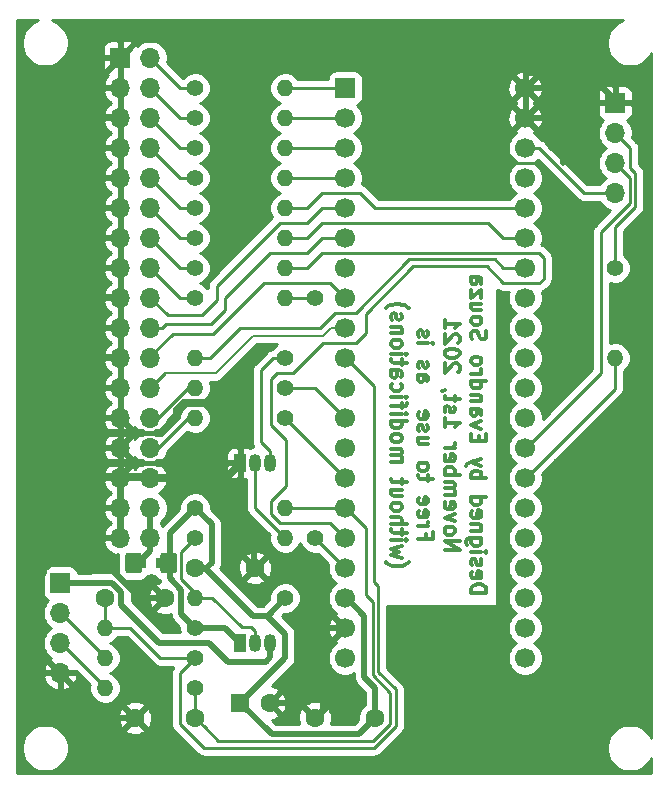
<source format=gbr>
%TF.GenerationSoftware,KiCad,Pcbnew,(5.1.6)-1*%
%TF.CreationDate,2021-11-05T07:23:51-03:00*%
%TF.ProjectId,PS2-MSX-F1,5053322d-4d53-4582-9d46-312e6b696361,rev?*%
%TF.SameCoordinates,Original*%
%TF.FileFunction,Copper,L2,Bot*%
%TF.FilePolarity,Positive*%
%FSLAX46Y46*%
G04 Gerber Fmt 4.6, Leading zero omitted, Abs format (unit mm)*
G04 Created by KiCad (PCBNEW (5.1.6)-1) date 2021-11-05 07:23:51*
%MOMM*%
%LPD*%
G01*
G04 APERTURE LIST*
%TA.AperFunction,NonConductor*%
%ADD10C,0.300000*%
%TD*%
%TA.AperFunction,ComponentPad*%
%ADD11C,1.600000*%
%TD*%
%TA.AperFunction,ComponentPad*%
%ADD12R,1.600000X1.600000*%
%TD*%
%TA.AperFunction,SMDPad,CuDef*%
%ADD13R,0.450000X0.950000*%
%TD*%
%TA.AperFunction,ComponentPad*%
%ADD14O,1.400000X1.400000*%
%TD*%
%TA.AperFunction,ComponentPad*%
%ADD15C,1.400000*%
%TD*%
%TA.AperFunction,ComponentPad*%
%ADD16O,1.700000X1.700000*%
%TD*%
%TA.AperFunction,ComponentPad*%
%ADD17R,1.700000X1.700000*%
%TD*%
%TA.AperFunction,ComponentPad*%
%ADD18C,1.700000*%
%TD*%
%TA.AperFunction,ComponentPad*%
%ADD19R,1.050000X1.500000*%
%TD*%
%TA.AperFunction,ComponentPad*%
%ADD20O,1.050000X1.500000*%
%TD*%
%TA.AperFunction,Conductor*%
%ADD21C,0.500000*%
%TD*%
%TA.AperFunction,Conductor*%
%ADD22C,0.400000*%
%TD*%
%TA.AperFunction,Conductor*%
%ADD23C,0.250000*%
%TD*%
%TA.AperFunction,Conductor*%
%ADD24C,0.700000*%
%TD*%
%TA.AperFunction,Conductor*%
%ADD25C,0.200000*%
%TD*%
%TA.AperFunction,Conductor*%
%ADD26C,0.254000*%
%TD*%
G04 APERTURE END LIST*
D10*
X163068524Y-121501768D02*
X164368524Y-121501768D01*
X164368524Y-121192244D01*
X164306620Y-121006530D01*
X164182810Y-120882720D01*
X164059000Y-120820816D01*
X163811381Y-120758911D01*
X163625667Y-120758911D01*
X163378048Y-120820816D01*
X163254239Y-120882720D01*
X163130429Y-121006530D01*
X163068524Y-121192244D01*
X163068524Y-121501768D01*
X163130429Y-119706530D02*
X163068524Y-119830340D01*
X163068524Y-120077959D01*
X163130429Y-120201768D01*
X163254239Y-120263673D01*
X163749477Y-120263673D01*
X163873286Y-120201768D01*
X163935191Y-120077959D01*
X163935191Y-119830340D01*
X163873286Y-119706530D01*
X163749477Y-119644625D01*
X163625667Y-119644625D01*
X163501858Y-120263673D01*
X163130429Y-119149387D02*
X163068524Y-119025578D01*
X163068524Y-118777959D01*
X163130429Y-118654149D01*
X163254239Y-118592244D01*
X163316143Y-118592244D01*
X163439953Y-118654149D01*
X163501858Y-118777959D01*
X163501858Y-118963673D01*
X163563762Y-119087482D01*
X163687572Y-119149387D01*
X163749477Y-119149387D01*
X163873286Y-119087482D01*
X163935191Y-118963673D01*
X163935191Y-118777959D01*
X163873286Y-118654149D01*
X163068524Y-118035101D02*
X163935191Y-118035101D01*
X164368524Y-118035101D02*
X164306620Y-118097006D01*
X164244715Y-118035101D01*
X164306620Y-117973197D01*
X164368524Y-118035101D01*
X164244715Y-118035101D01*
X163935191Y-116858911D02*
X162882810Y-116858911D01*
X162759000Y-116920816D01*
X162697096Y-116982720D01*
X162635191Y-117106530D01*
X162635191Y-117292244D01*
X162697096Y-117416054D01*
X163130429Y-116858911D02*
X163068524Y-116982720D01*
X163068524Y-117230340D01*
X163130429Y-117354149D01*
X163192334Y-117416054D01*
X163316143Y-117477959D01*
X163687572Y-117477959D01*
X163811381Y-117416054D01*
X163873286Y-117354149D01*
X163935191Y-117230340D01*
X163935191Y-116982720D01*
X163873286Y-116858911D01*
X163935191Y-116239863D02*
X163068524Y-116239863D01*
X163811381Y-116239863D02*
X163873286Y-116177959D01*
X163935191Y-116054149D01*
X163935191Y-115868435D01*
X163873286Y-115744625D01*
X163749477Y-115682720D01*
X163068524Y-115682720D01*
X163130429Y-114568435D02*
X163068524Y-114692244D01*
X163068524Y-114939863D01*
X163130429Y-115063673D01*
X163254239Y-115125578D01*
X163749477Y-115125578D01*
X163873286Y-115063673D01*
X163935191Y-114939863D01*
X163935191Y-114692244D01*
X163873286Y-114568435D01*
X163749477Y-114506530D01*
X163625667Y-114506530D01*
X163501858Y-115125578D01*
X163068524Y-113392244D02*
X164368524Y-113392244D01*
X163130429Y-113392244D02*
X163068524Y-113516054D01*
X163068524Y-113763673D01*
X163130429Y-113887482D01*
X163192334Y-113949387D01*
X163316143Y-114011292D01*
X163687572Y-114011292D01*
X163811381Y-113949387D01*
X163873286Y-113887482D01*
X163935191Y-113763673D01*
X163935191Y-113516054D01*
X163873286Y-113392244D01*
X163068524Y-111782720D02*
X164368524Y-111782720D01*
X163873286Y-111782720D02*
X163935191Y-111658911D01*
X163935191Y-111411292D01*
X163873286Y-111287482D01*
X163811381Y-111225578D01*
X163687572Y-111163673D01*
X163316143Y-111163673D01*
X163192334Y-111225578D01*
X163130429Y-111287482D01*
X163068524Y-111411292D01*
X163068524Y-111658911D01*
X163130429Y-111782720D01*
X163935191Y-110730340D02*
X163068524Y-110420816D01*
X163935191Y-110111292D02*
X163068524Y-110420816D01*
X162759000Y-110544625D01*
X162697096Y-110606530D01*
X162635191Y-110730340D01*
X163749477Y-108625578D02*
X163749477Y-108192244D01*
X163068524Y-108006530D02*
X163068524Y-108625578D01*
X164368524Y-108625578D01*
X164368524Y-108006530D01*
X163935191Y-107573197D02*
X163068524Y-107263673D01*
X163935191Y-106954149D01*
X163068524Y-105901768D02*
X163749477Y-105901768D01*
X163873286Y-105963673D01*
X163935191Y-106087482D01*
X163935191Y-106335101D01*
X163873286Y-106458911D01*
X163130429Y-105901768D02*
X163068524Y-106025578D01*
X163068524Y-106335101D01*
X163130429Y-106458911D01*
X163254239Y-106520816D01*
X163378048Y-106520816D01*
X163501858Y-106458911D01*
X163563762Y-106335101D01*
X163563762Y-106025578D01*
X163625667Y-105901768D01*
X163935191Y-105282720D02*
X163068524Y-105282720D01*
X163811381Y-105282720D02*
X163873286Y-105220816D01*
X163935191Y-105097006D01*
X163935191Y-104911292D01*
X163873286Y-104787482D01*
X163749477Y-104725578D01*
X163068524Y-104725578D01*
X163068524Y-103549387D02*
X164368524Y-103549387D01*
X163130429Y-103549387D02*
X163068524Y-103673197D01*
X163068524Y-103920816D01*
X163130429Y-104044625D01*
X163192334Y-104106530D01*
X163316143Y-104168435D01*
X163687572Y-104168435D01*
X163811381Y-104106530D01*
X163873286Y-104044625D01*
X163935191Y-103920816D01*
X163935191Y-103673197D01*
X163873286Y-103549387D01*
X163068524Y-102930340D02*
X163935191Y-102930340D01*
X163687572Y-102930340D02*
X163811381Y-102868435D01*
X163873286Y-102806530D01*
X163935191Y-102682720D01*
X163935191Y-102558911D01*
X163068524Y-101939863D02*
X163130429Y-102063673D01*
X163192334Y-102125578D01*
X163316143Y-102187482D01*
X163687572Y-102187482D01*
X163811381Y-102125578D01*
X163873286Y-102063673D01*
X163935191Y-101939863D01*
X163935191Y-101754149D01*
X163873286Y-101630340D01*
X163811381Y-101568435D01*
X163687572Y-101506530D01*
X163316143Y-101506530D01*
X163192334Y-101568435D01*
X163130429Y-101630340D01*
X163068524Y-101754149D01*
X163068524Y-101939863D01*
X163130429Y-100020816D02*
X163068524Y-99835101D01*
X163068524Y-99525578D01*
X163130429Y-99401768D01*
X163192334Y-99339863D01*
X163316143Y-99277959D01*
X163439953Y-99277959D01*
X163563762Y-99339863D01*
X163625667Y-99401768D01*
X163687572Y-99525578D01*
X163749477Y-99773197D01*
X163811381Y-99897006D01*
X163873286Y-99958911D01*
X163997096Y-100020816D01*
X164120905Y-100020816D01*
X164244715Y-99958911D01*
X164306620Y-99897006D01*
X164368524Y-99773197D01*
X164368524Y-99463673D01*
X164306620Y-99277959D01*
X163068524Y-98535101D02*
X163130429Y-98658911D01*
X163192334Y-98720816D01*
X163316143Y-98782720D01*
X163687572Y-98782720D01*
X163811381Y-98720816D01*
X163873286Y-98658911D01*
X163935191Y-98535101D01*
X163935191Y-98349387D01*
X163873286Y-98225578D01*
X163811381Y-98163673D01*
X163687572Y-98101768D01*
X163316143Y-98101768D01*
X163192334Y-98163673D01*
X163130429Y-98225578D01*
X163068524Y-98349387D01*
X163068524Y-98535101D01*
X163935191Y-96987482D02*
X163068524Y-96987482D01*
X163935191Y-97544625D02*
X163254239Y-97544625D01*
X163130429Y-97482720D01*
X163068524Y-97358911D01*
X163068524Y-97173197D01*
X163130429Y-97049387D01*
X163192334Y-96987482D01*
X163935191Y-96492244D02*
X163935191Y-95811292D01*
X163068524Y-96492244D01*
X163068524Y-95811292D01*
X163068524Y-94758911D02*
X163749477Y-94758911D01*
X163873286Y-94820816D01*
X163935191Y-94944625D01*
X163935191Y-95192244D01*
X163873286Y-95316054D01*
X163130429Y-94758911D02*
X163068524Y-94882720D01*
X163068524Y-95192244D01*
X163130429Y-95316054D01*
X163254239Y-95377959D01*
X163378048Y-95377959D01*
X163501858Y-95316054D01*
X163563762Y-95192244D01*
X163563762Y-94882720D01*
X163625667Y-94758911D01*
X160818524Y-117849387D02*
X162118524Y-117849387D01*
X160818524Y-117106530D01*
X162118524Y-117106530D01*
X160818524Y-116301768D02*
X160880429Y-116425578D01*
X160942334Y-116487482D01*
X161066143Y-116549387D01*
X161437572Y-116549387D01*
X161561381Y-116487482D01*
X161623286Y-116425578D01*
X161685191Y-116301768D01*
X161685191Y-116116054D01*
X161623286Y-115992244D01*
X161561381Y-115930340D01*
X161437572Y-115868435D01*
X161066143Y-115868435D01*
X160942334Y-115930340D01*
X160880429Y-115992244D01*
X160818524Y-116116054D01*
X160818524Y-116301768D01*
X161685191Y-115435101D02*
X160818524Y-115125578D01*
X161685191Y-114816054D01*
X160880429Y-113825578D02*
X160818524Y-113949387D01*
X160818524Y-114197006D01*
X160880429Y-114320816D01*
X161004239Y-114382720D01*
X161499477Y-114382720D01*
X161623286Y-114320816D01*
X161685191Y-114197006D01*
X161685191Y-113949387D01*
X161623286Y-113825578D01*
X161499477Y-113763673D01*
X161375667Y-113763673D01*
X161251858Y-114382720D01*
X160818524Y-113206530D02*
X161685191Y-113206530D01*
X161561381Y-113206530D02*
X161623286Y-113144625D01*
X161685191Y-113020816D01*
X161685191Y-112835101D01*
X161623286Y-112711292D01*
X161499477Y-112649387D01*
X160818524Y-112649387D01*
X161499477Y-112649387D02*
X161623286Y-112587482D01*
X161685191Y-112463673D01*
X161685191Y-112277959D01*
X161623286Y-112154149D01*
X161499477Y-112092244D01*
X160818524Y-112092244D01*
X160818524Y-111473197D02*
X162118524Y-111473197D01*
X161623286Y-111473197D02*
X161685191Y-111349387D01*
X161685191Y-111101768D01*
X161623286Y-110977959D01*
X161561381Y-110916054D01*
X161437572Y-110854149D01*
X161066143Y-110854149D01*
X160942334Y-110916054D01*
X160880429Y-110977959D01*
X160818524Y-111101768D01*
X160818524Y-111349387D01*
X160880429Y-111473197D01*
X160880429Y-109801768D02*
X160818524Y-109925578D01*
X160818524Y-110173197D01*
X160880429Y-110297006D01*
X161004239Y-110358911D01*
X161499477Y-110358911D01*
X161623286Y-110297006D01*
X161685191Y-110173197D01*
X161685191Y-109925578D01*
X161623286Y-109801768D01*
X161499477Y-109739863D01*
X161375667Y-109739863D01*
X161251858Y-110358911D01*
X160818524Y-109182720D02*
X161685191Y-109182720D01*
X161437572Y-109182720D02*
X161561381Y-109120816D01*
X161623286Y-109058911D01*
X161685191Y-108935101D01*
X161685191Y-108811292D01*
X160818524Y-106706530D02*
X160818524Y-107449387D01*
X160818524Y-107077959D02*
X162118524Y-107077959D01*
X161932810Y-107201768D01*
X161809000Y-107325578D01*
X161747096Y-107449387D01*
X160880429Y-106211292D02*
X160818524Y-106087482D01*
X160818524Y-105839863D01*
X160880429Y-105716054D01*
X161004239Y-105654149D01*
X161066143Y-105654149D01*
X161189953Y-105716054D01*
X161251858Y-105839863D01*
X161251858Y-106025578D01*
X161313762Y-106149387D01*
X161437572Y-106211292D01*
X161499477Y-106211292D01*
X161623286Y-106149387D01*
X161685191Y-106025578D01*
X161685191Y-105839863D01*
X161623286Y-105716054D01*
X161685191Y-105282720D02*
X161685191Y-104787482D01*
X162118524Y-105097006D02*
X161004239Y-105097006D01*
X160880429Y-105035101D01*
X160818524Y-104911292D01*
X160818524Y-104787482D01*
X160880429Y-104292244D02*
X160818524Y-104292244D01*
X160694715Y-104354149D01*
X160632810Y-104416054D01*
X161994715Y-102806530D02*
X162056620Y-102744625D01*
X162118524Y-102620816D01*
X162118524Y-102311292D01*
X162056620Y-102187482D01*
X161994715Y-102125578D01*
X161870905Y-102063673D01*
X161747096Y-102063673D01*
X161561381Y-102125578D01*
X160818524Y-102868435D01*
X160818524Y-102063673D01*
X162118524Y-101258911D02*
X162118524Y-101135101D01*
X162056620Y-101011292D01*
X161994715Y-100949387D01*
X161870905Y-100887482D01*
X161623286Y-100825578D01*
X161313762Y-100825578D01*
X161066143Y-100887482D01*
X160942334Y-100949387D01*
X160880429Y-101011292D01*
X160818524Y-101135101D01*
X160818524Y-101258911D01*
X160880429Y-101382720D01*
X160942334Y-101444625D01*
X161066143Y-101506530D01*
X161313762Y-101568435D01*
X161623286Y-101568435D01*
X161870905Y-101506530D01*
X161994715Y-101444625D01*
X162056620Y-101382720D01*
X162118524Y-101258911D01*
X161994715Y-100330340D02*
X162056620Y-100268435D01*
X162118524Y-100144625D01*
X162118524Y-99835101D01*
X162056620Y-99711292D01*
X161994715Y-99649387D01*
X161870905Y-99587482D01*
X161747096Y-99587482D01*
X161561381Y-99649387D01*
X160818524Y-100392244D01*
X160818524Y-99587482D01*
X160818524Y-98349387D02*
X160818524Y-99092244D01*
X160818524Y-98720816D02*
X162118524Y-98720816D01*
X161932810Y-98844625D01*
X161809000Y-98968435D01*
X161747096Y-99092244D01*
X159249477Y-116518435D02*
X159249477Y-116951768D01*
X158568524Y-116951768D02*
X159868524Y-116951768D01*
X159868524Y-116332720D01*
X158568524Y-115837482D02*
X159435191Y-115837482D01*
X159187572Y-115837482D02*
X159311381Y-115775578D01*
X159373286Y-115713673D01*
X159435191Y-115589863D01*
X159435191Y-115466054D01*
X158630429Y-114537482D02*
X158568524Y-114661292D01*
X158568524Y-114908911D01*
X158630429Y-115032720D01*
X158754239Y-115094625D01*
X159249477Y-115094625D01*
X159373286Y-115032720D01*
X159435191Y-114908911D01*
X159435191Y-114661292D01*
X159373286Y-114537482D01*
X159249477Y-114475578D01*
X159125667Y-114475578D01*
X159001858Y-115094625D01*
X158630429Y-113423197D02*
X158568524Y-113547006D01*
X158568524Y-113794625D01*
X158630429Y-113918435D01*
X158754239Y-113980340D01*
X159249477Y-113980340D01*
X159373286Y-113918435D01*
X159435191Y-113794625D01*
X159435191Y-113547006D01*
X159373286Y-113423197D01*
X159249477Y-113361292D01*
X159125667Y-113361292D01*
X159001858Y-113980340D01*
X159435191Y-111999387D02*
X159435191Y-111504149D01*
X159868524Y-111813673D02*
X158754239Y-111813673D01*
X158630429Y-111751768D01*
X158568524Y-111627959D01*
X158568524Y-111504149D01*
X158568524Y-110885101D02*
X158630429Y-111008911D01*
X158692334Y-111070816D01*
X158816143Y-111132720D01*
X159187572Y-111132720D01*
X159311381Y-111070816D01*
X159373286Y-111008911D01*
X159435191Y-110885101D01*
X159435191Y-110699387D01*
X159373286Y-110575578D01*
X159311381Y-110513673D01*
X159187572Y-110451768D01*
X158816143Y-110451768D01*
X158692334Y-110513673D01*
X158630429Y-110575578D01*
X158568524Y-110699387D01*
X158568524Y-110885101D01*
X159435191Y-108347006D02*
X158568524Y-108347006D01*
X159435191Y-108904149D02*
X158754239Y-108904149D01*
X158630429Y-108842244D01*
X158568524Y-108718435D01*
X158568524Y-108532720D01*
X158630429Y-108408911D01*
X158692334Y-108347006D01*
X158630429Y-107789863D02*
X158568524Y-107666054D01*
X158568524Y-107418435D01*
X158630429Y-107294625D01*
X158754239Y-107232720D01*
X158816143Y-107232720D01*
X158939953Y-107294625D01*
X159001858Y-107418435D01*
X159001858Y-107604149D01*
X159063762Y-107727959D01*
X159187572Y-107789863D01*
X159249477Y-107789863D01*
X159373286Y-107727959D01*
X159435191Y-107604149D01*
X159435191Y-107418435D01*
X159373286Y-107294625D01*
X158630429Y-106180340D02*
X158568524Y-106304149D01*
X158568524Y-106551768D01*
X158630429Y-106675578D01*
X158754239Y-106737482D01*
X159249477Y-106737482D01*
X159373286Y-106675578D01*
X159435191Y-106551768D01*
X159435191Y-106304149D01*
X159373286Y-106180340D01*
X159249477Y-106118435D01*
X159125667Y-106118435D01*
X159001858Y-106737482D01*
X158568524Y-103023197D02*
X159249477Y-103023197D01*
X159373286Y-103085101D01*
X159435191Y-103208911D01*
X159435191Y-103456530D01*
X159373286Y-103580340D01*
X158630429Y-103023197D02*
X158568524Y-103147006D01*
X158568524Y-103456530D01*
X158630429Y-103580340D01*
X158754239Y-103642244D01*
X158878048Y-103642244D01*
X159001858Y-103580340D01*
X159063762Y-103456530D01*
X159063762Y-103147006D01*
X159125667Y-103023197D01*
X158630429Y-102466054D02*
X158568524Y-102342244D01*
X158568524Y-102094625D01*
X158630429Y-101970816D01*
X158754239Y-101908911D01*
X158816143Y-101908911D01*
X158939953Y-101970816D01*
X159001858Y-102094625D01*
X159001858Y-102280340D01*
X159063762Y-102404149D01*
X159187572Y-102466054D01*
X159249477Y-102466054D01*
X159373286Y-102404149D01*
X159435191Y-102280340D01*
X159435191Y-102094625D01*
X159373286Y-101970816D01*
X158568524Y-100361292D02*
X159435191Y-100361292D01*
X159868524Y-100361292D02*
X159806620Y-100423197D01*
X159744715Y-100361292D01*
X159806620Y-100299387D01*
X159868524Y-100361292D01*
X159744715Y-100361292D01*
X158630429Y-99804149D02*
X158568524Y-99680340D01*
X158568524Y-99432720D01*
X158630429Y-99308911D01*
X158754239Y-99247006D01*
X158816143Y-99247006D01*
X158939953Y-99308911D01*
X159001858Y-99432720D01*
X159001858Y-99618435D01*
X159063762Y-99742244D01*
X159187572Y-99804149D01*
X159249477Y-99804149D01*
X159373286Y-99742244D01*
X159435191Y-99618435D01*
X159435191Y-99432720D01*
X159373286Y-99308911D01*
X155823286Y-118870816D02*
X155885191Y-118932720D01*
X156070905Y-119056530D01*
X156194715Y-119118435D01*
X156380429Y-119180340D01*
X156689953Y-119242244D01*
X156937572Y-119242244D01*
X157247096Y-119180340D01*
X157432810Y-119118435D01*
X157556620Y-119056530D01*
X157742334Y-118932720D01*
X157804239Y-118870816D01*
X157185191Y-118499387D02*
X156318524Y-118251768D01*
X156937572Y-118004149D01*
X156318524Y-117756530D01*
X157185191Y-117508911D01*
X156318524Y-117013673D02*
X157185191Y-117013673D01*
X157618524Y-117013673D02*
X157556620Y-117075578D01*
X157494715Y-117013673D01*
X157556620Y-116951768D01*
X157618524Y-117013673D01*
X157494715Y-117013673D01*
X157185191Y-116580340D02*
X157185191Y-116085101D01*
X157618524Y-116394625D02*
X156504239Y-116394625D01*
X156380429Y-116332720D01*
X156318524Y-116208911D01*
X156318524Y-116085101D01*
X156318524Y-115651768D02*
X157618524Y-115651768D01*
X156318524Y-115094625D02*
X156999477Y-115094625D01*
X157123286Y-115156530D01*
X157185191Y-115280340D01*
X157185191Y-115466054D01*
X157123286Y-115589863D01*
X157061381Y-115651768D01*
X156318524Y-114289863D02*
X156380429Y-114413673D01*
X156442334Y-114475578D01*
X156566143Y-114537482D01*
X156937572Y-114537482D01*
X157061381Y-114475578D01*
X157123286Y-114413673D01*
X157185191Y-114289863D01*
X157185191Y-114104149D01*
X157123286Y-113980340D01*
X157061381Y-113918435D01*
X156937572Y-113856530D01*
X156566143Y-113856530D01*
X156442334Y-113918435D01*
X156380429Y-113980340D01*
X156318524Y-114104149D01*
X156318524Y-114289863D01*
X157185191Y-112742244D02*
X156318524Y-112742244D01*
X157185191Y-113299387D02*
X156504239Y-113299387D01*
X156380429Y-113237482D01*
X156318524Y-113113673D01*
X156318524Y-112927959D01*
X156380429Y-112804149D01*
X156442334Y-112742244D01*
X157185191Y-112308911D02*
X157185191Y-111813673D01*
X157618524Y-112123197D02*
X156504239Y-112123197D01*
X156380429Y-112061292D01*
X156318524Y-111937482D01*
X156318524Y-111813673D01*
X156318524Y-110389863D02*
X157185191Y-110389863D01*
X157061381Y-110389863D02*
X157123286Y-110327959D01*
X157185191Y-110204149D01*
X157185191Y-110018435D01*
X157123286Y-109894625D01*
X156999477Y-109832720D01*
X156318524Y-109832720D01*
X156999477Y-109832720D02*
X157123286Y-109770816D01*
X157185191Y-109647006D01*
X157185191Y-109461292D01*
X157123286Y-109337482D01*
X156999477Y-109275578D01*
X156318524Y-109275578D01*
X156318524Y-108470816D02*
X156380429Y-108594625D01*
X156442334Y-108656530D01*
X156566143Y-108718435D01*
X156937572Y-108718435D01*
X157061381Y-108656530D01*
X157123286Y-108594625D01*
X157185191Y-108470816D01*
X157185191Y-108285101D01*
X157123286Y-108161292D01*
X157061381Y-108099387D01*
X156937572Y-108037482D01*
X156566143Y-108037482D01*
X156442334Y-108099387D01*
X156380429Y-108161292D01*
X156318524Y-108285101D01*
X156318524Y-108470816D01*
X156318524Y-106923197D02*
X157618524Y-106923197D01*
X156380429Y-106923197D02*
X156318524Y-107047006D01*
X156318524Y-107294625D01*
X156380429Y-107418435D01*
X156442334Y-107480340D01*
X156566143Y-107542244D01*
X156937572Y-107542244D01*
X157061381Y-107480340D01*
X157123286Y-107418435D01*
X157185191Y-107294625D01*
X157185191Y-107047006D01*
X157123286Y-106923197D01*
X156318524Y-106304149D02*
X157185191Y-106304149D01*
X157618524Y-106304149D02*
X157556620Y-106366054D01*
X157494715Y-106304149D01*
X157556620Y-106242244D01*
X157618524Y-106304149D01*
X157494715Y-106304149D01*
X157185191Y-105870816D02*
X157185191Y-105375578D01*
X156318524Y-105685101D02*
X157432810Y-105685101D01*
X157556620Y-105623197D01*
X157618524Y-105499387D01*
X157618524Y-105375578D01*
X156318524Y-104942244D02*
X157185191Y-104942244D01*
X157618524Y-104942244D02*
X157556620Y-105004149D01*
X157494715Y-104942244D01*
X157556620Y-104880340D01*
X157618524Y-104942244D01*
X157494715Y-104942244D01*
X156380429Y-103766054D02*
X156318524Y-103889863D01*
X156318524Y-104137482D01*
X156380429Y-104261292D01*
X156442334Y-104323197D01*
X156566143Y-104385101D01*
X156937572Y-104385101D01*
X157061381Y-104323197D01*
X157123286Y-104261292D01*
X157185191Y-104137482D01*
X157185191Y-103889863D01*
X157123286Y-103766054D01*
X156318524Y-102651768D02*
X156999477Y-102651768D01*
X157123286Y-102713673D01*
X157185191Y-102837482D01*
X157185191Y-103085101D01*
X157123286Y-103208911D01*
X156380429Y-102651768D02*
X156318524Y-102775578D01*
X156318524Y-103085101D01*
X156380429Y-103208911D01*
X156504239Y-103270816D01*
X156628048Y-103270816D01*
X156751858Y-103208911D01*
X156813762Y-103085101D01*
X156813762Y-102775578D01*
X156875667Y-102651768D01*
X157185191Y-102218435D02*
X157185191Y-101723197D01*
X157618524Y-102032720D02*
X156504239Y-102032720D01*
X156380429Y-101970816D01*
X156318524Y-101847006D01*
X156318524Y-101723197D01*
X156318524Y-101289863D02*
X157185191Y-101289863D01*
X157618524Y-101289863D02*
X157556620Y-101351768D01*
X157494715Y-101289863D01*
X157556620Y-101227959D01*
X157618524Y-101289863D01*
X157494715Y-101289863D01*
X156318524Y-100485101D02*
X156380429Y-100608911D01*
X156442334Y-100670816D01*
X156566143Y-100732720D01*
X156937572Y-100732720D01*
X157061381Y-100670816D01*
X157123286Y-100608911D01*
X157185191Y-100485101D01*
X157185191Y-100299387D01*
X157123286Y-100175578D01*
X157061381Y-100113673D01*
X156937572Y-100051768D01*
X156566143Y-100051768D01*
X156442334Y-100113673D01*
X156380429Y-100175578D01*
X156318524Y-100299387D01*
X156318524Y-100485101D01*
X157185191Y-99494625D02*
X156318524Y-99494625D01*
X157061381Y-99494625D02*
X157123286Y-99432720D01*
X157185191Y-99308911D01*
X157185191Y-99123197D01*
X157123286Y-98999387D01*
X156999477Y-98937482D01*
X156318524Y-98937482D01*
X156380429Y-98380340D02*
X156318524Y-98256530D01*
X156318524Y-98008911D01*
X156380429Y-97885101D01*
X156504239Y-97823197D01*
X156566143Y-97823197D01*
X156689953Y-97885101D01*
X156751858Y-98008911D01*
X156751858Y-98194625D01*
X156813762Y-98318435D01*
X156937572Y-98380340D01*
X156999477Y-98380340D01*
X157123286Y-98318435D01*
X157185191Y-98194625D01*
X157185191Y-98008911D01*
X157123286Y-97885101D01*
X155823286Y-97389863D02*
X155885191Y-97327959D01*
X156070905Y-97204149D01*
X156194715Y-97142244D01*
X156380429Y-97080340D01*
X156689953Y-97018435D01*
X156937572Y-97018435D01*
X157247096Y-97080340D01*
X157432810Y-97142244D01*
X157556620Y-97204149D01*
X157742334Y-97327959D01*
X157804239Y-97389863D01*
D11*
%TO.P,C4,2*%
%TO.N,GNDD*%
X146010000Y-130810000D03*
D12*
%TO.P,C4,1*%
%TO.N,+5VD*%
X143510000Y-130810000D03*
%TD*%
D13*
%TO.P,F1,2*%
%TO.N,Net-(F1-Pad2)*%
X135399780Y-118968520D03*
%TO.P,F1,1*%
%TO.N,+5VD*%
X136545320Y-118968520D03*
%TO.P,F1,2*%
%TO.N,Net-(F1-Pad2)*%
%TA.AperFunction,SMDPad,CuDef*%
G36*
G01*
X135198820Y-118340980D02*
X135198820Y-119590980D01*
G75*
G02*
X134948820Y-119840980I-250000J0D01*
G01*
X134023820Y-119840980D01*
G75*
G02*
X133773820Y-119590980I0J250000D01*
G01*
X133773820Y-118340980D01*
G75*
G02*
X134023820Y-118090980I250000J0D01*
G01*
X134948820Y-118090980D01*
G75*
G02*
X135198820Y-118340980I0J-250000D01*
G01*
G37*
%TD.AperFunction*%
%TO.P,F1,1*%
%TO.N,+5VD*%
%TA.AperFunction,SMDPad,CuDef*%
G36*
G01*
X138173820Y-118340980D02*
X138173820Y-119590980D01*
G75*
G02*
X137923820Y-119840980I-250000J0D01*
G01*
X136998820Y-119840980D01*
G75*
G02*
X136748820Y-119590980I0J250000D01*
G01*
X136748820Y-118340980D01*
G75*
G02*
X136998820Y-118090980I250000J0D01*
G01*
X137923820Y-118090980D01*
G75*
G02*
X138173820Y-118340980I0J-250000D01*
G01*
G37*
%TD.AperFunction*%
%TD*%
D14*
%TO.P,R15,2*%
%TO.N,Net-(Q2-Pad2)*%
X139700000Y-121920000D03*
D15*
%TO.P,R15,1*%
%TO.N,+5VD*%
X147320000Y-121920000D03*
%TD*%
D14*
%TO.P,R14,2*%
%TO.N,Net-(Q1-Pad2)*%
X147320000Y-116840000D03*
D15*
%TO.P,R14,1*%
%TO.N,Net-(Q2-Pad2)*%
X139700000Y-116840000D03*
%TD*%
D16*
%TO.P,J1,34*%
%TO.N,Net-(F1-Pad2)*%
X135890000Y-116840000D03*
%TO.P,J1,33*%
%TO.N,GNDD*%
X133350000Y-116840000D03*
%TO.P,J1,32*%
%TO.N,Net-(F1-Pad2)*%
X135890000Y-114300000D03*
%TO.P,J1,31*%
%TO.N,GNDD*%
X133350000Y-114300000D03*
%TO.P,J1,30*%
X135890000Y-111760000D03*
%TO.P,J1,29*%
X133350000Y-111760000D03*
%TO.P,J1,28*%
%TO.N,/KanaLed*%
X135890000Y-109220000D03*
%TO.P,J1,27*%
%TO.N,GNDD*%
X133350000Y-109220000D03*
%TO.P,J1,26*%
%TO.N,/CapsLed*%
X135890000Y-106680000D03*
%TO.P,J1,25*%
%TO.N,GNDD*%
X133350000Y-106680000D03*
%TO.P,J1,24*%
%TO.N,/Y3*%
X135890000Y-104140000D03*
%TO.P,J1,23*%
%TO.N,GNDD*%
X133350000Y-104140000D03*
%TO.P,J1,22*%
%TO.N,/Y2*%
X135890000Y-101600000D03*
%TO.P,J1,21*%
%TO.N,GNDD*%
X133350000Y-101600000D03*
%TO.P,J1,20*%
%TO.N,/Y1*%
X135890000Y-99060000D03*
%TO.P,J1,19*%
%TO.N,GNDD*%
X133350000Y-99060000D03*
%TO.P,J1,18*%
%TO.N,/Y0*%
X135890000Y-96520000D03*
%TO.P,J1,17*%
%TO.N,GNDD*%
X133350000Y-96520000D03*
%TO.P,J1,16*%
%TO.N,/X7*%
X135890000Y-93980000D03*
%TO.P,J1,15*%
%TO.N,GNDD*%
X133350000Y-93980000D03*
%TO.P,J1,14*%
%TO.N,/X6*%
X135890000Y-91440000D03*
%TO.P,J1,13*%
%TO.N,GNDD*%
X133350000Y-91440000D03*
%TO.P,J1,12*%
%TO.N,/X5*%
X135890000Y-88900000D03*
%TO.P,J1,11*%
%TO.N,GNDD*%
X133350000Y-88900000D03*
%TO.P,J1,10*%
%TO.N,/X4*%
X135890000Y-86360000D03*
%TO.P,J1,9*%
%TO.N,GNDD*%
X133350000Y-86360000D03*
%TO.P,J1,8*%
%TO.N,/X3*%
X135890000Y-83820000D03*
%TO.P,J1,7*%
%TO.N,GNDD*%
X133350000Y-83820000D03*
%TO.P,J1,6*%
%TO.N,/X2*%
X135890000Y-81280000D03*
%TO.P,J1,5*%
%TO.N,GNDD*%
X133350000Y-81280000D03*
%TO.P,J1,4*%
%TO.N,/X1*%
X135890000Y-78740000D03*
%TO.P,J1,3*%
%TO.N,GNDD*%
X133350000Y-78740000D03*
%TO.P,J1,2*%
%TO.N,/X0*%
X135890000Y-76200000D03*
D17*
%TO.P,J1,1*%
%TO.N,GNDD*%
X133350000Y-76200000D03*
%TD*%
D18*
%TO.P,U1,20*%
%TO.N,Net-(U1-Pad20)*%
X152400000Y-127000000D03*
%TO.P,U1,21*%
%TO.N,Net-(U1-Pad21)*%
X167640000Y-127000000D03*
%TO.P,U1,19*%
%TO.N,GNDD*%
X152400000Y-124460000D03*
%TO.P,U1,22*%
%TO.N,Net-(U1-Pad22)*%
X167640000Y-124460000D03*
%TO.P,U1,18*%
%TO.N,+5VD*%
X152400000Y-121920000D03*
%TO.P,U1,23*%
%TO.N,Net-(U1-Pad23)*%
X167640000Y-121920000D03*
%TO.P,U1,17*%
%TO.N,/X7'*%
X152400000Y-119380000D03*
%TO.P,U1,24*%
%TO.N,Net-(U1-Pad24)*%
X167640000Y-119380000D03*
%TO.P,U1,16*%
%TO.N,/X6'*%
X152400000Y-116840000D03*
%TO.P,U1,25*%
%TO.N,Net-(U1-Pad25)*%
X167640000Y-116840000D03*
%TO.P,U1,15*%
%TO.N,/PS2Data*%
X152400000Y-114300000D03*
%TO.P,U1,26*%
%TO.N,Net-(U1-Pad26)*%
X167640000Y-114300000D03*
%TO.P,U1,14*%
%TO.N,/KanaL*%
X152400000Y-111760000D03*
%TO.P,U1,27*%
%TO.N,Net-(R9-Pad2)*%
X167640000Y-111760000D03*
%TO.P,U1,13*%
%TO.N,Net-(U1-Pad13)*%
X152400000Y-109220000D03*
%TO.P,U1,28*%
%TO.N,/3.3V_Serial_RX*%
X167640000Y-109220000D03*
%TO.P,U1,12*%
%TO.N,/CapsL*%
X152400000Y-106680000D03*
%TO.P,U1,29*%
%TO.N,Net-(U1-Pad29)*%
X167640000Y-106680000D03*
%TO.P,U1,11*%
%TO.N,Net-(U1-Pad11)*%
X152400000Y-104140000D03*
%TO.P,U1,30*%
%TO.N,Net-(U1-Pad30)*%
X167640000Y-104140000D03*
%TO.P,U1,10*%
%TO.N,/PS2Clk*%
X152400000Y-101600000D03*
%TO.P,U1,31*%
%TO.N,Net-(U1-Pad31)*%
X167640000Y-101600000D03*
%TO.P,U1,9*%
%TO.N,/Y3*%
X152400000Y-99060000D03*
%TO.P,U1,32*%
%TO.N,Net-(U1-Pad32)*%
X167640000Y-99060000D03*
%TO.P,U1,8*%
%TO.N,/Y2*%
X152400000Y-96520000D03*
%TO.P,U1,33*%
%TO.N,Net-(U1-Pad33)*%
X167640000Y-96520000D03*
%TO.P,U1,7*%
%TO.N,Net-(U1-Pad7)*%
X152400000Y-93980000D03*
%TO.P,U1,34*%
%TO.N,Net-(R10-Pad2)*%
X167640000Y-93980000D03*
%TO.P,U1,6*%
%TO.N,/Y1*%
X152400000Y-91440000D03*
%TO.P,U1,35*%
%TO.N,/X5'*%
X167640000Y-91440000D03*
%TO.P,U1,5*%
%TO.N,/Y0*%
X152400000Y-88900000D03*
%TO.P,U1,36*%
%TO.N,/X4'*%
X167640000Y-88900000D03*
%TO.P,U1,4*%
%TO.N,/X3'*%
X152400000Y-86360000D03*
%TO.P,U1,37*%
%TO.N,Net-(U1-Pad37)*%
X167640000Y-86360000D03*
%TO.P,U1,3*%
%TO.N,/X2'*%
X152400000Y-83820000D03*
%TO.P,U1,38*%
%TO.N,+3V3*%
X167640000Y-83820000D03*
%TO.P,U1,2*%
%TO.N,/X1'*%
X152400000Y-81280000D03*
%TO.P,U1,39*%
%TO.N,GNDD*%
X167640000Y-81280000D03*
D17*
%TO.P,U1,1*%
%TO.N,/X0'*%
X152400000Y-78740000D03*
D18*
%TO.P,U1,40*%
%TO.N,GNDD*%
X167640000Y-78740000D03*
%TD*%
D19*
%TO.P,Q2,1*%
%TO.N,+5VD*%
X143510000Y-125730000D03*
D20*
%TO.P,Q2,3*%
%TO.N,/+5V_PS2_Keyboard*%
X146050000Y-125730000D03*
%TO.P,Q2,2*%
%TO.N,Net-(Q2-Pad2)*%
X144780000Y-125730000D03*
%TD*%
D19*
%TO.P,Q1,1*%
%TO.N,GNDD*%
X143510000Y-110490000D03*
D20*
%TO.P,Q1,3*%
%TO.N,Net-(Q1-Pad3)*%
X146050000Y-110490000D03*
%TO.P,Q1,2*%
%TO.N,Net-(Q1-Pad2)*%
X144780000Y-110490000D03*
%TD*%
D15*
%TO.P,JP1,1*%
%TO.N,Net-(JP1-Pad1)*%
X149860000Y-96520000D03*
%TO.P,JP1,2*%
%TO.N,/X7'*%
X149860000Y-116840000D03*
%TD*%
D16*
%TO.P,J2,4*%
%TO.N,+3V3*%
X175260000Y-87630000D03*
%TO.P,J2,3*%
%TO.N,/3.3V_Serial_RX*%
X175260000Y-85090000D03*
%TO.P,J2,2*%
%TO.N,/3.3V_Serial_TX*%
X175260000Y-82550000D03*
D17*
%TO.P,J2,1*%
%TO.N,GNDD*%
X175260000Y-80010000D03*
%TD*%
D11*
%TO.P,C1,2*%
%TO.N,GNDD*%
X144780000Y-119380000D03*
%TO.P,C1,1*%
%TO.N,+5VD*%
X139700000Y-119380000D03*
%TD*%
%TO.P,C5,2*%
%TO.N,GNDD*%
X149860000Y-132080000D03*
%TO.P,C5,1*%
%TO.N,+5VD*%
X154940000Y-132080000D03*
%TD*%
%TO.P,C3,2*%
%TO.N,GNDD*%
X134620000Y-132080000D03*
%TO.P,C3,1*%
%TO.N,/PS2Data*%
X139700000Y-132080000D03*
%TD*%
%TO.P,C2,2*%
%TO.N,GNDD*%
X137160000Y-121920000D03*
%TO.P,C2,1*%
%TO.N,/PS2Clk*%
X132080000Y-121920000D03*
%TD*%
D14*
%TO.P,R8,2*%
%TO.N,Net-(JP1-Pad1)*%
X147320000Y-96520000D03*
D15*
%TO.P,R8,1*%
%TO.N,/X7*%
X139700000Y-96520000D03*
%TD*%
D14*
%TO.P,R7,2*%
%TO.N,/X6'*%
X147320000Y-93980000D03*
D15*
%TO.P,R7,1*%
%TO.N,/X6*%
X139700000Y-93980000D03*
%TD*%
D14*
%TO.P,R6,2*%
%TO.N,/X5'*%
X147320000Y-91440000D03*
D15*
%TO.P,R6,1*%
%TO.N,/X5*%
X139700000Y-91440000D03*
%TD*%
D14*
%TO.P,R5,2*%
%TO.N,/X4'*%
X147320000Y-88900000D03*
D15*
%TO.P,R5,1*%
%TO.N,/X4*%
X139700000Y-88900000D03*
%TD*%
D14*
%TO.P,R4,2*%
%TO.N,/X3'*%
X147320000Y-86360000D03*
D15*
%TO.P,R4,1*%
%TO.N,/X3*%
X139700000Y-86360000D03*
%TD*%
D14*
%TO.P,R3,2*%
%TO.N,/X2'*%
X147320000Y-83820000D03*
D15*
%TO.P,R3,1*%
%TO.N,/X2*%
X139700000Y-83820000D03*
%TD*%
D14*
%TO.P,R2,2*%
%TO.N,/X1'*%
X147320000Y-81280000D03*
D15*
%TO.P,R2,1*%
%TO.N,/X1*%
X139700000Y-81280000D03*
%TD*%
D14*
%TO.P,R1,2*%
%TO.N,/X0'*%
X147320000Y-78740000D03*
D15*
%TO.P,R1,1*%
%TO.N,/X0*%
X139700000Y-78740000D03*
%TD*%
D14*
%TO.P,R13,2*%
%TO.N,/PS2Data*%
X147320000Y-114300000D03*
D15*
%TO.P,R13,1*%
%TO.N,+5VD*%
X139700000Y-114300000D03*
%TD*%
D14*
%TO.P,R12,2*%
%TO.N,/KanaLed*%
X139700000Y-106680000D03*
D15*
%TO.P,R12,1*%
%TO.N,/KanaL*%
X147320000Y-106680000D03*
%TD*%
D14*
%TO.P,R9,2*%
%TO.N,Net-(R9-Pad2)*%
X175260000Y-101600000D03*
D15*
%TO.P,R9,1*%
%TO.N,/3.3V_Serial_TX*%
X175260000Y-93980000D03*
%TD*%
D14*
%TO.P,R11,2*%
%TO.N,/CapsLed*%
X139700000Y-104140000D03*
D15*
%TO.P,R11,1*%
%TO.N,/CapsL*%
X147320000Y-104140000D03*
%TD*%
D14*
%TO.P,R16,2*%
%TO.N,/PS2Clk*%
X132080000Y-124460000D03*
D15*
%TO.P,R16,1*%
%TO.N,+5VD*%
X139700000Y-124460000D03*
%TD*%
D14*
%TO.P,R10,2*%
%TO.N,Net-(R10-Pad2)*%
X139700000Y-101600000D03*
D15*
%TO.P,R10,1*%
%TO.N,Net-(Q1-Pad3)*%
X147320000Y-101600000D03*
%TD*%
D14*
%TO.P,R17,2*%
%TO.N,/PS2ClkPin*%
X132080000Y-127000000D03*
D15*
%TO.P,R17,1*%
%TO.N,/PS2Clk*%
X139700000Y-127000000D03*
%TD*%
D14*
%TO.P,R18,2*%
%TO.N,/PS2DataPin*%
X132080000Y-129540000D03*
D15*
%TO.P,R18,1*%
%TO.N,/PS2Data*%
X139700000Y-129540000D03*
%TD*%
D16*
%TO.P,J3,4*%
%TO.N,GNDD*%
X128270000Y-128270000D03*
%TO.P,J3,3*%
%TO.N,/PS2DataPin*%
X128270000Y-125730000D03*
%TO.P,J3,2*%
%TO.N,/PS2ClkPin*%
X128270000Y-123190000D03*
D17*
%TO.P,J3,1*%
%TO.N,/+5V_PS2_Keyboard*%
X128270000Y-120650000D03*
%TD*%
D21*
%TO.N,GNDD*%
X133291580Y-111742220D02*
X134561580Y-110472220D01*
X127063500Y-119380000D02*
X127698500Y-118745000D01*
X127698500Y-88900000D02*
X127698500Y-83820000D01*
X127698500Y-99060000D02*
X127698500Y-88900000D01*
X127698500Y-104140000D02*
X127698500Y-99060000D01*
X127698500Y-109220000D02*
X127698500Y-104140000D01*
X127698500Y-118745000D02*
X127698500Y-114300000D01*
X127698500Y-114300000D02*
X127698500Y-109220000D01*
X170878500Y-83820000D02*
X170878500Y-85090000D01*
X176593500Y-125730000D02*
X176593500Y-104140000D01*
X176593500Y-104140000D02*
X175323500Y-105410000D01*
X174053500Y-106680000D02*
X174053500Y-128270000D01*
X174053500Y-128270000D02*
X176593500Y-125730000D01*
X175323500Y-105410000D02*
X174053500Y-106680000D01*
X172783500Y-107950000D02*
X172783500Y-129540000D01*
X172783500Y-129540000D02*
X174053500Y-128270000D01*
X174053500Y-106680000D02*
X172783500Y-107950000D01*
X171513500Y-130810000D02*
X172783500Y-129540000D01*
X172783500Y-107950000D02*
X171513500Y-109220000D01*
X171513500Y-109220000D02*
X171513500Y-128905000D01*
X171513500Y-130175000D02*
X171513500Y-130810000D01*
X171513500Y-128905000D02*
X171513500Y-130175000D01*
X170561000Y-131762500D02*
X171513500Y-130810000D01*
X169291000Y-133032500D02*
X170561000Y-131762500D01*
X168338500Y-133985000D02*
X169291000Y-133032500D01*
X127698500Y-114300000D02*
X127063500Y-114300000D01*
X127063500Y-119380000D02*
X127063500Y-114300000D01*
X127698500Y-109220000D02*
X127063500Y-109220000D01*
X127063500Y-114300000D02*
X127063500Y-109220000D01*
X127698500Y-104140000D02*
X127063500Y-104140000D01*
X127063500Y-109220000D02*
X127063500Y-104140000D01*
X127698500Y-99060000D02*
X127063500Y-99060000D01*
X127063500Y-104140000D02*
X127063500Y-99060000D01*
X127063500Y-99060000D02*
X127063500Y-93980000D01*
X127063500Y-93980000D02*
X127063500Y-88900000D01*
X127698500Y-88900000D02*
X127063500Y-88900000D01*
X150558500Y-129032000D02*
X150558500Y-128397000D01*
X175323500Y-105410000D02*
X175323500Y-126746000D01*
X171513500Y-109220000D02*
X170497500Y-110236000D01*
X166941500Y-135382000D02*
X168338500Y-133985000D01*
X171767500Y-80010000D02*
X171894500Y-80137000D01*
X173012100Y-77470000D02*
X168973500Y-77470000D01*
X171894500Y-80137000D02*
X171894500Y-76377800D01*
X171756700Y-76240000D02*
X171767500Y-76250800D01*
X167894000Y-76517500D02*
X171987200Y-76517500D01*
X171894500Y-81153000D02*
X171894500Y-80137000D01*
X134604760Y-110492540D02*
X133334760Y-109222540D01*
X167703500Y-81280000D02*
X167703500Y-77470000D01*
X168973500Y-77470000D02*
X167703500Y-77470000D01*
X166814500Y-135382000D02*
X158140400Y-135382000D01*
X159207200Y-134366000D02*
X167830500Y-134366000D01*
X160324800Y-133350000D02*
X168973500Y-133350000D01*
X160274000Y-133299200D02*
X160324800Y-133350000D01*
X161315400Y-132207000D02*
X170116500Y-132207000D01*
X161290000Y-132232400D02*
X161315400Y-132207000D01*
X162356800Y-131191000D02*
X171005500Y-131191000D01*
X163322000Y-130200400D02*
X163347400Y-130175000D01*
X170878500Y-78740000D02*
X170878500Y-83820000D01*
X169799000Y-81280000D02*
X167703500Y-81280000D01*
X169862500Y-81216500D02*
X169799000Y-81280000D01*
X169862500Y-80010000D02*
X169862500Y-81216500D01*
X163972492Y-75624990D02*
X138172490Y-75624990D01*
X151828500Y-74295000D02*
X151892000Y-74295000D01*
X168893500Y-77470000D02*
X168973500Y-77470000D01*
X165735000Y-74295000D02*
X165735000Y-74311500D01*
X165735000Y-74311500D02*
X168893500Y-77470000D01*
X163982400Y-129540000D02*
X171513500Y-129540000D01*
X164033200Y-129540000D02*
X163982400Y-129540000D01*
X157124400Y-136398000D02*
X156362400Y-136398000D01*
X163982400Y-129540000D02*
X157124400Y-136398000D01*
X170243500Y-110490000D02*
X170243500Y-129489200D01*
X170370500Y-110363000D02*
X170243500Y-110490000D01*
X144653000Y-119427000D02*
X144653000Y-119888000D01*
X145665200Y-120345200D02*
X144700000Y-119380000D01*
X148082000Y-120345200D02*
X145665200Y-120345200D01*
X150558500Y-122821700D02*
X148082000Y-120345200D01*
X150558500Y-127000000D02*
X150558500Y-122821700D01*
D22*
X135285480Y-107950000D02*
X136555480Y-107950000D01*
D21*
X134604760Y-107977940D02*
X133334760Y-106707940D01*
X133334760Y-109222540D02*
X134604760Y-107952540D01*
X141018260Y-113068100D02*
X142097760Y-114147600D01*
X144700000Y-117827186D02*
X144700000Y-119380000D01*
X142102840Y-114155220D02*
X142102840Y-115230026D01*
X142102840Y-115230026D02*
X144700000Y-117827186D01*
X169786300Y-74295000D02*
X169811700Y-74320400D01*
X134112000Y-74295000D02*
X169786300Y-74295000D01*
X175260000Y-79717900D02*
X175260000Y-80010000D01*
X169799000Y-74295000D02*
X169837100Y-74295000D01*
X169837100Y-74295000D02*
X175260000Y-79717900D01*
X167703500Y-78740000D02*
X173990000Y-78740000D01*
X173418500Y-86113620D02*
X173418500Y-78740000D01*
X173426120Y-86121240D02*
X173418500Y-86113620D01*
X169862500Y-78740000D02*
X169862500Y-83820000D01*
X133997700Y-75567540D02*
X127977900Y-81587340D01*
X134012940Y-75567540D02*
X133997700Y-75567540D01*
X127698500Y-116840000D02*
X127698500Y-83855560D01*
D23*
X166959280Y-85087460D02*
X168694100Y-85087460D01*
X167703500Y-81280000D02*
X166187120Y-82796380D01*
X168694100Y-85087460D02*
X168727120Y-85054440D01*
X166187120Y-84315300D02*
X166959280Y-85087460D01*
X166187120Y-82796380D02*
X166187120Y-84315300D01*
D21*
X150550880Y-124439680D02*
X152468580Y-124439680D01*
D22*
X136707880Y-110492540D02*
X136710420Y-110495080D01*
X135239760Y-110492540D02*
X136707880Y-110492540D01*
D24*
X127878840Y-107952540D02*
X127871220Y-107960160D01*
X135239760Y-107952540D02*
X127878840Y-107952540D01*
X127848360Y-110492540D02*
X127843280Y-110487460D01*
X135239760Y-110492540D02*
X127848360Y-110492540D01*
D21*
X133324600Y-111785400D02*
X133324600Y-116916200D01*
X133350000Y-111760000D02*
X133324600Y-111785400D01*
X133350000Y-114300000D02*
X127698500Y-114300000D01*
X133398260Y-101556820D02*
X127746760Y-101556820D01*
X133398260Y-96459040D02*
X127746760Y-96459040D01*
X133350000Y-99060000D02*
X127698500Y-99060000D01*
X133350000Y-93980000D02*
X127063500Y-93980000D01*
X133350000Y-88900000D02*
X127698500Y-88900000D01*
X133350000Y-83820000D02*
X127698500Y-83820000D01*
D24*
X135887460Y-111719360D02*
X137993120Y-111719360D01*
X136504680Y-107944920D02*
X136722918Y-107944920D01*
X136502140Y-107942380D02*
X136504680Y-107944920D01*
D21*
X129603500Y-116840000D02*
X133350000Y-116840000D01*
X127698500Y-118745000D02*
X129603500Y-116840000D01*
X127952500Y-118419880D02*
X127896620Y-118475760D01*
X127952500Y-81602580D02*
X127952500Y-118419880D01*
X127957580Y-81597500D02*
X127952500Y-81602580D01*
X133314440Y-91478100D02*
X127027940Y-91478100D01*
X133314440Y-86387940D02*
X127027940Y-86387940D01*
X133268720Y-81206340D02*
X126982220Y-81206340D01*
X133314440Y-78780640D02*
X127027940Y-78780640D01*
X127698500Y-79496920D02*
X127698500Y-83820000D01*
X127063500Y-78861920D02*
X127698500Y-79496920D01*
X127063500Y-88900000D02*
X127063500Y-78861920D01*
X171107100Y-75565000D02*
X171132500Y-75590400D01*
X137563860Y-75565000D02*
X171107100Y-75565000D01*
X136715500Y-74716640D02*
X137563860Y-75565000D01*
X134835900Y-74716640D02*
X136715500Y-74716640D01*
X133985000Y-75567540D02*
X134835900Y-74716640D01*
X134620000Y-132080000D02*
X138430000Y-135890000D01*
X165862000Y-136398000D02*
X166878000Y-135382000D01*
X138938000Y-136398000D02*
X165862000Y-136398000D01*
X138430000Y-135890000D02*
X138938000Y-136398000D01*
X130810000Y-116840000D02*
X130810000Y-78740000D01*
X135030843Y-121920000D02*
X130810000Y-117699157D01*
X130810000Y-117699157D02*
X130810000Y-116840000D01*
X137160000Y-121920000D02*
X135030843Y-121920000D01*
X132080000Y-132080000D02*
X134620000Y-132080000D01*
X128270000Y-128270000D02*
X132080000Y-132080000D01*
X127063500Y-119362220D02*
X127063500Y-119380000D01*
X125730000Y-120987820D02*
X126890780Y-119827040D01*
X126890780Y-119189500D02*
X127063500Y-119362220D01*
X126890780Y-119827040D02*
X126890780Y-119189500D01*
X125730000Y-125730000D02*
X125730000Y-120987820D01*
X128320800Y-128320800D02*
X125730000Y-125730000D01*
X149860000Y-132080000D02*
X150558500Y-131381500D01*
X145986500Y-130833500D02*
X146010000Y-130810000D01*
X148590000Y-130810000D02*
X149860000Y-132080000D01*
X146010000Y-130810000D02*
X148590000Y-130810000D01*
X150558500Y-131378960D02*
X150558500Y-126920000D01*
X150555960Y-131381500D02*
X150558500Y-131378960D01*
D24*
X136794240Y-107942380D02*
X138140440Y-106596180D01*
X138181080Y-106525060D02*
X138181080Y-105976420D01*
X135780780Y-111711740D02*
X127777240Y-111711740D01*
X143510000Y-110543340D02*
X143510000Y-110490000D01*
X140906500Y-113030000D02*
X141023340Y-113030000D01*
X141023340Y-113030000D02*
X143510000Y-110543340D01*
X138744960Y-105410000D02*
X138777980Y-105410000D01*
X138163300Y-105991660D02*
X138744960Y-105410000D01*
D21*
X133385560Y-104106980D02*
X127734060Y-104106980D01*
D24*
X141442440Y-105410000D02*
X143375380Y-107342940D01*
X138760200Y-105410000D02*
X141442440Y-105410000D01*
X139613640Y-111734600D02*
X140903960Y-113024920D01*
X138115040Y-111721900D02*
X138127740Y-111734600D01*
X138127740Y-111734600D02*
X139613640Y-111734600D01*
X138376660Y-110492540D02*
X139527280Y-111643160D01*
X136550400Y-110490000D02*
X136552940Y-110492540D01*
X136552940Y-110492540D02*
X138376660Y-110492540D01*
D21*
%TO.N,+5VD*%
X147320000Y-121920000D02*
X147289520Y-121920000D01*
X142220000Y-124460000D02*
X139700000Y-124460000D01*
X143510000Y-125750000D02*
X142220000Y-124460000D01*
X137563860Y-116436140D02*
X139700000Y-114300000D01*
X138531600Y-121218960D02*
X137563860Y-120251220D01*
X138531600Y-123291600D02*
X138531600Y-121218960D01*
X137563860Y-120251220D02*
X137563860Y-116436140D01*
X139700000Y-124460000D02*
X138531600Y-123291600D01*
X143510000Y-130810000D02*
X147268879Y-127051121D01*
X146174460Y-133474460D02*
X143510000Y-130810000D01*
X154940000Y-132080000D02*
X153543000Y-133477000D01*
X154940000Y-129540000D02*
X154940000Y-132080000D01*
X154030680Y-128630680D02*
X154940000Y-129540000D01*
X152528510Y-121920000D02*
X154030680Y-123422170D01*
X154030680Y-123422170D02*
X154030680Y-128630680D01*
X153548080Y-133477000D02*
X146182080Y-133477000D01*
D23*
X137458780Y-118968520D02*
X137461320Y-118965980D01*
X136545320Y-118968520D02*
X137458780Y-118968520D01*
D21*
X145790920Y-123433840D02*
X145783300Y-123433840D01*
X147304760Y-127000000D02*
X147304760Y-124947680D01*
X147304760Y-124947680D02*
X145790920Y-123433840D01*
X144642840Y-123449080D02*
X140573760Y-119380000D01*
X140573760Y-119380000D02*
X139700000Y-119380000D01*
X145831560Y-123449080D02*
X144642840Y-123449080D01*
X147320000Y-121920000D02*
X145831560Y-123408440D01*
X145831560Y-123408440D02*
X145831560Y-123449080D01*
X141091920Y-118932960D02*
X140611860Y-119413020D01*
X139700000Y-114300000D02*
X141091920Y-115691920D01*
X141091920Y-115691920D02*
X141091920Y-118932960D01*
D23*
%TO.N,/X0*%
X138430000Y-78740000D02*
X139700000Y-78740000D01*
X135890000Y-76200000D02*
X138430000Y-78740000D01*
%TO.N,/X1*%
X138430000Y-81280000D02*
X135890000Y-78740000D01*
X139700000Y-81280000D02*
X138430000Y-81280000D01*
%TO.N,/X2*%
X138430000Y-83820000D02*
X139700000Y-83820000D01*
X135890000Y-81280000D02*
X138430000Y-83820000D01*
%TO.N,/X3*%
X138430000Y-86360000D02*
X135890000Y-83820000D01*
X139700000Y-86360000D02*
X138430000Y-86360000D01*
%TO.N,/X4*%
X138430000Y-88900000D02*
X139700000Y-88900000D01*
X135890000Y-86360000D02*
X138430000Y-88900000D01*
%TO.N,/X5*%
X138430000Y-91440000D02*
X135890000Y-88900000D01*
X139700000Y-91440000D02*
X138430000Y-91440000D01*
%TO.N,/X6*%
X138430000Y-93980000D02*
X139700000Y-93980000D01*
X135890000Y-91440000D02*
X138430000Y-93980000D01*
%TO.N,/X7*%
X138430000Y-96520000D02*
X139700000Y-96520000D01*
X135890000Y-93980000D02*
X138430000Y-96520000D01*
%TO.N,/PS2DataPin*%
X128333500Y-125730000D02*
X128270000Y-125730000D01*
X132077460Y-129473960D02*
X128333500Y-125730000D01*
%TO.N,/PS2ClkPin*%
X132080000Y-126936500D02*
X132080000Y-127000000D01*
X128333500Y-123190000D02*
X132080000Y-126936500D01*
X128270000Y-123190000D02*
X128333500Y-123190000D01*
D21*
%TO.N,/+5V_PS2_Keyboard*%
X146050000Y-126956820D02*
X146050000Y-125730000D01*
X142494000Y-127327660D02*
X145669000Y-127327660D01*
X140883640Y-125717300D02*
X142494000Y-127327660D01*
X136621520Y-125717300D02*
X140883640Y-125717300D01*
X145669000Y-127327660D02*
X146050000Y-126946660D01*
X133441440Y-122537220D02*
X136621520Y-125717300D01*
X133441440Y-121429780D02*
X133441440Y-122537220D01*
X132638800Y-120627140D02*
X133441440Y-121429780D01*
X130944620Y-120634760D02*
X132654040Y-120634760D01*
X130929380Y-120650000D02*
X130944620Y-120634760D01*
X128270000Y-120650000D02*
X130929380Y-120650000D01*
D23*
%TO.N,/3.3V_Serial_RX*%
X174053500Y-102870000D02*
X167703500Y-109220000D01*
X174053500Y-90947240D02*
X174053500Y-102870000D01*
X176521949Y-88478791D02*
X174053500Y-90947240D01*
X176521949Y-86351949D02*
X176521949Y-88478791D01*
X175260000Y-85090000D02*
X176521949Y-86351949D01*
%TO.N,/3.3V_Serial_TX*%
X175262540Y-93977460D02*
X175260000Y-93980000D01*
X175262540Y-90528140D02*
X175262540Y-93977460D01*
X176971960Y-88818720D02*
X175262540Y-90528140D01*
X176971960Y-85930740D02*
X176971960Y-88818720D01*
X176557940Y-85516720D02*
X176971960Y-85930740D01*
X176557940Y-83847940D02*
X176557940Y-85516720D01*
X175260000Y-82550000D02*
X176557940Y-83847940D01*
%TO.N,Net-(Q1-Pad2)*%
X144780000Y-114300000D02*
X144780000Y-110490000D01*
X147320000Y-116840000D02*
X144780000Y-114300000D01*
%TO.N,Net-(Q2-Pad2)*%
X144780000Y-124749560D02*
X144780000Y-125730000D01*
X144432020Y-124401580D02*
X144780000Y-124749560D01*
X143654780Y-124401580D02*
X144432020Y-124401580D01*
X141173200Y-121920000D02*
X143654780Y-124401580D01*
X139700000Y-121920000D02*
X141173200Y-121920000D01*
X139700000Y-121490740D02*
X139700000Y-121920000D01*
X138541760Y-120332500D02*
X139700000Y-121490740D01*
X139700000Y-116840000D02*
X138541760Y-117998240D01*
X138541760Y-117998240D02*
X138541760Y-120332500D01*
D21*
%TO.N,Net-(U1-Pad20)*%
X152209500Y-127381000D02*
X151808500Y-126980000D01*
D23*
%TO.N,/Y1*%
X150461980Y-91440000D02*
X149197060Y-92704920D01*
X152463500Y-91440000D02*
X150461980Y-91440000D01*
X146006820Y-92710000D02*
X149194520Y-92710000D01*
X142199360Y-96517460D02*
X146006820Y-92710000D01*
X142199360Y-97576640D02*
X142199360Y-96517460D01*
X141020800Y-98755200D02*
X142199360Y-97576640D01*
X137210800Y-98755200D02*
X141020800Y-98755200D01*
X136906000Y-99060000D02*
X137210800Y-98755200D01*
X135890000Y-99060000D02*
X136906000Y-99060000D01*
%TO.N,/Y0*%
X150469600Y-88900000D02*
X152463500Y-88900000D01*
X149199600Y-90170000D02*
X150469600Y-88900000D01*
X146855180Y-90170000D02*
X149199600Y-90170000D01*
X141528800Y-95496380D02*
X146855180Y-90170000D01*
X141528800Y-96723200D02*
X141528800Y-95496380D01*
X140251180Y-98000820D02*
X141528800Y-96723200D01*
X152463500Y-88900000D02*
X151688800Y-88900000D01*
X137370820Y-98000820D02*
X140251180Y-98000820D01*
X135890000Y-96520000D02*
X137370820Y-98000820D01*
%TO.N,/CapsLed*%
X135890000Y-106680000D02*
X136520351Y-106680000D01*
X139060351Y-104140000D02*
X139700000Y-104140000D01*
X136520351Y-106680000D02*
X139060351Y-104140000D01*
%TO.N,/KanaLed*%
X139125960Y-106680000D02*
X139700000Y-106680000D01*
X135890000Y-109220000D02*
X136585960Y-109220000D01*
X136585960Y-109220000D02*
X139125960Y-106680000D01*
%TO.N,/Y3*%
X135890000Y-104140000D02*
X137160000Y-102870000D01*
D25*
X141444980Y-102870000D02*
X137160000Y-102870000D01*
X144597120Y-99717860D02*
X141444980Y-102870000D01*
X150516246Y-99717860D02*
X144597120Y-99717860D01*
X152400000Y-99060000D02*
X151174106Y-99060000D01*
X151174106Y-99060000D02*
X150516246Y-99717860D01*
D23*
%TO.N,/Y2*%
X141224000Y-99568000D02*
X145547080Y-95244920D01*
X137795000Y-99568000D02*
X141224000Y-99568000D01*
X135890000Y-101473000D02*
X137795000Y-99568000D01*
X135890000Y-101600000D02*
X135890000Y-101473000D01*
X152400000Y-96520000D02*
X151122380Y-95242380D01*
X151132540Y-95250000D02*
X151137620Y-95255080D01*
X145534380Y-95247460D02*
X145536920Y-95250000D01*
X145536920Y-95250000D02*
X151132540Y-95250000D01*
%TO.N,/PS2Clk*%
X136768840Y-127000000D02*
X137302240Y-127000000D01*
X134228840Y-124460000D02*
X136768840Y-127000000D01*
X132080000Y-124460000D02*
X134228840Y-124460000D01*
X137302240Y-127000000D02*
X136730740Y-127000000D01*
X138529060Y-127000000D02*
X139700000Y-127000000D01*
X137302240Y-127000000D02*
X138529060Y-127000000D01*
X132080000Y-124460000D02*
X132080000Y-121920000D01*
X138430000Y-132597772D02*
X138430000Y-128270000D01*
X140419208Y-134586980D02*
X138430000Y-132597772D01*
X138430000Y-128270000D02*
X139700000Y-127000000D01*
X156682440Y-132765800D02*
X154861260Y-134586980D01*
X154876500Y-104013000D02*
X154876500Y-120586500D01*
X156682440Y-129651760D02*
X156682440Y-132765800D01*
X152463500Y-101600000D02*
X154876500Y-104013000D01*
X154876500Y-120586500D02*
X155183840Y-120893840D01*
X155183840Y-128153160D02*
X156682440Y-129651760D01*
X154861260Y-134586980D02*
X140419208Y-134586980D01*
X155183840Y-120893840D02*
X155183840Y-128153160D01*
%TO.N,/PS2Data*%
X139700000Y-132080000D02*
X139700000Y-129540000D01*
X141678660Y-134058660D02*
X140499999Y-132879999D01*
X154753170Y-134058660D02*
X141678660Y-134058660D01*
X140499999Y-132879999D02*
X139700000Y-132080000D01*
X156217620Y-129946400D02*
X156217620Y-132594210D01*
X147320000Y-114300000D02*
X152463500Y-114300000D01*
X156217620Y-132594210D02*
X154753170Y-134058660D01*
X154733829Y-128462609D02*
X156217620Y-129946400D01*
X152463500Y-114300000D02*
X154178000Y-116014500D01*
X154178000Y-121666000D02*
X154733829Y-122221829D01*
X154178000Y-116014500D02*
X154178000Y-121666000D01*
X154733829Y-122221829D02*
X154733829Y-128462609D01*
%TO.N,/KanaL*%
X147320000Y-106680000D02*
X152400000Y-111760000D01*
%TO.N,/CapsL*%
X152400000Y-106680000D02*
X152463500Y-106680000D01*
X149860000Y-104140000D02*
X152400000Y-106680000D01*
X147320000Y-104140000D02*
X149860000Y-104140000D01*
%TO.N,/X6'*%
X149179280Y-93980000D02*
X149181820Y-93977460D01*
X147320000Y-93980000D02*
X149179280Y-93980000D01*
X151127460Y-115582700D02*
X152400000Y-116840000D01*
X146867880Y-115582700D02*
X151127460Y-115582700D01*
X146108851Y-114823671D02*
X146867880Y-115582700D01*
X146108851Y-113689969D02*
X146108851Y-114823671D01*
X147391120Y-112407700D02*
X146108851Y-113689969D01*
X147391120Y-108577380D02*
X147391120Y-112407700D01*
X146118580Y-107304840D02*
X147391120Y-108577380D01*
X146118580Y-103563420D02*
X146118580Y-107304840D01*
X146131280Y-103393240D02*
X146131280Y-103553260D01*
X146655790Y-102868730D02*
X146131280Y-103393240D01*
X150505160Y-100330000D02*
X150502620Y-100332540D01*
X150505160Y-100330000D02*
X147962620Y-102872540D01*
X150507700Y-100330000D02*
X150505160Y-100330000D01*
X147958810Y-102868730D02*
X147962620Y-102872540D01*
X146655790Y-102868730D02*
X147958810Y-102868730D01*
X150444200Y-92707460D02*
X151518620Y-92707460D01*
X149174200Y-93977460D02*
X150444200Y-92707460D01*
X169202100Y-93103700D02*
X168805860Y-92707460D01*
X165785800Y-95250000D02*
X168859200Y-95250000D01*
X164388800Y-93853000D02*
X165785800Y-95250000D01*
X153301700Y-100330000D02*
X154178000Y-99453700D01*
X168805860Y-92707460D02*
X151531320Y-92707460D01*
X150505160Y-100330000D02*
X153301700Y-100330000D01*
X154178000Y-99453700D02*
X154178000Y-97840800D01*
X169202100Y-94907100D02*
X169202100Y-93103700D01*
X168859200Y-95250000D02*
X169202100Y-94907100D01*
X154178000Y-97840800D02*
X158165800Y-93853000D01*
X158165800Y-93853000D02*
X164388800Y-93853000D01*
%TO.N,/X7'*%
X152400000Y-119380000D02*
X149860000Y-116840000D01*
X152463500Y-119380000D02*
X152400000Y-119380000D01*
%TO.N,Net-(R9-Pad2)*%
X175260000Y-104203500D02*
X175260000Y-101600000D01*
X167703500Y-111760000D02*
X175260000Y-104203500D01*
D25*
%TO.N,Net-(R10-Pad2)*%
X150304500Y-99060000D02*
X150304500Y-99054920D01*
D23*
X143497300Y-99072700D02*
X150279100Y-99072700D01*
X150279100Y-99072700D02*
X150304500Y-99047300D01*
X139700000Y-101600000D02*
X140970000Y-101600000D01*
X140970000Y-101600000D02*
X143497300Y-99072700D01*
X151587200Y-97772220D02*
X153301700Y-97772220D01*
X150304500Y-99054920D02*
X151587200Y-97772220D01*
X157825871Y-93250589D02*
X153304240Y-97772220D01*
X165081789Y-93250589D02*
X157825871Y-93250589D01*
X167640000Y-93980000D02*
X165811200Y-93980000D01*
X165811200Y-93980000D02*
X165081789Y-93250589D01*
%TO.N,Net-(JP1-Pad1)*%
X149715220Y-96520000D02*
X149748240Y-96486980D01*
X147320000Y-96520000D02*
X149715220Y-96520000D01*
%TO.N,/X0'*%
X152463500Y-78740000D02*
X147320000Y-78740000D01*
%TO.N,/X1'*%
X147320000Y-81280000D02*
X152463500Y-81280000D01*
%TO.N,/X2'*%
X147320000Y-83820000D02*
X152463500Y-83820000D01*
%TO.N,/X3'*%
X152400000Y-86360000D02*
X152463500Y-86360000D01*
X147320000Y-86360000D02*
X152463500Y-86360000D01*
%TO.N,/X4'*%
X154940000Y-88900000D02*
X167703500Y-88900000D01*
X153670000Y-87630000D02*
X154940000Y-88900000D01*
X150469600Y-87630000D02*
X153670000Y-87630000D01*
X149199600Y-88900000D02*
X150469600Y-87630000D01*
X147320000Y-88900000D02*
X149199600Y-88900000D01*
%TO.N,/X5'*%
X164465000Y-90170000D02*
X165735000Y-91440000D01*
X165735000Y-91440000D02*
X167703500Y-91440000D01*
X150469600Y-90170000D02*
X164465000Y-90170000D01*
X149199600Y-91440000D02*
X150469600Y-90170000D01*
X147320000Y-91440000D02*
X149199600Y-91440000D01*
%TO.N,Net-(Q1-Pad3)*%
X146050000Y-110490000D02*
X146050000Y-109490000D01*
X146050000Y-109490000D02*
X145275000Y-108715000D01*
X145275000Y-108715000D02*
X145275000Y-102655051D01*
X145275000Y-102655051D02*
X146330051Y-101600000D01*
X146330051Y-101600000D02*
X147320000Y-101600000D01*
%TO.N,+3V3*%
X168795314Y-83820000D02*
X167703500Y-83820000D01*
X172605314Y-87630000D02*
X168795314Y-83820000D01*
X175260000Y-87630000D02*
X172605314Y-87630000D01*
D21*
%TO.N,Net-(F1-Pad2)*%
X135775700Y-114300000D02*
X135778240Y-114297460D01*
D23*
X135397240Y-118965980D02*
X135399780Y-118968520D01*
X134486320Y-118965980D02*
X135397240Y-118965980D01*
D21*
X135890000Y-117924580D02*
X134465060Y-119349520D01*
X135890000Y-114300000D02*
X135890000Y-117924580D01*
%TD*%
D26*
%TO.N,GNDD*%
G36*
X126059750Y-73170915D02*
G01*
X125734636Y-73388149D01*
X125458149Y-73664636D01*
X125240915Y-73989750D01*
X125091282Y-74350997D01*
X125015000Y-74734495D01*
X125015000Y-75125505D01*
X125091282Y-75509003D01*
X125240915Y-75870250D01*
X125458149Y-76195364D01*
X125734636Y-76471851D01*
X126059750Y-76689085D01*
X126420997Y-76838718D01*
X126804495Y-76915000D01*
X127195505Y-76915000D01*
X127579003Y-76838718D01*
X127940250Y-76689085D01*
X128265364Y-76471851D01*
X128541851Y-76195364D01*
X128759085Y-75870250D01*
X128908718Y-75509003D01*
X128940345Y-75350000D01*
X131861928Y-75350000D01*
X131865000Y-75914250D01*
X132023750Y-76073000D01*
X133223000Y-76073000D01*
X133223000Y-74873750D01*
X133064250Y-74715000D01*
X132500000Y-74711928D01*
X132375518Y-74724188D01*
X132255820Y-74760498D01*
X132145506Y-74819463D01*
X132048815Y-74898815D01*
X131969463Y-74995506D01*
X131910498Y-75105820D01*
X131874188Y-75225518D01*
X131861928Y-75350000D01*
X128940345Y-75350000D01*
X128985000Y-75125505D01*
X128985000Y-74734495D01*
X128908718Y-74350997D01*
X128759085Y-73989750D01*
X128541851Y-73664636D01*
X128265364Y-73388149D01*
X127940250Y-73170915D01*
X127587979Y-73025000D01*
X175942021Y-73025000D01*
X175589750Y-73170915D01*
X175264636Y-73388149D01*
X174988149Y-73664636D01*
X174770915Y-73989750D01*
X174621282Y-74350997D01*
X174545000Y-74734495D01*
X174545000Y-75125505D01*
X174621282Y-75509003D01*
X174770915Y-75870250D01*
X174988149Y-76195364D01*
X175264636Y-76471851D01*
X175589750Y-76689085D01*
X175950997Y-76838718D01*
X176334495Y-76915000D01*
X176725505Y-76915000D01*
X177109003Y-76838718D01*
X177470250Y-76689085D01*
X177795364Y-76471851D01*
X178071851Y-76195364D01*
X178289085Y-75870250D01*
X178340001Y-75747328D01*
X178340000Y-133802670D01*
X178289085Y-133679750D01*
X178071851Y-133354636D01*
X177795364Y-133078149D01*
X177470250Y-132860915D01*
X177109003Y-132711282D01*
X176725505Y-132635000D01*
X176334495Y-132635000D01*
X175950997Y-132711282D01*
X175589750Y-132860915D01*
X175264636Y-133078149D01*
X174988149Y-133354636D01*
X174770915Y-133679750D01*
X174621282Y-134040997D01*
X174545000Y-134424495D01*
X174545000Y-134815505D01*
X174621282Y-135199003D01*
X174770915Y-135560250D01*
X174988149Y-135885364D01*
X175264636Y-136161851D01*
X175589750Y-136379085D01*
X175950997Y-136528718D01*
X176334495Y-136605000D01*
X176725505Y-136605000D01*
X177109003Y-136528718D01*
X177470250Y-136379085D01*
X177795364Y-136161851D01*
X178071851Y-135885364D01*
X178289085Y-135560250D01*
X178340000Y-135437330D01*
X178340000Y-136705000D01*
X124657720Y-136705000D01*
X124657720Y-134424495D01*
X125015000Y-134424495D01*
X125015000Y-134815505D01*
X125091282Y-135199003D01*
X125240915Y-135560250D01*
X125458149Y-135885364D01*
X125734636Y-136161851D01*
X126059750Y-136379085D01*
X126420997Y-136528718D01*
X126804495Y-136605000D01*
X127195505Y-136605000D01*
X127579003Y-136528718D01*
X127940250Y-136379085D01*
X128265364Y-136161851D01*
X128541851Y-135885364D01*
X128759085Y-135560250D01*
X128908718Y-135199003D01*
X128985000Y-134815505D01*
X128985000Y-134424495D01*
X128908718Y-134040997D01*
X128759085Y-133679750D01*
X128541851Y-133354636D01*
X128265364Y-133078149D01*
X128257212Y-133072702D01*
X133806903Y-133072702D01*
X133878486Y-133316671D01*
X134133996Y-133437571D01*
X134408184Y-133506300D01*
X134690512Y-133520217D01*
X134970130Y-133478787D01*
X135236292Y-133383603D01*
X135361514Y-133316671D01*
X135433097Y-133072702D01*
X134620000Y-132259605D01*
X133806903Y-133072702D01*
X128257212Y-133072702D01*
X127940250Y-132860915D01*
X127579003Y-132711282D01*
X127195505Y-132635000D01*
X126804495Y-132635000D01*
X126420997Y-132711282D01*
X126059750Y-132860915D01*
X125734636Y-133078149D01*
X125458149Y-133354636D01*
X125240915Y-133679750D01*
X125091282Y-134040997D01*
X125015000Y-134424495D01*
X124657720Y-134424495D01*
X124657720Y-132150512D01*
X133179783Y-132150512D01*
X133221213Y-132430130D01*
X133316397Y-132696292D01*
X133383329Y-132821514D01*
X133627298Y-132893097D01*
X134440395Y-132080000D01*
X134799605Y-132080000D01*
X135612702Y-132893097D01*
X135856671Y-132821514D01*
X135977571Y-132566004D01*
X136046300Y-132291816D01*
X136060217Y-132009488D01*
X136018787Y-131729870D01*
X135923603Y-131463708D01*
X135856671Y-131338486D01*
X135612702Y-131266903D01*
X134799605Y-132080000D01*
X134440395Y-132080000D01*
X133627298Y-131266903D01*
X133383329Y-131338486D01*
X133262429Y-131593996D01*
X133193700Y-131868184D01*
X133179783Y-132150512D01*
X124657720Y-132150512D01*
X124657720Y-131087298D01*
X133806903Y-131087298D01*
X134620000Y-131900395D01*
X135433097Y-131087298D01*
X135361514Y-130843329D01*
X135106004Y-130722429D01*
X134831816Y-130653700D01*
X134549488Y-130639783D01*
X134269870Y-130681213D01*
X134003708Y-130776397D01*
X133878486Y-130843329D01*
X133806903Y-131087298D01*
X124657720Y-131087298D01*
X124657720Y-128626890D01*
X126828524Y-128626890D01*
X126873175Y-128774099D01*
X126998359Y-129036920D01*
X127172412Y-129270269D01*
X127388645Y-129465178D01*
X127638748Y-129614157D01*
X127913109Y-129711481D01*
X128143000Y-129590814D01*
X128143000Y-128397000D01*
X128397000Y-128397000D01*
X128397000Y-129590814D01*
X128626891Y-129711481D01*
X128901252Y-129614157D01*
X129151355Y-129465178D01*
X129367588Y-129270269D01*
X129541641Y-129036920D01*
X129666825Y-128774099D01*
X129711476Y-128626890D01*
X129590155Y-128397000D01*
X128397000Y-128397000D01*
X128143000Y-128397000D01*
X126949845Y-128397000D01*
X126828524Y-128626890D01*
X124657720Y-128626890D01*
X124657720Y-119800000D01*
X126781928Y-119800000D01*
X126781928Y-121500000D01*
X126794188Y-121624482D01*
X126830498Y-121744180D01*
X126889463Y-121854494D01*
X126968815Y-121951185D01*
X127065506Y-122030537D01*
X127175820Y-122089502D01*
X127248380Y-122111513D01*
X127116525Y-122243368D01*
X126954010Y-122486589D01*
X126842068Y-122756842D01*
X126785000Y-123043740D01*
X126785000Y-123336260D01*
X126842068Y-123623158D01*
X126954010Y-123893411D01*
X127116525Y-124136632D01*
X127323368Y-124343475D01*
X127497760Y-124460000D01*
X127323368Y-124576525D01*
X127116525Y-124783368D01*
X126954010Y-125026589D01*
X126842068Y-125296842D01*
X126785000Y-125583740D01*
X126785000Y-125876260D01*
X126842068Y-126163158D01*
X126954010Y-126433411D01*
X127116525Y-126676632D01*
X127323368Y-126883475D01*
X127505534Y-127005195D01*
X127388645Y-127074822D01*
X127172412Y-127269731D01*
X126998359Y-127503080D01*
X126873175Y-127765901D01*
X126828524Y-127913110D01*
X126949845Y-128143000D01*
X128143000Y-128143000D01*
X128143000Y-128123000D01*
X128397000Y-128123000D01*
X128397000Y-128143000D01*
X129590155Y-128143000D01*
X129618323Y-128089625D01*
X130776890Y-129248192D01*
X130745000Y-129408514D01*
X130745000Y-129671486D01*
X130796304Y-129929405D01*
X130896939Y-130172359D01*
X131043038Y-130391013D01*
X131228987Y-130576962D01*
X131447641Y-130723061D01*
X131690595Y-130823696D01*
X131948514Y-130875000D01*
X132211486Y-130875000D01*
X132469405Y-130823696D01*
X132712359Y-130723061D01*
X132931013Y-130576962D01*
X133116962Y-130391013D01*
X133263061Y-130172359D01*
X133363696Y-129929405D01*
X133415000Y-129671486D01*
X133415000Y-129408514D01*
X133363696Y-129150595D01*
X133263061Y-128907641D01*
X133116962Y-128688987D01*
X132931013Y-128503038D01*
X132712359Y-128356939D01*
X132502470Y-128270000D01*
X132712359Y-128183061D01*
X132931013Y-128036962D01*
X133116962Y-127851013D01*
X133263061Y-127632359D01*
X133363696Y-127389405D01*
X133415000Y-127131486D01*
X133415000Y-126868514D01*
X133363696Y-126610595D01*
X133263061Y-126367641D01*
X133116962Y-126148987D01*
X132931013Y-125963038D01*
X132712359Y-125816939D01*
X132502470Y-125730000D01*
X132712359Y-125643061D01*
X132931013Y-125496962D01*
X133116962Y-125311013D01*
X133177775Y-125220000D01*
X133914039Y-125220000D01*
X136069875Y-127375838D01*
X136095766Y-127424276D01*
X136190739Y-127540001D01*
X136306464Y-127634974D01*
X136438493Y-127705546D01*
X136581754Y-127749003D01*
X136693407Y-127760000D01*
X136731516Y-127760000D01*
X136768839Y-127763676D01*
X136806162Y-127760000D01*
X137865379Y-127760000D01*
X137795026Y-127845724D01*
X137724454Y-127977754D01*
X137697361Y-128067070D01*
X137680998Y-128121014D01*
X137672726Y-128205000D01*
X137666324Y-128270000D01*
X137670001Y-128307332D01*
X137670000Y-132560449D01*
X137666324Y-132597772D01*
X137670000Y-132635094D01*
X137670000Y-132635104D01*
X137680997Y-132746757D01*
X137703036Y-132819411D01*
X137724454Y-132890018D01*
X137795026Y-133022048D01*
X137824570Y-133058047D01*
X137889999Y-133137773D01*
X137919003Y-133161576D01*
X139855409Y-135097983D01*
X139879207Y-135126981D01*
X139908205Y-135150779D01*
X139994931Y-135221954D01*
X140126961Y-135292526D01*
X140270222Y-135335983D01*
X140381875Y-135346980D01*
X140381885Y-135346980D01*
X140419208Y-135350656D01*
X140456531Y-135346980D01*
X154823938Y-135346980D01*
X154861260Y-135350656D01*
X154898582Y-135346980D01*
X154898593Y-135346980D01*
X155010246Y-135335983D01*
X155153507Y-135292526D01*
X155285536Y-135221954D01*
X155401261Y-135126981D01*
X155425063Y-135097978D01*
X157193448Y-133329595D01*
X157222441Y-133305801D01*
X157246235Y-133276808D01*
X157246239Y-133276804D01*
X157317413Y-133190077D01*
X157317414Y-133190076D01*
X157387986Y-133058047D01*
X157431443Y-132914786D01*
X157442440Y-132803133D01*
X157442440Y-132803124D01*
X157446116Y-132765801D01*
X157442440Y-132728478D01*
X157442440Y-129689082D01*
X157446116Y-129651759D01*
X157442440Y-129614436D01*
X157442440Y-129614427D01*
X157431443Y-129502774D01*
X157387986Y-129359513D01*
X157317414Y-129227484D01*
X157304251Y-129211445D01*
X157246239Y-129140756D01*
X157246235Y-129140752D01*
X157222441Y-129111759D01*
X157193449Y-129087966D01*
X155943840Y-127838359D01*
X155943840Y-122596293D01*
X165302620Y-122596293D01*
X165302620Y-95836633D01*
X165361524Y-95884974D01*
X165493553Y-95955546D01*
X165636814Y-95999003D01*
X165748467Y-96010000D01*
X165748476Y-96010000D01*
X165785799Y-96013676D01*
X165823122Y-96010000D01*
X166243897Y-96010000D01*
X166212068Y-96086842D01*
X166155000Y-96373740D01*
X166155000Y-96666260D01*
X166212068Y-96953158D01*
X166324010Y-97223411D01*
X166486525Y-97466632D01*
X166693368Y-97673475D01*
X166867760Y-97790000D01*
X166693368Y-97906525D01*
X166486525Y-98113368D01*
X166324010Y-98356589D01*
X166212068Y-98626842D01*
X166155000Y-98913740D01*
X166155000Y-99206260D01*
X166212068Y-99493158D01*
X166324010Y-99763411D01*
X166486525Y-100006632D01*
X166693368Y-100213475D01*
X166867760Y-100330000D01*
X166693368Y-100446525D01*
X166486525Y-100653368D01*
X166324010Y-100896589D01*
X166212068Y-101166842D01*
X166155000Y-101453740D01*
X166155000Y-101746260D01*
X166212068Y-102033158D01*
X166324010Y-102303411D01*
X166486525Y-102546632D01*
X166693368Y-102753475D01*
X166867760Y-102870000D01*
X166693368Y-102986525D01*
X166486525Y-103193368D01*
X166324010Y-103436589D01*
X166212068Y-103706842D01*
X166155000Y-103993740D01*
X166155000Y-104286260D01*
X166212068Y-104573158D01*
X166324010Y-104843411D01*
X166486525Y-105086632D01*
X166693368Y-105293475D01*
X166867760Y-105410000D01*
X166693368Y-105526525D01*
X166486525Y-105733368D01*
X166324010Y-105976589D01*
X166212068Y-106246842D01*
X166155000Y-106533740D01*
X166155000Y-106826260D01*
X166212068Y-107113158D01*
X166324010Y-107383411D01*
X166486525Y-107626632D01*
X166693368Y-107833475D01*
X166867760Y-107950000D01*
X166693368Y-108066525D01*
X166486525Y-108273368D01*
X166324010Y-108516589D01*
X166212068Y-108786842D01*
X166155000Y-109073740D01*
X166155000Y-109366260D01*
X166212068Y-109653158D01*
X166324010Y-109923411D01*
X166486525Y-110166632D01*
X166693368Y-110373475D01*
X166867760Y-110490000D01*
X166693368Y-110606525D01*
X166486525Y-110813368D01*
X166324010Y-111056589D01*
X166212068Y-111326842D01*
X166155000Y-111613740D01*
X166155000Y-111906260D01*
X166212068Y-112193158D01*
X166324010Y-112463411D01*
X166486525Y-112706632D01*
X166693368Y-112913475D01*
X166867760Y-113030000D01*
X166693368Y-113146525D01*
X166486525Y-113353368D01*
X166324010Y-113596589D01*
X166212068Y-113866842D01*
X166155000Y-114153740D01*
X166155000Y-114446260D01*
X166212068Y-114733158D01*
X166324010Y-115003411D01*
X166486525Y-115246632D01*
X166693368Y-115453475D01*
X166867760Y-115570000D01*
X166693368Y-115686525D01*
X166486525Y-115893368D01*
X166324010Y-116136589D01*
X166212068Y-116406842D01*
X166155000Y-116693740D01*
X166155000Y-116986260D01*
X166212068Y-117273158D01*
X166324010Y-117543411D01*
X166486525Y-117786632D01*
X166693368Y-117993475D01*
X166867760Y-118110000D01*
X166693368Y-118226525D01*
X166486525Y-118433368D01*
X166324010Y-118676589D01*
X166212068Y-118946842D01*
X166155000Y-119233740D01*
X166155000Y-119526260D01*
X166212068Y-119813158D01*
X166324010Y-120083411D01*
X166486525Y-120326632D01*
X166693368Y-120533475D01*
X166867760Y-120650000D01*
X166693368Y-120766525D01*
X166486525Y-120973368D01*
X166324010Y-121216589D01*
X166212068Y-121486842D01*
X166155000Y-121773740D01*
X166155000Y-122066260D01*
X166212068Y-122353158D01*
X166324010Y-122623411D01*
X166486525Y-122866632D01*
X166693368Y-123073475D01*
X166867760Y-123190000D01*
X166693368Y-123306525D01*
X166486525Y-123513368D01*
X166324010Y-123756589D01*
X166212068Y-124026842D01*
X166155000Y-124313740D01*
X166155000Y-124606260D01*
X166212068Y-124893158D01*
X166324010Y-125163411D01*
X166486525Y-125406632D01*
X166693368Y-125613475D01*
X166867760Y-125730000D01*
X166693368Y-125846525D01*
X166486525Y-126053368D01*
X166324010Y-126296589D01*
X166212068Y-126566842D01*
X166155000Y-126853740D01*
X166155000Y-127146260D01*
X166212068Y-127433158D01*
X166324010Y-127703411D01*
X166486525Y-127946632D01*
X166693368Y-128153475D01*
X166936589Y-128315990D01*
X167206842Y-128427932D01*
X167493740Y-128485000D01*
X167786260Y-128485000D01*
X168073158Y-128427932D01*
X168343411Y-128315990D01*
X168586632Y-128153475D01*
X168793475Y-127946632D01*
X168955990Y-127703411D01*
X169067932Y-127433158D01*
X169125000Y-127146260D01*
X169125000Y-126853740D01*
X169067932Y-126566842D01*
X168955990Y-126296589D01*
X168793475Y-126053368D01*
X168586632Y-125846525D01*
X168412240Y-125730000D01*
X168586632Y-125613475D01*
X168793475Y-125406632D01*
X168955990Y-125163411D01*
X169067932Y-124893158D01*
X169125000Y-124606260D01*
X169125000Y-124313740D01*
X169067932Y-124026842D01*
X168955990Y-123756589D01*
X168793475Y-123513368D01*
X168586632Y-123306525D01*
X168412240Y-123190000D01*
X168586632Y-123073475D01*
X168793475Y-122866632D01*
X168955990Y-122623411D01*
X169067932Y-122353158D01*
X169125000Y-122066260D01*
X169125000Y-121773740D01*
X169067932Y-121486842D01*
X168955990Y-121216589D01*
X168793475Y-120973368D01*
X168586632Y-120766525D01*
X168412240Y-120650000D01*
X168586632Y-120533475D01*
X168793475Y-120326632D01*
X168955990Y-120083411D01*
X169067932Y-119813158D01*
X169125000Y-119526260D01*
X169125000Y-119233740D01*
X169067932Y-118946842D01*
X168955990Y-118676589D01*
X168793475Y-118433368D01*
X168586632Y-118226525D01*
X168412240Y-118110000D01*
X168586632Y-117993475D01*
X168793475Y-117786632D01*
X168955990Y-117543411D01*
X169067932Y-117273158D01*
X169125000Y-116986260D01*
X169125000Y-116693740D01*
X169067932Y-116406842D01*
X168955990Y-116136589D01*
X168793475Y-115893368D01*
X168586632Y-115686525D01*
X168412240Y-115570000D01*
X168586632Y-115453475D01*
X168793475Y-115246632D01*
X168955990Y-115003411D01*
X169067932Y-114733158D01*
X169125000Y-114446260D01*
X169125000Y-114153740D01*
X169067932Y-113866842D01*
X168955990Y-113596589D01*
X168793475Y-113353368D01*
X168586632Y-113146525D01*
X168412240Y-113030000D01*
X168586632Y-112913475D01*
X168793475Y-112706632D01*
X168955990Y-112463411D01*
X169067932Y-112193158D01*
X169125000Y-111906260D01*
X169125000Y-111613740D01*
X169091745Y-111446556D01*
X175771004Y-104767298D01*
X175800001Y-104743501D01*
X175894974Y-104627776D01*
X175965546Y-104495747D01*
X176009003Y-104352486D01*
X176020000Y-104240833D01*
X176020000Y-104240825D01*
X176023676Y-104203500D01*
X176020000Y-104166175D01*
X176020000Y-102697775D01*
X176111013Y-102636962D01*
X176296962Y-102451013D01*
X176443061Y-102232359D01*
X176543696Y-101989405D01*
X176595000Y-101731486D01*
X176595000Y-101468514D01*
X176543696Y-101210595D01*
X176443061Y-100967641D01*
X176296962Y-100748987D01*
X176111013Y-100563038D01*
X175892359Y-100416939D01*
X175649405Y-100316304D01*
X175391486Y-100265000D01*
X175128514Y-100265000D01*
X174870595Y-100316304D01*
X174813500Y-100339954D01*
X174813500Y-95240046D01*
X174870595Y-95263696D01*
X175128514Y-95315000D01*
X175391486Y-95315000D01*
X175649405Y-95263696D01*
X175892359Y-95163061D01*
X176111013Y-95016962D01*
X176296962Y-94831013D01*
X176443061Y-94612359D01*
X176543696Y-94369405D01*
X176595000Y-94111486D01*
X176595000Y-93848514D01*
X176543696Y-93590595D01*
X176443061Y-93347641D01*
X176296962Y-93128987D01*
X176111013Y-92943038D01*
X176022540Y-92883923D01*
X176022540Y-90842941D01*
X177482963Y-89382519D01*
X177511961Y-89358721D01*
X177540230Y-89324275D01*
X177606934Y-89242997D01*
X177677506Y-89110967D01*
X177720963Y-88967706D01*
X177731960Y-88856053D01*
X177731960Y-88856043D01*
X177735636Y-88818720D01*
X177731960Y-88781397D01*
X177731960Y-85968065D01*
X177735636Y-85930740D01*
X177731960Y-85893415D01*
X177731960Y-85893407D01*
X177720963Y-85781754D01*
X177677506Y-85638493D01*
X177606934Y-85506464D01*
X177511961Y-85390739D01*
X177482958Y-85366937D01*
X177317940Y-85201919D01*
X177317940Y-83885262D01*
X177321616Y-83847939D01*
X177317940Y-83810616D01*
X177317940Y-83810607D01*
X177306943Y-83698954D01*
X177263486Y-83555693D01*
X177192914Y-83423664D01*
X177097941Y-83307939D01*
X177068944Y-83284142D01*
X176701210Y-82916408D01*
X176745000Y-82696260D01*
X176745000Y-82403740D01*
X176687932Y-82116842D01*
X176575990Y-81846589D01*
X176413475Y-81603368D01*
X176281620Y-81471513D01*
X176354180Y-81449502D01*
X176464494Y-81390537D01*
X176561185Y-81311185D01*
X176640537Y-81214494D01*
X176699502Y-81104180D01*
X176735812Y-80984482D01*
X176748072Y-80860000D01*
X176745000Y-80295750D01*
X176586250Y-80137000D01*
X175387000Y-80137000D01*
X175387000Y-80157000D01*
X175133000Y-80157000D01*
X175133000Y-80137000D01*
X173933750Y-80137000D01*
X173775000Y-80295750D01*
X173771928Y-80860000D01*
X173784188Y-80984482D01*
X173820498Y-81104180D01*
X173879463Y-81214494D01*
X173958815Y-81311185D01*
X174055506Y-81390537D01*
X174165820Y-81449502D01*
X174238380Y-81471513D01*
X174106525Y-81603368D01*
X173944010Y-81846589D01*
X173832068Y-82116842D01*
X173775000Y-82403740D01*
X173775000Y-82696260D01*
X173832068Y-82983158D01*
X173944010Y-83253411D01*
X174106525Y-83496632D01*
X174313368Y-83703475D01*
X174487760Y-83820000D01*
X174313368Y-83936525D01*
X174106525Y-84143368D01*
X173944010Y-84386589D01*
X173832068Y-84656842D01*
X173775000Y-84943740D01*
X173775000Y-85236260D01*
X173832068Y-85523158D01*
X173944010Y-85793411D01*
X174106525Y-86036632D01*
X174313368Y-86243475D01*
X174487760Y-86360000D01*
X174313368Y-86476525D01*
X174106525Y-86683368D01*
X173981822Y-86870000D01*
X172920116Y-86870000D01*
X169359118Y-83309003D01*
X169335315Y-83279999D01*
X169219590Y-83185026D01*
X169087561Y-83114454D01*
X168944300Y-83070997D01*
X168924204Y-83069018D01*
X168793475Y-82873368D01*
X168586632Y-82666525D01*
X168413271Y-82550689D01*
X168488792Y-82308397D01*
X167640000Y-81459605D01*
X166791208Y-82308397D01*
X166866729Y-82550689D01*
X166693368Y-82666525D01*
X166486525Y-82873368D01*
X166324010Y-83116589D01*
X166212068Y-83386842D01*
X166155000Y-83673740D01*
X166155000Y-83966260D01*
X166212068Y-84253158D01*
X166324010Y-84523411D01*
X166486525Y-84766632D01*
X166693368Y-84973475D01*
X166867760Y-85090000D01*
X166693368Y-85206525D01*
X166486525Y-85413368D01*
X166324010Y-85656589D01*
X166212068Y-85926842D01*
X166155000Y-86213740D01*
X166155000Y-86506260D01*
X166212068Y-86793158D01*
X166324010Y-87063411D01*
X166486525Y-87306632D01*
X166693368Y-87513475D01*
X166867760Y-87630000D01*
X166693368Y-87746525D01*
X166486525Y-87953368D01*
X166361822Y-88140000D01*
X155254802Y-88140000D01*
X154233804Y-87119003D01*
X154210001Y-87089999D01*
X154094276Y-86995026D01*
X153962247Y-86924454D01*
X153818986Y-86880997D01*
X153792624Y-86878400D01*
X153827932Y-86793158D01*
X153885000Y-86506260D01*
X153885000Y-86213740D01*
X153827932Y-85926842D01*
X153715990Y-85656589D01*
X153553475Y-85413368D01*
X153346632Y-85206525D01*
X153172240Y-85090000D01*
X153346632Y-84973475D01*
X153553475Y-84766632D01*
X153715990Y-84523411D01*
X153827932Y-84253158D01*
X153885000Y-83966260D01*
X153885000Y-83673740D01*
X153827932Y-83386842D01*
X153715990Y-83116589D01*
X153553475Y-82873368D01*
X153346632Y-82666525D01*
X153172240Y-82550000D01*
X153346632Y-82433475D01*
X153553475Y-82226632D01*
X153715990Y-81983411D01*
X153827932Y-81713158D01*
X153885000Y-81426260D01*
X153885000Y-81348531D01*
X166149389Y-81348531D01*
X166191401Y-81638019D01*
X166289081Y-81913747D01*
X166362528Y-82051157D01*
X166611603Y-82128792D01*
X167460395Y-81280000D01*
X167819605Y-81280000D01*
X168668397Y-82128792D01*
X168917472Y-82051157D01*
X169043371Y-81787117D01*
X169115339Y-81503589D01*
X169130611Y-81211469D01*
X169088599Y-80921981D01*
X168990919Y-80646253D01*
X168917472Y-80508843D01*
X168668397Y-80431208D01*
X167819605Y-81280000D01*
X167460395Y-81280000D01*
X166611603Y-80431208D01*
X166362528Y-80508843D01*
X166236629Y-80772883D01*
X166164661Y-81056411D01*
X166149389Y-81348531D01*
X153885000Y-81348531D01*
X153885000Y-81133740D01*
X153827932Y-80846842D01*
X153715990Y-80576589D01*
X153553475Y-80333368D01*
X153421620Y-80201513D01*
X153494180Y-80179502D01*
X153604494Y-80120537D01*
X153701185Y-80041185D01*
X153780537Y-79944494D01*
X153839502Y-79834180D01*
X153859457Y-79768397D01*
X166791208Y-79768397D01*
X166866514Y-80010000D01*
X166791208Y-80251603D01*
X167640000Y-81100395D01*
X168488792Y-80251603D01*
X168413486Y-80010000D01*
X168488792Y-79768397D01*
X167640000Y-78919605D01*
X166791208Y-79768397D01*
X153859457Y-79768397D01*
X153875812Y-79714482D01*
X153888072Y-79590000D01*
X153888072Y-78808531D01*
X166149389Y-78808531D01*
X166191401Y-79098019D01*
X166289081Y-79373747D01*
X166362528Y-79511157D01*
X166611603Y-79588792D01*
X167460395Y-78740000D01*
X167819605Y-78740000D01*
X168668397Y-79588792D01*
X168917472Y-79511157D01*
X169043371Y-79247117D01*
X169065483Y-79160000D01*
X173771928Y-79160000D01*
X173775000Y-79724250D01*
X173933750Y-79883000D01*
X175133000Y-79883000D01*
X175133000Y-78683750D01*
X175387000Y-78683750D01*
X175387000Y-79883000D01*
X176586250Y-79883000D01*
X176745000Y-79724250D01*
X176748072Y-79160000D01*
X176735812Y-79035518D01*
X176699502Y-78915820D01*
X176640537Y-78805506D01*
X176561185Y-78708815D01*
X176464494Y-78629463D01*
X176354180Y-78570498D01*
X176234482Y-78534188D01*
X176110000Y-78521928D01*
X175545750Y-78525000D01*
X175387000Y-78683750D01*
X175133000Y-78683750D01*
X174974250Y-78525000D01*
X174410000Y-78521928D01*
X174285518Y-78534188D01*
X174165820Y-78570498D01*
X174055506Y-78629463D01*
X173958815Y-78708815D01*
X173879463Y-78805506D01*
X173820498Y-78915820D01*
X173784188Y-79035518D01*
X173771928Y-79160000D01*
X169065483Y-79160000D01*
X169115339Y-78963589D01*
X169130611Y-78671469D01*
X169088599Y-78381981D01*
X168990919Y-78106253D01*
X168917472Y-77968843D01*
X168668397Y-77891208D01*
X167819605Y-78740000D01*
X167460395Y-78740000D01*
X166611603Y-77891208D01*
X166362528Y-77968843D01*
X166236629Y-78232883D01*
X166164661Y-78516411D01*
X166149389Y-78808531D01*
X153888072Y-78808531D01*
X153888072Y-77890000D01*
X153875812Y-77765518D01*
X153859458Y-77711603D01*
X166791208Y-77711603D01*
X167640000Y-78560395D01*
X168488792Y-77711603D01*
X168411157Y-77462528D01*
X168147117Y-77336629D01*
X167863589Y-77264661D01*
X167571469Y-77249389D01*
X167281981Y-77291401D01*
X167006253Y-77389081D01*
X166868843Y-77462528D01*
X166791208Y-77711603D01*
X153859458Y-77711603D01*
X153839502Y-77645820D01*
X153780537Y-77535506D01*
X153701185Y-77438815D01*
X153604494Y-77359463D01*
X153494180Y-77300498D01*
X153374482Y-77264188D01*
X153250000Y-77251928D01*
X151550000Y-77251928D01*
X151425518Y-77264188D01*
X151305820Y-77300498D01*
X151195506Y-77359463D01*
X151098815Y-77438815D01*
X151019463Y-77535506D01*
X150960498Y-77645820D01*
X150924188Y-77765518D01*
X150911928Y-77890000D01*
X150911928Y-77980000D01*
X148417775Y-77980000D01*
X148356962Y-77888987D01*
X148171013Y-77703038D01*
X147952359Y-77556939D01*
X147709405Y-77456304D01*
X147451486Y-77405000D01*
X147188514Y-77405000D01*
X146930595Y-77456304D01*
X146687641Y-77556939D01*
X146468987Y-77703038D01*
X146283038Y-77888987D01*
X146136939Y-78107641D01*
X146036304Y-78350595D01*
X145985000Y-78608514D01*
X145985000Y-78871486D01*
X146036304Y-79129405D01*
X146136939Y-79372359D01*
X146283038Y-79591013D01*
X146468987Y-79776962D01*
X146687641Y-79923061D01*
X146897530Y-80010000D01*
X146687641Y-80096939D01*
X146468987Y-80243038D01*
X146283038Y-80428987D01*
X146136939Y-80647641D01*
X146036304Y-80890595D01*
X145985000Y-81148514D01*
X145985000Y-81411486D01*
X146036304Y-81669405D01*
X146136939Y-81912359D01*
X146283038Y-82131013D01*
X146468987Y-82316962D01*
X146687641Y-82463061D01*
X146897530Y-82550000D01*
X146687641Y-82636939D01*
X146468987Y-82783038D01*
X146283038Y-82968987D01*
X146136939Y-83187641D01*
X146036304Y-83430595D01*
X145985000Y-83688514D01*
X145985000Y-83951486D01*
X146036304Y-84209405D01*
X146136939Y-84452359D01*
X146283038Y-84671013D01*
X146468987Y-84856962D01*
X146687641Y-85003061D01*
X146897530Y-85090000D01*
X146687641Y-85176939D01*
X146468987Y-85323038D01*
X146283038Y-85508987D01*
X146136939Y-85727641D01*
X146036304Y-85970595D01*
X145985000Y-86228514D01*
X145985000Y-86491486D01*
X146036304Y-86749405D01*
X146136939Y-86992359D01*
X146283038Y-87211013D01*
X146468987Y-87396962D01*
X146687641Y-87543061D01*
X146897530Y-87630000D01*
X146687641Y-87716939D01*
X146468987Y-87863038D01*
X146283038Y-88048987D01*
X146136939Y-88267641D01*
X146036304Y-88510595D01*
X145985000Y-88768514D01*
X145985000Y-89031486D01*
X146036304Y-89289405D01*
X146136939Y-89532359D01*
X146249523Y-89700855D01*
X141017798Y-94932581D01*
X140988800Y-94956379D01*
X140965002Y-94985377D01*
X140965001Y-94985378D01*
X140893826Y-95072104D01*
X140823254Y-95204134D01*
X140807801Y-95255079D01*
X140779798Y-95347394D01*
X140772834Y-95418102D01*
X140765124Y-95496380D01*
X140768801Y-95533712D01*
X140768801Y-95716637D01*
X140736962Y-95668987D01*
X140551013Y-95483038D01*
X140332359Y-95336939D01*
X140122470Y-95250000D01*
X140332359Y-95163061D01*
X140551013Y-95016962D01*
X140736962Y-94831013D01*
X140883061Y-94612359D01*
X140983696Y-94369405D01*
X141035000Y-94111486D01*
X141035000Y-93848514D01*
X140983696Y-93590595D01*
X140883061Y-93347641D01*
X140736962Y-93128987D01*
X140551013Y-92943038D01*
X140332359Y-92796939D01*
X140122470Y-92710000D01*
X140332359Y-92623061D01*
X140551013Y-92476962D01*
X140736962Y-92291013D01*
X140883061Y-92072359D01*
X140983696Y-91829405D01*
X141035000Y-91571486D01*
X141035000Y-91308514D01*
X140983696Y-91050595D01*
X140883061Y-90807641D01*
X140736962Y-90588987D01*
X140551013Y-90403038D01*
X140332359Y-90256939D01*
X140122470Y-90170000D01*
X140332359Y-90083061D01*
X140551013Y-89936962D01*
X140736962Y-89751013D01*
X140883061Y-89532359D01*
X140983696Y-89289405D01*
X141035000Y-89031486D01*
X141035000Y-88768514D01*
X140983696Y-88510595D01*
X140883061Y-88267641D01*
X140736962Y-88048987D01*
X140551013Y-87863038D01*
X140332359Y-87716939D01*
X140122470Y-87630000D01*
X140332359Y-87543061D01*
X140551013Y-87396962D01*
X140736962Y-87211013D01*
X140883061Y-86992359D01*
X140983696Y-86749405D01*
X141035000Y-86491486D01*
X141035000Y-86228514D01*
X140983696Y-85970595D01*
X140883061Y-85727641D01*
X140736962Y-85508987D01*
X140551013Y-85323038D01*
X140332359Y-85176939D01*
X140122470Y-85090000D01*
X140332359Y-85003061D01*
X140551013Y-84856962D01*
X140736962Y-84671013D01*
X140883061Y-84452359D01*
X140983696Y-84209405D01*
X141035000Y-83951486D01*
X141035000Y-83688514D01*
X140983696Y-83430595D01*
X140883061Y-83187641D01*
X140736962Y-82968987D01*
X140551013Y-82783038D01*
X140332359Y-82636939D01*
X140122470Y-82550000D01*
X140332359Y-82463061D01*
X140551013Y-82316962D01*
X140736962Y-82131013D01*
X140883061Y-81912359D01*
X140983696Y-81669405D01*
X141035000Y-81411486D01*
X141035000Y-81148514D01*
X140983696Y-80890595D01*
X140883061Y-80647641D01*
X140736962Y-80428987D01*
X140551013Y-80243038D01*
X140332359Y-80096939D01*
X140122470Y-80010000D01*
X140332359Y-79923061D01*
X140551013Y-79776962D01*
X140736962Y-79591013D01*
X140883061Y-79372359D01*
X140983696Y-79129405D01*
X141035000Y-78871486D01*
X141035000Y-78608514D01*
X140983696Y-78350595D01*
X140883061Y-78107641D01*
X140736962Y-77888987D01*
X140551013Y-77703038D01*
X140332359Y-77556939D01*
X140089405Y-77456304D01*
X139831486Y-77405000D01*
X139568514Y-77405000D01*
X139310595Y-77456304D01*
X139067641Y-77556939D01*
X138848987Y-77703038D01*
X138663038Y-77888987D01*
X138659334Y-77894531D01*
X137331210Y-76566408D01*
X137375000Y-76346260D01*
X137375000Y-76053740D01*
X137317932Y-75766842D01*
X137205990Y-75496589D01*
X137043475Y-75253368D01*
X136836632Y-75046525D01*
X136593411Y-74884010D01*
X136323158Y-74772068D01*
X136036260Y-74715000D01*
X135743740Y-74715000D01*
X135456842Y-74772068D01*
X135186589Y-74884010D01*
X134943368Y-75046525D01*
X134811513Y-75178380D01*
X134789502Y-75105820D01*
X134730537Y-74995506D01*
X134651185Y-74898815D01*
X134554494Y-74819463D01*
X134444180Y-74760498D01*
X134324482Y-74724188D01*
X134200000Y-74711928D01*
X133635750Y-74715000D01*
X133477000Y-74873750D01*
X133477000Y-76073000D01*
X133497000Y-76073000D01*
X133497000Y-76327000D01*
X133477000Y-76327000D01*
X133477000Y-78613000D01*
X133497000Y-78613000D01*
X133497000Y-78867000D01*
X133477000Y-78867000D01*
X133477000Y-81153000D01*
X133497000Y-81153000D01*
X133497000Y-81407000D01*
X133477000Y-81407000D01*
X133477000Y-83693000D01*
X133497000Y-83693000D01*
X133497000Y-83947000D01*
X133477000Y-83947000D01*
X133477000Y-86233000D01*
X133497000Y-86233000D01*
X133497000Y-86487000D01*
X133477000Y-86487000D01*
X133477000Y-88773000D01*
X133497000Y-88773000D01*
X133497000Y-89027000D01*
X133477000Y-89027000D01*
X133477000Y-91313000D01*
X133497000Y-91313000D01*
X133497000Y-91567000D01*
X133477000Y-91567000D01*
X133477000Y-93853000D01*
X133497000Y-93853000D01*
X133497000Y-94107000D01*
X133477000Y-94107000D01*
X133477000Y-96393000D01*
X133497000Y-96393000D01*
X133497000Y-96647000D01*
X133477000Y-96647000D01*
X133477000Y-98933000D01*
X133497000Y-98933000D01*
X133497000Y-99187000D01*
X133477000Y-99187000D01*
X133477000Y-101473000D01*
X133497000Y-101473000D01*
X133497000Y-101727000D01*
X133477000Y-101727000D01*
X133477000Y-104013000D01*
X133497000Y-104013000D01*
X133497000Y-104267000D01*
X133477000Y-104267000D01*
X133477000Y-106553000D01*
X133497000Y-106553000D01*
X133497000Y-106807000D01*
X133477000Y-106807000D01*
X133477000Y-109093000D01*
X133497000Y-109093000D01*
X133497000Y-109347000D01*
X133477000Y-109347000D01*
X133477000Y-111633000D01*
X135763000Y-111633000D01*
X135763000Y-111613000D01*
X136017000Y-111613000D01*
X136017000Y-111633000D01*
X137210155Y-111633000D01*
X137331476Y-111403110D01*
X137286825Y-111255901D01*
X137279252Y-111240000D01*
X142346928Y-111240000D01*
X142359188Y-111364482D01*
X142395498Y-111484180D01*
X142454463Y-111594494D01*
X142533815Y-111691185D01*
X142630506Y-111770537D01*
X142740820Y-111829502D01*
X142860518Y-111865812D01*
X142985000Y-111878072D01*
X143224250Y-111875000D01*
X143383000Y-111716250D01*
X143383000Y-110617000D01*
X142508750Y-110617000D01*
X142350000Y-110775750D01*
X142346928Y-111240000D01*
X137279252Y-111240000D01*
X137161641Y-110993080D01*
X136987588Y-110759731D01*
X136771355Y-110564822D01*
X136654466Y-110495195D01*
X136836632Y-110373475D01*
X137043475Y-110166632D01*
X137205990Y-109923411D01*
X137281961Y-109740000D01*
X142346928Y-109740000D01*
X142350000Y-110204250D01*
X142508750Y-110363000D01*
X143383000Y-110363000D01*
X143383000Y-109263750D01*
X143224250Y-109105000D01*
X142985000Y-109101928D01*
X142860518Y-109114188D01*
X142740820Y-109150498D01*
X142630506Y-109209463D01*
X142533815Y-109288815D01*
X142454463Y-109385506D01*
X142395498Y-109495820D01*
X142359188Y-109615518D01*
X142346928Y-109740000D01*
X137281961Y-109740000D01*
X137317932Y-109653158D01*
X137340361Y-109540400D01*
X139037704Y-107843058D01*
X139067641Y-107863061D01*
X139310595Y-107963696D01*
X139568514Y-108015000D01*
X139831486Y-108015000D01*
X140089405Y-107963696D01*
X140332359Y-107863061D01*
X140551013Y-107716962D01*
X140736962Y-107531013D01*
X140883061Y-107312359D01*
X140983696Y-107069405D01*
X141035000Y-106811486D01*
X141035000Y-106548514D01*
X140983696Y-106290595D01*
X140883061Y-106047641D01*
X140736962Y-105828987D01*
X140551013Y-105643038D01*
X140332359Y-105496939D01*
X140122470Y-105410000D01*
X140332359Y-105323061D01*
X140551013Y-105176962D01*
X140736962Y-104991013D01*
X140883061Y-104772359D01*
X140983696Y-104529405D01*
X141035000Y-104271486D01*
X141035000Y-104008514D01*
X140983696Y-103750595D01*
X140923388Y-103605000D01*
X141408875Y-103605000D01*
X141444980Y-103608556D01*
X141481085Y-103605000D01*
X141589065Y-103594365D01*
X141727613Y-103552337D01*
X141855300Y-103484087D01*
X141967218Y-103392238D01*
X141990239Y-103364187D01*
X144901567Y-100452860D01*
X146633881Y-100452860D01*
X146468987Y-100563038D01*
X146283038Y-100748987D01*
X146217260Y-100847432D01*
X146181065Y-100850997D01*
X146037804Y-100894454D01*
X145905775Y-100965026D01*
X145902589Y-100967641D01*
X145819047Y-101036201D01*
X145819043Y-101036205D01*
X145790050Y-101059999D01*
X145766256Y-101088992D01*
X144763998Y-102091252D01*
X144735000Y-102115050D01*
X144711202Y-102144048D01*
X144711201Y-102144049D01*
X144640026Y-102230775D01*
X144569454Y-102362805D01*
X144540068Y-102459680D01*
X144525998Y-102506065D01*
X144519062Y-102576483D01*
X144511324Y-102655051D01*
X144515001Y-102692383D01*
X144515000Y-108677677D01*
X144511324Y-108715000D01*
X144515000Y-108752322D01*
X144515000Y-108752332D01*
X144525997Y-108863985D01*
X144545341Y-108927754D01*
X144569454Y-109007246D01*
X144626772Y-109114480D01*
X144552600Y-109121785D01*
X144343902Y-109185093D01*
X144279180Y-109150498D01*
X144159482Y-109114188D01*
X144035000Y-109101928D01*
X143795750Y-109105000D01*
X143637000Y-109263750D01*
X143637000Y-110036892D01*
X143636785Y-110037601D01*
X143620000Y-110208022D01*
X143620000Y-110771979D01*
X143636785Y-110942400D01*
X143637000Y-110943109D01*
X143637000Y-111716250D01*
X143795750Y-111875000D01*
X144020001Y-111877879D01*
X144020000Y-114262677D01*
X144016324Y-114300000D01*
X144020000Y-114337322D01*
X144020000Y-114337332D01*
X144030997Y-114448985D01*
X144074454Y-114592246D01*
X144145026Y-114724276D01*
X144184871Y-114772826D01*
X144239999Y-114840001D01*
X144269003Y-114863804D01*
X146006355Y-116601157D01*
X145985000Y-116708514D01*
X145985000Y-116971486D01*
X146036304Y-117229405D01*
X146136939Y-117472359D01*
X146283038Y-117691013D01*
X146468987Y-117876962D01*
X146687641Y-118023061D01*
X146930595Y-118123696D01*
X147188514Y-118175000D01*
X147451486Y-118175000D01*
X147709405Y-118123696D01*
X147952359Y-118023061D01*
X148171013Y-117876962D01*
X148356962Y-117691013D01*
X148503061Y-117472359D01*
X148590000Y-117262470D01*
X148676939Y-117472359D01*
X148823038Y-117691013D01*
X149008987Y-117876962D01*
X149227641Y-118023061D01*
X149470595Y-118123696D01*
X149728514Y-118175000D01*
X149991486Y-118175000D01*
X150098843Y-118153645D01*
X150958790Y-119013593D01*
X150915000Y-119233740D01*
X150915000Y-119526260D01*
X150972068Y-119813158D01*
X151084010Y-120083411D01*
X151246525Y-120326632D01*
X151453368Y-120533475D01*
X151627760Y-120650000D01*
X151453368Y-120766525D01*
X151246525Y-120973368D01*
X151084010Y-121216589D01*
X150972068Y-121486842D01*
X150915000Y-121773740D01*
X150915000Y-122066260D01*
X150972068Y-122353158D01*
X151084010Y-122623411D01*
X151246525Y-122866632D01*
X151453368Y-123073475D01*
X151626729Y-123189311D01*
X151551208Y-123431603D01*
X152400000Y-124280395D01*
X152414143Y-124266253D01*
X152593748Y-124445858D01*
X152579605Y-124460000D01*
X152593748Y-124474143D01*
X152414143Y-124653748D01*
X152400000Y-124639605D01*
X151551208Y-125488397D01*
X151626729Y-125730689D01*
X151453368Y-125846525D01*
X151246525Y-126053368D01*
X151084010Y-126296589D01*
X150972068Y-126566842D01*
X150915000Y-126853740D01*
X150915000Y-127146260D01*
X150972068Y-127433158D01*
X151084010Y-127703411D01*
X151246525Y-127946632D01*
X151453368Y-128153475D01*
X151696589Y-128315990D01*
X151966842Y-128427932D01*
X152253740Y-128485000D01*
X152546260Y-128485000D01*
X152833158Y-128427932D01*
X153103411Y-128315990D01*
X153145681Y-128287746D01*
X153145681Y-128587201D01*
X153141399Y-128630680D01*
X153158485Y-128804170D01*
X153209092Y-128970993D01*
X153291270Y-129124739D01*
X153374148Y-129225726D01*
X153374151Y-129225729D01*
X153401864Y-129259497D01*
X153435631Y-129287209D01*
X154055000Y-129906579D01*
X154055001Y-130945478D01*
X154025241Y-130965363D01*
X153825363Y-131165241D01*
X153668320Y-131400273D01*
X153560147Y-131661426D01*
X153505000Y-131938665D01*
X153505000Y-132221335D01*
X153511983Y-132256439D01*
X153176422Y-132592000D01*
X151205270Y-132592000D01*
X151217571Y-132566004D01*
X151286300Y-132291816D01*
X151300217Y-132009488D01*
X151258787Y-131729870D01*
X151163603Y-131463708D01*
X151096671Y-131338486D01*
X150852702Y-131266903D01*
X150039605Y-132080000D01*
X150053748Y-132094143D01*
X149874143Y-132273748D01*
X149860000Y-132259605D01*
X149845858Y-132273748D01*
X149666253Y-132094143D01*
X149680395Y-132080000D01*
X148867298Y-131266903D01*
X148623329Y-131338486D01*
X148502429Y-131593996D01*
X148433700Y-131868184D01*
X148419783Y-132150512D01*
X148461213Y-132430130D01*
X148519100Y-132592000D01*
X146543579Y-132592000D01*
X146186145Y-132234566D01*
X146360130Y-132208787D01*
X146626292Y-132113603D01*
X146751514Y-132046671D01*
X146823097Y-131802702D01*
X146010000Y-130989605D01*
X145995858Y-131003748D01*
X145816253Y-130824143D01*
X145830395Y-130810000D01*
X146189605Y-130810000D01*
X147002702Y-131623097D01*
X147246671Y-131551514D01*
X147367571Y-131296004D01*
X147419886Y-131087298D01*
X149046903Y-131087298D01*
X149860000Y-131900395D01*
X150673097Y-131087298D01*
X150601514Y-130843329D01*
X150346004Y-130722429D01*
X150071816Y-130653700D01*
X149789488Y-130639783D01*
X149509870Y-130681213D01*
X149243708Y-130776397D01*
X149118486Y-130843329D01*
X149046903Y-131087298D01*
X147419886Y-131087298D01*
X147436300Y-131021816D01*
X147450217Y-130739488D01*
X147408787Y-130459870D01*
X147313603Y-130193708D01*
X147246671Y-130068486D01*
X147002702Y-129996903D01*
X146189605Y-130810000D01*
X145830395Y-130810000D01*
X145816253Y-130795858D01*
X145995858Y-130616253D01*
X146010000Y-130630395D01*
X146823097Y-129817298D01*
X146751514Y-129573329D01*
X146496004Y-129452429D01*
X146221816Y-129383700D01*
X146189473Y-129382106D01*
X147925411Y-127646168D01*
X148008290Y-127545180D01*
X148019633Y-127523958D01*
X148044171Y-127494059D01*
X148126349Y-127340313D01*
X148176955Y-127173490D01*
X148189760Y-127043477D01*
X148189760Y-124991146D01*
X148194041Y-124947679D01*
X148189760Y-124904213D01*
X148189760Y-124904203D01*
X148176955Y-124774190D01*
X148126349Y-124607367D01*
X148084211Y-124528531D01*
X150909389Y-124528531D01*
X150951401Y-124818019D01*
X151049081Y-125093747D01*
X151122528Y-125231157D01*
X151371603Y-125308792D01*
X152220395Y-124460000D01*
X151371603Y-123611208D01*
X151122528Y-123688843D01*
X150996629Y-123952883D01*
X150924661Y-124236411D01*
X150909389Y-124528531D01*
X148084211Y-124528531D01*
X148044171Y-124453621D01*
X147992367Y-124390498D01*
X147961292Y-124352633D01*
X147961290Y-124352631D01*
X147933577Y-124318863D01*
X147899809Y-124291150D01*
X147050118Y-123441460D01*
X147236579Y-123255000D01*
X147451486Y-123255000D01*
X147709405Y-123203696D01*
X147952359Y-123103061D01*
X148171013Y-122956962D01*
X148356962Y-122771013D01*
X148503061Y-122552359D01*
X148603696Y-122309405D01*
X148655000Y-122051486D01*
X148655000Y-121788514D01*
X148603696Y-121530595D01*
X148503061Y-121287641D01*
X148356962Y-121068987D01*
X148171013Y-120883038D01*
X147952359Y-120736939D01*
X147709405Y-120636304D01*
X147451486Y-120585000D01*
X147188514Y-120585000D01*
X146930595Y-120636304D01*
X146687641Y-120736939D01*
X146468987Y-120883038D01*
X146283038Y-121068987D01*
X146136939Y-121287641D01*
X146036304Y-121530595D01*
X145985000Y-121788514D01*
X145985000Y-122003421D01*
X145424342Y-122564080D01*
X145009419Y-122564080D01*
X142818041Y-120372702D01*
X143966903Y-120372702D01*
X144038486Y-120616671D01*
X144293996Y-120737571D01*
X144568184Y-120806300D01*
X144850512Y-120820217D01*
X145130130Y-120778787D01*
X145396292Y-120683603D01*
X145521514Y-120616671D01*
X145593097Y-120372702D01*
X144780000Y-119559605D01*
X143966903Y-120372702D01*
X142818041Y-120372702D01*
X141895851Y-119450512D01*
X143339783Y-119450512D01*
X143381213Y-119730130D01*
X143476397Y-119996292D01*
X143543329Y-120121514D01*
X143787298Y-120193097D01*
X144600395Y-119380000D01*
X144959605Y-119380000D01*
X145772702Y-120193097D01*
X146016671Y-120121514D01*
X146137571Y-119866004D01*
X146206300Y-119591816D01*
X146220217Y-119309488D01*
X146178787Y-119029870D01*
X146083603Y-118763708D01*
X146016671Y-118638486D01*
X145772702Y-118566903D01*
X144959605Y-119380000D01*
X144600395Y-119380000D01*
X143787298Y-118566903D01*
X143543329Y-118638486D01*
X143422429Y-118893996D01*
X143353700Y-119168184D01*
X143339783Y-119450512D01*
X141895851Y-119450512D01*
X141845621Y-119400283D01*
X141913509Y-119273273D01*
X141964115Y-119106450D01*
X141976920Y-118976437D01*
X141976920Y-118976427D01*
X141981201Y-118932961D01*
X141976920Y-118889495D01*
X141976920Y-118387298D01*
X143966903Y-118387298D01*
X144780000Y-119200395D01*
X145593097Y-118387298D01*
X145521514Y-118143329D01*
X145266004Y-118022429D01*
X144991816Y-117953700D01*
X144709488Y-117939783D01*
X144429870Y-117981213D01*
X144163708Y-118076397D01*
X144038486Y-118143329D01*
X143966903Y-118387298D01*
X141976920Y-118387298D01*
X141976920Y-115735385D01*
X141981201Y-115691919D01*
X141976920Y-115648453D01*
X141976920Y-115648443D01*
X141964115Y-115518430D01*
X141913509Y-115351607D01*
X141831331Y-115197861D01*
X141720737Y-115063103D01*
X141686970Y-115035391D01*
X141035000Y-114383421D01*
X141035000Y-114168514D01*
X140983696Y-113910595D01*
X140883061Y-113667641D01*
X140736962Y-113448987D01*
X140551013Y-113263038D01*
X140332359Y-113116939D01*
X140089405Y-113016304D01*
X139831486Y-112965000D01*
X139568514Y-112965000D01*
X139310595Y-113016304D01*
X139067641Y-113116939D01*
X138848987Y-113263038D01*
X138663038Y-113448987D01*
X138516939Y-113667641D01*
X138416304Y-113910595D01*
X138365000Y-114168514D01*
X138365000Y-114383421D01*
X136968811Y-115779611D01*
X136947339Y-115797232D01*
X136836632Y-115686525D01*
X136775000Y-115645344D01*
X136775000Y-115494656D01*
X136836632Y-115453475D01*
X137043475Y-115246632D01*
X137205990Y-115003411D01*
X137317932Y-114733158D01*
X137375000Y-114446260D01*
X137375000Y-114153740D01*
X137317932Y-113866842D01*
X137205990Y-113596589D01*
X137043475Y-113353368D01*
X136836632Y-113146525D01*
X136654466Y-113024805D01*
X136771355Y-112955178D01*
X136987588Y-112760269D01*
X137161641Y-112526920D01*
X137286825Y-112264099D01*
X137331476Y-112116890D01*
X137210155Y-111887000D01*
X136017000Y-111887000D01*
X136017000Y-111907000D01*
X135763000Y-111907000D01*
X135763000Y-111887000D01*
X133477000Y-111887000D01*
X133477000Y-114173000D01*
X133497000Y-114173000D01*
X133497000Y-114427000D01*
X133477000Y-114427000D01*
X133477000Y-116713000D01*
X133497000Y-116713000D01*
X133497000Y-116967000D01*
X133477000Y-116967000D01*
X133477000Y-116987000D01*
X133223000Y-116987000D01*
X133223000Y-116967000D01*
X132029845Y-116967000D01*
X131908524Y-117196890D01*
X131953175Y-117344099D01*
X132078359Y-117606920D01*
X132252412Y-117840269D01*
X132468645Y-118035178D01*
X132718748Y-118184157D01*
X132993109Y-118281481D01*
X133149704Y-118199286D01*
X133135748Y-118340980D01*
X133135748Y-119590980D01*
X133152812Y-119764234D01*
X133203348Y-119930830D01*
X133212738Y-119948397D01*
X133148099Y-119895349D01*
X132994353Y-119813171D01*
X132992074Y-119812480D01*
X132979113Y-119805552D01*
X132812290Y-119754945D01*
X132638800Y-119737859D01*
X132517958Y-119749760D01*
X130988089Y-119749760D01*
X130944620Y-119745479D01*
X130901151Y-119749760D01*
X130901143Y-119749760D01*
X130771130Y-119762565D01*
X130763103Y-119765000D01*
X129754625Y-119765000D01*
X129745812Y-119675518D01*
X129709502Y-119555820D01*
X129650537Y-119445506D01*
X129571185Y-119348815D01*
X129474494Y-119269463D01*
X129364180Y-119210498D01*
X129244482Y-119174188D01*
X129120000Y-119161928D01*
X127420000Y-119161928D01*
X127295518Y-119174188D01*
X127175820Y-119210498D01*
X127065506Y-119269463D01*
X126968815Y-119348815D01*
X126889463Y-119445506D01*
X126830498Y-119555820D01*
X126794188Y-119675518D01*
X126781928Y-119800000D01*
X124657720Y-119800000D01*
X124657720Y-114656890D01*
X131908524Y-114656890D01*
X131953175Y-114804099D01*
X132078359Y-115066920D01*
X132252412Y-115300269D01*
X132468645Y-115495178D01*
X132594255Y-115570000D01*
X132468645Y-115644822D01*
X132252412Y-115839731D01*
X132078359Y-116073080D01*
X131953175Y-116335901D01*
X131908524Y-116483110D01*
X132029845Y-116713000D01*
X133223000Y-116713000D01*
X133223000Y-114427000D01*
X132029845Y-114427000D01*
X131908524Y-114656890D01*
X124657720Y-114656890D01*
X124657720Y-112116890D01*
X131908524Y-112116890D01*
X131953175Y-112264099D01*
X132078359Y-112526920D01*
X132252412Y-112760269D01*
X132468645Y-112955178D01*
X132594255Y-113030000D01*
X132468645Y-113104822D01*
X132252412Y-113299731D01*
X132078359Y-113533080D01*
X131953175Y-113795901D01*
X131908524Y-113943110D01*
X132029845Y-114173000D01*
X133223000Y-114173000D01*
X133223000Y-111887000D01*
X132029845Y-111887000D01*
X131908524Y-112116890D01*
X124657720Y-112116890D01*
X124657720Y-109576890D01*
X131908524Y-109576890D01*
X131953175Y-109724099D01*
X132078359Y-109986920D01*
X132252412Y-110220269D01*
X132468645Y-110415178D01*
X132594255Y-110490000D01*
X132468645Y-110564822D01*
X132252412Y-110759731D01*
X132078359Y-110993080D01*
X131953175Y-111255901D01*
X131908524Y-111403110D01*
X132029845Y-111633000D01*
X133223000Y-111633000D01*
X133223000Y-109347000D01*
X132029845Y-109347000D01*
X131908524Y-109576890D01*
X124657720Y-109576890D01*
X124657720Y-107036890D01*
X131908524Y-107036890D01*
X131953175Y-107184099D01*
X132078359Y-107446920D01*
X132252412Y-107680269D01*
X132468645Y-107875178D01*
X132594255Y-107950000D01*
X132468645Y-108024822D01*
X132252412Y-108219731D01*
X132078359Y-108453080D01*
X131953175Y-108715901D01*
X131908524Y-108863110D01*
X132029845Y-109093000D01*
X133223000Y-109093000D01*
X133223000Y-106807000D01*
X132029845Y-106807000D01*
X131908524Y-107036890D01*
X124657720Y-107036890D01*
X124657720Y-104496890D01*
X131908524Y-104496890D01*
X131953175Y-104644099D01*
X132078359Y-104906920D01*
X132252412Y-105140269D01*
X132468645Y-105335178D01*
X132594255Y-105410000D01*
X132468645Y-105484822D01*
X132252412Y-105679731D01*
X132078359Y-105913080D01*
X131953175Y-106175901D01*
X131908524Y-106323110D01*
X132029845Y-106553000D01*
X133223000Y-106553000D01*
X133223000Y-104267000D01*
X132029845Y-104267000D01*
X131908524Y-104496890D01*
X124657720Y-104496890D01*
X124657720Y-101956890D01*
X131908524Y-101956890D01*
X131953175Y-102104099D01*
X132078359Y-102366920D01*
X132252412Y-102600269D01*
X132468645Y-102795178D01*
X132594255Y-102870000D01*
X132468645Y-102944822D01*
X132252412Y-103139731D01*
X132078359Y-103373080D01*
X131953175Y-103635901D01*
X131908524Y-103783110D01*
X132029845Y-104013000D01*
X133223000Y-104013000D01*
X133223000Y-101727000D01*
X132029845Y-101727000D01*
X131908524Y-101956890D01*
X124657720Y-101956890D01*
X124657720Y-99416890D01*
X131908524Y-99416890D01*
X131953175Y-99564099D01*
X132078359Y-99826920D01*
X132252412Y-100060269D01*
X132468645Y-100255178D01*
X132594255Y-100330000D01*
X132468645Y-100404822D01*
X132252412Y-100599731D01*
X132078359Y-100833080D01*
X131953175Y-101095901D01*
X131908524Y-101243110D01*
X132029845Y-101473000D01*
X133223000Y-101473000D01*
X133223000Y-99187000D01*
X132029845Y-99187000D01*
X131908524Y-99416890D01*
X124657720Y-99416890D01*
X124657720Y-96876890D01*
X131908524Y-96876890D01*
X131953175Y-97024099D01*
X132078359Y-97286920D01*
X132252412Y-97520269D01*
X132468645Y-97715178D01*
X132594255Y-97790000D01*
X132468645Y-97864822D01*
X132252412Y-98059731D01*
X132078359Y-98293080D01*
X131953175Y-98555901D01*
X131908524Y-98703110D01*
X132029845Y-98933000D01*
X133223000Y-98933000D01*
X133223000Y-96647000D01*
X132029845Y-96647000D01*
X131908524Y-96876890D01*
X124657720Y-96876890D01*
X124657720Y-94336890D01*
X131908524Y-94336890D01*
X131953175Y-94484099D01*
X132078359Y-94746920D01*
X132252412Y-94980269D01*
X132468645Y-95175178D01*
X132594255Y-95250000D01*
X132468645Y-95324822D01*
X132252412Y-95519731D01*
X132078359Y-95753080D01*
X131953175Y-96015901D01*
X131908524Y-96163110D01*
X132029845Y-96393000D01*
X133223000Y-96393000D01*
X133223000Y-94107000D01*
X132029845Y-94107000D01*
X131908524Y-94336890D01*
X124657720Y-94336890D01*
X124657720Y-91796890D01*
X131908524Y-91796890D01*
X131953175Y-91944099D01*
X132078359Y-92206920D01*
X132252412Y-92440269D01*
X132468645Y-92635178D01*
X132594255Y-92710000D01*
X132468645Y-92784822D01*
X132252412Y-92979731D01*
X132078359Y-93213080D01*
X131953175Y-93475901D01*
X131908524Y-93623110D01*
X132029845Y-93853000D01*
X133223000Y-93853000D01*
X133223000Y-91567000D01*
X132029845Y-91567000D01*
X131908524Y-91796890D01*
X124657720Y-91796890D01*
X124657720Y-89256890D01*
X131908524Y-89256890D01*
X131953175Y-89404099D01*
X132078359Y-89666920D01*
X132252412Y-89900269D01*
X132468645Y-90095178D01*
X132594255Y-90170000D01*
X132468645Y-90244822D01*
X132252412Y-90439731D01*
X132078359Y-90673080D01*
X131953175Y-90935901D01*
X131908524Y-91083110D01*
X132029845Y-91313000D01*
X133223000Y-91313000D01*
X133223000Y-89027000D01*
X132029845Y-89027000D01*
X131908524Y-89256890D01*
X124657720Y-89256890D01*
X124657720Y-86716890D01*
X131908524Y-86716890D01*
X131953175Y-86864099D01*
X132078359Y-87126920D01*
X132252412Y-87360269D01*
X132468645Y-87555178D01*
X132594255Y-87630000D01*
X132468645Y-87704822D01*
X132252412Y-87899731D01*
X132078359Y-88133080D01*
X131953175Y-88395901D01*
X131908524Y-88543110D01*
X132029845Y-88773000D01*
X133223000Y-88773000D01*
X133223000Y-86487000D01*
X132029845Y-86487000D01*
X131908524Y-86716890D01*
X124657720Y-86716890D01*
X124657720Y-84176890D01*
X131908524Y-84176890D01*
X131953175Y-84324099D01*
X132078359Y-84586920D01*
X132252412Y-84820269D01*
X132468645Y-85015178D01*
X132594255Y-85090000D01*
X132468645Y-85164822D01*
X132252412Y-85359731D01*
X132078359Y-85593080D01*
X131953175Y-85855901D01*
X131908524Y-86003110D01*
X132029845Y-86233000D01*
X133223000Y-86233000D01*
X133223000Y-83947000D01*
X132029845Y-83947000D01*
X131908524Y-84176890D01*
X124657720Y-84176890D01*
X124657720Y-81636890D01*
X131908524Y-81636890D01*
X131953175Y-81784099D01*
X132078359Y-82046920D01*
X132252412Y-82280269D01*
X132468645Y-82475178D01*
X132594255Y-82550000D01*
X132468645Y-82624822D01*
X132252412Y-82819731D01*
X132078359Y-83053080D01*
X131953175Y-83315901D01*
X131908524Y-83463110D01*
X132029845Y-83693000D01*
X133223000Y-83693000D01*
X133223000Y-81407000D01*
X132029845Y-81407000D01*
X131908524Y-81636890D01*
X124657720Y-81636890D01*
X124657720Y-79096890D01*
X131908524Y-79096890D01*
X131953175Y-79244099D01*
X132078359Y-79506920D01*
X132252412Y-79740269D01*
X132468645Y-79935178D01*
X132594255Y-80010000D01*
X132468645Y-80084822D01*
X132252412Y-80279731D01*
X132078359Y-80513080D01*
X131953175Y-80775901D01*
X131908524Y-80923110D01*
X132029845Y-81153000D01*
X133223000Y-81153000D01*
X133223000Y-78867000D01*
X132029845Y-78867000D01*
X131908524Y-79096890D01*
X124657720Y-79096890D01*
X124657720Y-77050000D01*
X131861928Y-77050000D01*
X131874188Y-77174482D01*
X131910498Y-77294180D01*
X131969463Y-77404494D01*
X132048815Y-77501185D01*
X132145506Y-77580537D01*
X132255820Y-77639502D01*
X132336466Y-77663966D01*
X132252412Y-77739731D01*
X132078359Y-77973080D01*
X131953175Y-78235901D01*
X131908524Y-78383110D01*
X132029845Y-78613000D01*
X133223000Y-78613000D01*
X133223000Y-76327000D01*
X132023750Y-76327000D01*
X131865000Y-76485750D01*
X131861928Y-77050000D01*
X124657720Y-77050000D01*
X124657720Y-73025000D01*
X126412021Y-73025000D01*
X126059750Y-73170915D01*
G37*
X126059750Y-73170915D02*
X125734636Y-73388149D01*
X125458149Y-73664636D01*
X125240915Y-73989750D01*
X125091282Y-74350997D01*
X125015000Y-74734495D01*
X125015000Y-75125505D01*
X125091282Y-75509003D01*
X125240915Y-75870250D01*
X125458149Y-76195364D01*
X125734636Y-76471851D01*
X126059750Y-76689085D01*
X126420997Y-76838718D01*
X126804495Y-76915000D01*
X127195505Y-76915000D01*
X127579003Y-76838718D01*
X127940250Y-76689085D01*
X128265364Y-76471851D01*
X128541851Y-76195364D01*
X128759085Y-75870250D01*
X128908718Y-75509003D01*
X128940345Y-75350000D01*
X131861928Y-75350000D01*
X131865000Y-75914250D01*
X132023750Y-76073000D01*
X133223000Y-76073000D01*
X133223000Y-74873750D01*
X133064250Y-74715000D01*
X132500000Y-74711928D01*
X132375518Y-74724188D01*
X132255820Y-74760498D01*
X132145506Y-74819463D01*
X132048815Y-74898815D01*
X131969463Y-74995506D01*
X131910498Y-75105820D01*
X131874188Y-75225518D01*
X131861928Y-75350000D01*
X128940345Y-75350000D01*
X128985000Y-75125505D01*
X128985000Y-74734495D01*
X128908718Y-74350997D01*
X128759085Y-73989750D01*
X128541851Y-73664636D01*
X128265364Y-73388149D01*
X127940250Y-73170915D01*
X127587979Y-73025000D01*
X175942021Y-73025000D01*
X175589750Y-73170915D01*
X175264636Y-73388149D01*
X174988149Y-73664636D01*
X174770915Y-73989750D01*
X174621282Y-74350997D01*
X174545000Y-74734495D01*
X174545000Y-75125505D01*
X174621282Y-75509003D01*
X174770915Y-75870250D01*
X174988149Y-76195364D01*
X175264636Y-76471851D01*
X175589750Y-76689085D01*
X175950997Y-76838718D01*
X176334495Y-76915000D01*
X176725505Y-76915000D01*
X177109003Y-76838718D01*
X177470250Y-76689085D01*
X177795364Y-76471851D01*
X178071851Y-76195364D01*
X178289085Y-75870250D01*
X178340001Y-75747328D01*
X178340000Y-133802670D01*
X178289085Y-133679750D01*
X178071851Y-133354636D01*
X177795364Y-133078149D01*
X177470250Y-132860915D01*
X177109003Y-132711282D01*
X176725505Y-132635000D01*
X176334495Y-132635000D01*
X175950997Y-132711282D01*
X175589750Y-132860915D01*
X175264636Y-133078149D01*
X174988149Y-133354636D01*
X174770915Y-133679750D01*
X174621282Y-134040997D01*
X174545000Y-134424495D01*
X174545000Y-134815505D01*
X174621282Y-135199003D01*
X174770915Y-135560250D01*
X174988149Y-135885364D01*
X175264636Y-136161851D01*
X175589750Y-136379085D01*
X175950997Y-136528718D01*
X176334495Y-136605000D01*
X176725505Y-136605000D01*
X177109003Y-136528718D01*
X177470250Y-136379085D01*
X177795364Y-136161851D01*
X178071851Y-135885364D01*
X178289085Y-135560250D01*
X178340000Y-135437330D01*
X178340000Y-136705000D01*
X124657720Y-136705000D01*
X124657720Y-134424495D01*
X125015000Y-134424495D01*
X125015000Y-134815505D01*
X125091282Y-135199003D01*
X125240915Y-135560250D01*
X125458149Y-135885364D01*
X125734636Y-136161851D01*
X126059750Y-136379085D01*
X126420997Y-136528718D01*
X126804495Y-136605000D01*
X127195505Y-136605000D01*
X127579003Y-136528718D01*
X127940250Y-136379085D01*
X128265364Y-136161851D01*
X128541851Y-135885364D01*
X128759085Y-135560250D01*
X128908718Y-135199003D01*
X128985000Y-134815505D01*
X128985000Y-134424495D01*
X128908718Y-134040997D01*
X128759085Y-133679750D01*
X128541851Y-133354636D01*
X128265364Y-133078149D01*
X128257212Y-133072702D01*
X133806903Y-133072702D01*
X133878486Y-133316671D01*
X134133996Y-133437571D01*
X134408184Y-133506300D01*
X134690512Y-133520217D01*
X134970130Y-133478787D01*
X135236292Y-133383603D01*
X135361514Y-133316671D01*
X135433097Y-133072702D01*
X134620000Y-132259605D01*
X133806903Y-133072702D01*
X128257212Y-133072702D01*
X127940250Y-132860915D01*
X127579003Y-132711282D01*
X127195505Y-132635000D01*
X126804495Y-132635000D01*
X126420997Y-132711282D01*
X126059750Y-132860915D01*
X125734636Y-133078149D01*
X125458149Y-133354636D01*
X125240915Y-133679750D01*
X125091282Y-134040997D01*
X125015000Y-134424495D01*
X124657720Y-134424495D01*
X124657720Y-132150512D01*
X133179783Y-132150512D01*
X133221213Y-132430130D01*
X133316397Y-132696292D01*
X133383329Y-132821514D01*
X133627298Y-132893097D01*
X134440395Y-132080000D01*
X134799605Y-132080000D01*
X135612702Y-132893097D01*
X135856671Y-132821514D01*
X135977571Y-132566004D01*
X136046300Y-132291816D01*
X136060217Y-132009488D01*
X136018787Y-131729870D01*
X135923603Y-131463708D01*
X135856671Y-131338486D01*
X135612702Y-131266903D01*
X134799605Y-132080000D01*
X134440395Y-132080000D01*
X133627298Y-131266903D01*
X133383329Y-131338486D01*
X133262429Y-131593996D01*
X133193700Y-131868184D01*
X133179783Y-132150512D01*
X124657720Y-132150512D01*
X124657720Y-131087298D01*
X133806903Y-131087298D01*
X134620000Y-131900395D01*
X135433097Y-131087298D01*
X135361514Y-130843329D01*
X135106004Y-130722429D01*
X134831816Y-130653700D01*
X134549488Y-130639783D01*
X134269870Y-130681213D01*
X134003708Y-130776397D01*
X133878486Y-130843329D01*
X133806903Y-131087298D01*
X124657720Y-131087298D01*
X124657720Y-128626890D01*
X126828524Y-128626890D01*
X126873175Y-128774099D01*
X126998359Y-129036920D01*
X127172412Y-129270269D01*
X127388645Y-129465178D01*
X127638748Y-129614157D01*
X127913109Y-129711481D01*
X128143000Y-129590814D01*
X128143000Y-128397000D01*
X128397000Y-128397000D01*
X128397000Y-129590814D01*
X128626891Y-129711481D01*
X128901252Y-129614157D01*
X129151355Y-129465178D01*
X129367588Y-129270269D01*
X129541641Y-129036920D01*
X129666825Y-128774099D01*
X129711476Y-128626890D01*
X129590155Y-128397000D01*
X128397000Y-128397000D01*
X128143000Y-128397000D01*
X126949845Y-128397000D01*
X126828524Y-128626890D01*
X124657720Y-128626890D01*
X124657720Y-119800000D01*
X126781928Y-119800000D01*
X126781928Y-121500000D01*
X126794188Y-121624482D01*
X126830498Y-121744180D01*
X126889463Y-121854494D01*
X126968815Y-121951185D01*
X127065506Y-122030537D01*
X127175820Y-122089502D01*
X127248380Y-122111513D01*
X127116525Y-122243368D01*
X126954010Y-122486589D01*
X126842068Y-122756842D01*
X126785000Y-123043740D01*
X126785000Y-123336260D01*
X126842068Y-123623158D01*
X126954010Y-123893411D01*
X127116525Y-124136632D01*
X127323368Y-124343475D01*
X127497760Y-124460000D01*
X127323368Y-124576525D01*
X127116525Y-124783368D01*
X126954010Y-125026589D01*
X126842068Y-125296842D01*
X126785000Y-125583740D01*
X126785000Y-125876260D01*
X126842068Y-126163158D01*
X126954010Y-126433411D01*
X127116525Y-126676632D01*
X127323368Y-126883475D01*
X127505534Y-127005195D01*
X127388645Y-127074822D01*
X127172412Y-127269731D01*
X126998359Y-127503080D01*
X126873175Y-127765901D01*
X126828524Y-127913110D01*
X126949845Y-128143000D01*
X128143000Y-128143000D01*
X128143000Y-128123000D01*
X128397000Y-128123000D01*
X128397000Y-128143000D01*
X129590155Y-128143000D01*
X129618323Y-128089625D01*
X130776890Y-129248192D01*
X130745000Y-129408514D01*
X130745000Y-129671486D01*
X130796304Y-129929405D01*
X130896939Y-130172359D01*
X131043038Y-130391013D01*
X131228987Y-130576962D01*
X131447641Y-130723061D01*
X131690595Y-130823696D01*
X131948514Y-130875000D01*
X132211486Y-130875000D01*
X132469405Y-130823696D01*
X132712359Y-130723061D01*
X132931013Y-130576962D01*
X133116962Y-130391013D01*
X133263061Y-130172359D01*
X133363696Y-129929405D01*
X133415000Y-129671486D01*
X133415000Y-129408514D01*
X133363696Y-129150595D01*
X133263061Y-128907641D01*
X133116962Y-128688987D01*
X132931013Y-128503038D01*
X132712359Y-128356939D01*
X132502470Y-128270000D01*
X132712359Y-128183061D01*
X132931013Y-128036962D01*
X133116962Y-127851013D01*
X133263061Y-127632359D01*
X133363696Y-127389405D01*
X133415000Y-127131486D01*
X133415000Y-126868514D01*
X133363696Y-126610595D01*
X133263061Y-126367641D01*
X133116962Y-126148987D01*
X132931013Y-125963038D01*
X132712359Y-125816939D01*
X132502470Y-125730000D01*
X132712359Y-125643061D01*
X132931013Y-125496962D01*
X133116962Y-125311013D01*
X133177775Y-125220000D01*
X133914039Y-125220000D01*
X136069875Y-127375838D01*
X136095766Y-127424276D01*
X136190739Y-127540001D01*
X136306464Y-127634974D01*
X136438493Y-127705546D01*
X136581754Y-127749003D01*
X136693407Y-127760000D01*
X136731516Y-127760000D01*
X136768839Y-127763676D01*
X136806162Y-127760000D01*
X137865379Y-127760000D01*
X137795026Y-127845724D01*
X137724454Y-127977754D01*
X137697361Y-128067070D01*
X137680998Y-128121014D01*
X137672726Y-128205000D01*
X137666324Y-128270000D01*
X137670001Y-128307332D01*
X137670000Y-132560449D01*
X137666324Y-132597772D01*
X137670000Y-132635094D01*
X137670000Y-132635104D01*
X137680997Y-132746757D01*
X137703036Y-132819411D01*
X137724454Y-132890018D01*
X137795026Y-133022048D01*
X137824570Y-133058047D01*
X137889999Y-133137773D01*
X137919003Y-133161576D01*
X139855409Y-135097983D01*
X139879207Y-135126981D01*
X139908205Y-135150779D01*
X139994931Y-135221954D01*
X140126961Y-135292526D01*
X140270222Y-135335983D01*
X140381875Y-135346980D01*
X140381885Y-135346980D01*
X140419208Y-135350656D01*
X140456531Y-135346980D01*
X154823938Y-135346980D01*
X154861260Y-135350656D01*
X154898582Y-135346980D01*
X154898593Y-135346980D01*
X155010246Y-135335983D01*
X155153507Y-135292526D01*
X155285536Y-135221954D01*
X155401261Y-135126981D01*
X155425063Y-135097978D01*
X157193448Y-133329595D01*
X157222441Y-133305801D01*
X157246235Y-133276808D01*
X157246239Y-133276804D01*
X157317413Y-133190077D01*
X157317414Y-133190076D01*
X157387986Y-133058047D01*
X157431443Y-132914786D01*
X157442440Y-132803133D01*
X157442440Y-132803124D01*
X157446116Y-132765801D01*
X157442440Y-132728478D01*
X157442440Y-129689082D01*
X157446116Y-129651759D01*
X157442440Y-129614436D01*
X157442440Y-129614427D01*
X157431443Y-129502774D01*
X157387986Y-129359513D01*
X157317414Y-129227484D01*
X157304251Y-129211445D01*
X157246239Y-129140756D01*
X157246235Y-129140752D01*
X157222441Y-129111759D01*
X157193449Y-129087966D01*
X155943840Y-127838359D01*
X155943840Y-122596293D01*
X165302620Y-122596293D01*
X165302620Y-95836633D01*
X165361524Y-95884974D01*
X165493553Y-95955546D01*
X165636814Y-95999003D01*
X165748467Y-96010000D01*
X165748476Y-96010000D01*
X165785799Y-96013676D01*
X165823122Y-96010000D01*
X166243897Y-96010000D01*
X166212068Y-96086842D01*
X166155000Y-96373740D01*
X166155000Y-96666260D01*
X166212068Y-96953158D01*
X166324010Y-97223411D01*
X166486525Y-97466632D01*
X166693368Y-97673475D01*
X166867760Y-97790000D01*
X166693368Y-97906525D01*
X166486525Y-98113368D01*
X166324010Y-98356589D01*
X166212068Y-98626842D01*
X166155000Y-98913740D01*
X166155000Y-99206260D01*
X166212068Y-99493158D01*
X166324010Y-99763411D01*
X166486525Y-100006632D01*
X166693368Y-100213475D01*
X166867760Y-100330000D01*
X166693368Y-100446525D01*
X166486525Y-100653368D01*
X166324010Y-100896589D01*
X166212068Y-101166842D01*
X166155000Y-101453740D01*
X166155000Y-101746260D01*
X166212068Y-102033158D01*
X166324010Y-102303411D01*
X166486525Y-102546632D01*
X166693368Y-102753475D01*
X166867760Y-102870000D01*
X166693368Y-102986525D01*
X166486525Y-103193368D01*
X166324010Y-103436589D01*
X166212068Y-103706842D01*
X166155000Y-103993740D01*
X166155000Y-104286260D01*
X166212068Y-104573158D01*
X166324010Y-104843411D01*
X166486525Y-105086632D01*
X166693368Y-105293475D01*
X166867760Y-105410000D01*
X166693368Y-105526525D01*
X166486525Y-105733368D01*
X166324010Y-105976589D01*
X166212068Y-106246842D01*
X166155000Y-106533740D01*
X166155000Y-106826260D01*
X166212068Y-107113158D01*
X166324010Y-107383411D01*
X166486525Y-107626632D01*
X166693368Y-107833475D01*
X166867760Y-107950000D01*
X166693368Y-108066525D01*
X166486525Y-108273368D01*
X166324010Y-108516589D01*
X166212068Y-108786842D01*
X166155000Y-109073740D01*
X166155000Y-109366260D01*
X166212068Y-109653158D01*
X166324010Y-109923411D01*
X166486525Y-110166632D01*
X166693368Y-110373475D01*
X166867760Y-110490000D01*
X166693368Y-110606525D01*
X166486525Y-110813368D01*
X166324010Y-111056589D01*
X166212068Y-111326842D01*
X166155000Y-111613740D01*
X166155000Y-111906260D01*
X166212068Y-112193158D01*
X166324010Y-112463411D01*
X166486525Y-112706632D01*
X166693368Y-112913475D01*
X166867760Y-113030000D01*
X166693368Y-113146525D01*
X166486525Y-113353368D01*
X166324010Y-113596589D01*
X166212068Y-113866842D01*
X166155000Y-114153740D01*
X166155000Y-114446260D01*
X166212068Y-114733158D01*
X166324010Y-115003411D01*
X166486525Y-115246632D01*
X166693368Y-115453475D01*
X166867760Y-115570000D01*
X166693368Y-115686525D01*
X166486525Y-115893368D01*
X166324010Y-116136589D01*
X166212068Y-116406842D01*
X166155000Y-116693740D01*
X166155000Y-116986260D01*
X166212068Y-117273158D01*
X166324010Y-117543411D01*
X166486525Y-117786632D01*
X166693368Y-117993475D01*
X166867760Y-118110000D01*
X166693368Y-118226525D01*
X166486525Y-118433368D01*
X166324010Y-118676589D01*
X166212068Y-118946842D01*
X166155000Y-119233740D01*
X166155000Y-119526260D01*
X166212068Y-119813158D01*
X166324010Y-120083411D01*
X166486525Y-120326632D01*
X166693368Y-120533475D01*
X166867760Y-120650000D01*
X166693368Y-120766525D01*
X166486525Y-120973368D01*
X166324010Y-121216589D01*
X166212068Y-121486842D01*
X166155000Y-121773740D01*
X166155000Y-122066260D01*
X166212068Y-122353158D01*
X166324010Y-122623411D01*
X166486525Y-122866632D01*
X166693368Y-123073475D01*
X166867760Y-123190000D01*
X166693368Y-123306525D01*
X166486525Y-123513368D01*
X166324010Y-123756589D01*
X166212068Y-124026842D01*
X166155000Y-124313740D01*
X166155000Y-124606260D01*
X166212068Y-124893158D01*
X166324010Y-125163411D01*
X166486525Y-125406632D01*
X166693368Y-125613475D01*
X166867760Y-125730000D01*
X166693368Y-125846525D01*
X166486525Y-126053368D01*
X166324010Y-126296589D01*
X166212068Y-126566842D01*
X166155000Y-126853740D01*
X166155000Y-127146260D01*
X166212068Y-127433158D01*
X166324010Y-127703411D01*
X166486525Y-127946632D01*
X166693368Y-128153475D01*
X166936589Y-128315990D01*
X167206842Y-128427932D01*
X167493740Y-128485000D01*
X167786260Y-128485000D01*
X168073158Y-128427932D01*
X168343411Y-128315990D01*
X168586632Y-128153475D01*
X168793475Y-127946632D01*
X168955990Y-127703411D01*
X169067932Y-127433158D01*
X169125000Y-127146260D01*
X169125000Y-126853740D01*
X169067932Y-126566842D01*
X168955990Y-126296589D01*
X168793475Y-126053368D01*
X168586632Y-125846525D01*
X168412240Y-125730000D01*
X168586632Y-125613475D01*
X168793475Y-125406632D01*
X168955990Y-125163411D01*
X169067932Y-124893158D01*
X169125000Y-124606260D01*
X169125000Y-124313740D01*
X169067932Y-124026842D01*
X168955990Y-123756589D01*
X168793475Y-123513368D01*
X168586632Y-123306525D01*
X168412240Y-123190000D01*
X168586632Y-123073475D01*
X168793475Y-122866632D01*
X168955990Y-122623411D01*
X169067932Y-122353158D01*
X169125000Y-122066260D01*
X169125000Y-121773740D01*
X169067932Y-121486842D01*
X168955990Y-121216589D01*
X168793475Y-120973368D01*
X168586632Y-120766525D01*
X168412240Y-120650000D01*
X168586632Y-120533475D01*
X168793475Y-120326632D01*
X168955990Y-120083411D01*
X169067932Y-119813158D01*
X169125000Y-119526260D01*
X169125000Y-119233740D01*
X169067932Y-118946842D01*
X168955990Y-118676589D01*
X168793475Y-118433368D01*
X168586632Y-118226525D01*
X168412240Y-118110000D01*
X168586632Y-117993475D01*
X168793475Y-117786632D01*
X168955990Y-117543411D01*
X169067932Y-117273158D01*
X169125000Y-116986260D01*
X169125000Y-116693740D01*
X169067932Y-116406842D01*
X168955990Y-116136589D01*
X168793475Y-115893368D01*
X168586632Y-115686525D01*
X168412240Y-115570000D01*
X168586632Y-115453475D01*
X168793475Y-115246632D01*
X168955990Y-115003411D01*
X169067932Y-114733158D01*
X169125000Y-114446260D01*
X169125000Y-114153740D01*
X169067932Y-113866842D01*
X168955990Y-113596589D01*
X168793475Y-113353368D01*
X168586632Y-113146525D01*
X168412240Y-113030000D01*
X168586632Y-112913475D01*
X168793475Y-112706632D01*
X168955990Y-112463411D01*
X169067932Y-112193158D01*
X169125000Y-111906260D01*
X169125000Y-111613740D01*
X169091745Y-111446556D01*
X175771004Y-104767298D01*
X175800001Y-104743501D01*
X175894974Y-104627776D01*
X175965546Y-104495747D01*
X176009003Y-104352486D01*
X176020000Y-104240833D01*
X176020000Y-104240825D01*
X176023676Y-104203500D01*
X176020000Y-104166175D01*
X176020000Y-102697775D01*
X176111013Y-102636962D01*
X176296962Y-102451013D01*
X176443061Y-102232359D01*
X176543696Y-101989405D01*
X176595000Y-101731486D01*
X176595000Y-101468514D01*
X176543696Y-101210595D01*
X176443061Y-100967641D01*
X176296962Y-100748987D01*
X176111013Y-100563038D01*
X175892359Y-100416939D01*
X175649405Y-100316304D01*
X175391486Y-100265000D01*
X175128514Y-100265000D01*
X174870595Y-100316304D01*
X174813500Y-100339954D01*
X174813500Y-95240046D01*
X174870595Y-95263696D01*
X175128514Y-95315000D01*
X175391486Y-95315000D01*
X175649405Y-95263696D01*
X175892359Y-95163061D01*
X176111013Y-95016962D01*
X176296962Y-94831013D01*
X176443061Y-94612359D01*
X176543696Y-94369405D01*
X176595000Y-94111486D01*
X176595000Y-93848514D01*
X176543696Y-93590595D01*
X176443061Y-93347641D01*
X176296962Y-93128987D01*
X176111013Y-92943038D01*
X176022540Y-92883923D01*
X176022540Y-90842941D01*
X177482963Y-89382519D01*
X177511961Y-89358721D01*
X177540230Y-89324275D01*
X177606934Y-89242997D01*
X177677506Y-89110967D01*
X177720963Y-88967706D01*
X177731960Y-88856053D01*
X177731960Y-88856043D01*
X177735636Y-88818720D01*
X177731960Y-88781397D01*
X177731960Y-85968065D01*
X177735636Y-85930740D01*
X177731960Y-85893415D01*
X177731960Y-85893407D01*
X177720963Y-85781754D01*
X177677506Y-85638493D01*
X177606934Y-85506464D01*
X177511961Y-85390739D01*
X177482958Y-85366937D01*
X177317940Y-85201919D01*
X177317940Y-83885262D01*
X177321616Y-83847939D01*
X177317940Y-83810616D01*
X177317940Y-83810607D01*
X177306943Y-83698954D01*
X177263486Y-83555693D01*
X177192914Y-83423664D01*
X177097941Y-83307939D01*
X177068944Y-83284142D01*
X176701210Y-82916408D01*
X176745000Y-82696260D01*
X176745000Y-82403740D01*
X176687932Y-82116842D01*
X176575990Y-81846589D01*
X176413475Y-81603368D01*
X176281620Y-81471513D01*
X176354180Y-81449502D01*
X176464494Y-81390537D01*
X176561185Y-81311185D01*
X176640537Y-81214494D01*
X176699502Y-81104180D01*
X176735812Y-80984482D01*
X176748072Y-80860000D01*
X176745000Y-80295750D01*
X176586250Y-80137000D01*
X175387000Y-80137000D01*
X175387000Y-80157000D01*
X175133000Y-80157000D01*
X175133000Y-80137000D01*
X173933750Y-80137000D01*
X173775000Y-80295750D01*
X173771928Y-80860000D01*
X173784188Y-80984482D01*
X173820498Y-81104180D01*
X173879463Y-81214494D01*
X173958815Y-81311185D01*
X174055506Y-81390537D01*
X174165820Y-81449502D01*
X174238380Y-81471513D01*
X174106525Y-81603368D01*
X173944010Y-81846589D01*
X173832068Y-82116842D01*
X173775000Y-82403740D01*
X173775000Y-82696260D01*
X173832068Y-82983158D01*
X173944010Y-83253411D01*
X174106525Y-83496632D01*
X174313368Y-83703475D01*
X174487760Y-83820000D01*
X174313368Y-83936525D01*
X174106525Y-84143368D01*
X173944010Y-84386589D01*
X173832068Y-84656842D01*
X173775000Y-84943740D01*
X173775000Y-85236260D01*
X173832068Y-85523158D01*
X173944010Y-85793411D01*
X174106525Y-86036632D01*
X174313368Y-86243475D01*
X174487760Y-86360000D01*
X174313368Y-86476525D01*
X174106525Y-86683368D01*
X173981822Y-86870000D01*
X172920116Y-86870000D01*
X169359118Y-83309003D01*
X169335315Y-83279999D01*
X169219590Y-83185026D01*
X169087561Y-83114454D01*
X168944300Y-83070997D01*
X168924204Y-83069018D01*
X168793475Y-82873368D01*
X168586632Y-82666525D01*
X168413271Y-82550689D01*
X168488792Y-82308397D01*
X167640000Y-81459605D01*
X166791208Y-82308397D01*
X166866729Y-82550689D01*
X166693368Y-82666525D01*
X166486525Y-82873368D01*
X166324010Y-83116589D01*
X166212068Y-83386842D01*
X166155000Y-83673740D01*
X166155000Y-83966260D01*
X166212068Y-84253158D01*
X166324010Y-84523411D01*
X166486525Y-84766632D01*
X166693368Y-84973475D01*
X166867760Y-85090000D01*
X166693368Y-85206525D01*
X166486525Y-85413368D01*
X166324010Y-85656589D01*
X166212068Y-85926842D01*
X166155000Y-86213740D01*
X166155000Y-86506260D01*
X166212068Y-86793158D01*
X166324010Y-87063411D01*
X166486525Y-87306632D01*
X166693368Y-87513475D01*
X166867760Y-87630000D01*
X166693368Y-87746525D01*
X166486525Y-87953368D01*
X166361822Y-88140000D01*
X155254802Y-88140000D01*
X154233804Y-87119003D01*
X154210001Y-87089999D01*
X154094276Y-86995026D01*
X153962247Y-86924454D01*
X153818986Y-86880997D01*
X153792624Y-86878400D01*
X153827932Y-86793158D01*
X153885000Y-86506260D01*
X153885000Y-86213740D01*
X153827932Y-85926842D01*
X153715990Y-85656589D01*
X153553475Y-85413368D01*
X153346632Y-85206525D01*
X153172240Y-85090000D01*
X153346632Y-84973475D01*
X153553475Y-84766632D01*
X153715990Y-84523411D01*
X153827932Y-84253158D01*
X153885000Y-83966260D01*
X153885000Y-83673740D01*
X153827932Y-83386842D01*
X153715990Y-83116589D01*
X153553475Y-82873368D01*
X153346632Y-82666525D01*
X153172240Y-82550000D01*
X153346632Y-82433475D01*
X153553475Y-82226632D01*
X153715990Y-81983411D01*
X153827932Y-81713158D01*
X153885000Y-81426260D01*
X153885000Y-81348531D01*
X166149389Y-81348531D01*
X166191401Y-81638019D01*
X166289081Y-81913747D01*
X166362528Y-82051157D01*
X166611603Y-82128792D01*
X167460395Y-81280000D01*
X167819605Y-81280000D01*
X168668397Y-82128792D01*
X168917472Y-82051157D01*
X169043371Y-81787117D01*
X169115339Y-81503589D01*
X169130611Y-81211469D01*
X169088599Y-80921981D01*
X168990919Y-80646253D01*
X168917472Y-80508843D01*
X168668397Y-80431208D01*
X167819605Y-81280000D01*
X167460395Y-81280000D01*
X166611603Y-80431208D01*
X166362528Y-80508843D01*
X166236629Y-80772883D01*
X166164661Y-81056411D01*
X166149389Y-81348531D01*
X153885000Y-81348531D01*
X153885000Y-81133740D01*
X153827932Y-80846842D01*
X153715990Y-80576589D01*
X153553475Y-80333368D01*
X153421620Y-80201513D01*
X153494180Y-80179502D01*
X153604494Y-80120537D01*
X153701185Y-80041185D01*
X153780537Y-79944494D01*
X153839502Y-79834180D01*
X153859457Y-79768397D01*
X166791208Y-79768397D01*
X166866514Y-80010000D01*
X166791208Y-80251603D01*
X167640000Y-81100395D01*
X168488792Y-80251603D01*
X168413486Y-80010000D01*
X168488792Y-79768397D01*
X167640000Y-78919605D01*
X166791208Y-79768397D01*
X153859457Y-79768397D01*
X153875812Y-79714482D01*
X153888072Y-79590000D01*
X153888072Y-78808531D01*
X166149389Y-78808531D01*
X166191401Y-79098019D01*
X166289081Y-79373747D01*
X166362528Y-79511157D01*
X166611603Y-79588792D01*
X167460395Y-78740000D01*
X167819605Y-78740000D01*
X168668397Y-79588792D01*
X168917472Y-79511157D01*
X169043371Y-79247117D01*
X169065483Y-79160000D01*
X173771928Y-79160000D01*
X173775000Y-79724250D01*
X173933750Y-79883000D01*
X175133000Y-79883000D01*
X175133000Y-78683750D01*
X175387000Y-78683750D01*
X175387000Y-79883000D01*
X176586250Y-79883000D01*
X176745000Y-79724250D01*
X176748072Y-79160000D01*
X176735812Y-79035518D01*
X176699502Y-78915820D01*
X176640537Y-78805506D01*
X176561185Y-78708815D01*
X176464494Y-78629463D01*
X176354180Y-78570498D01*
X176234482Y-78534188D01*
X176110000Y-78521928D01*
X175545750Y-78525000D01*
X175387000Y-78683750D01*
X175133000Y-78683750D01*
X174974250Y-78525000D01*
X174410000Y-78521928D01*
X174285518Y-78534188D01*
X174165820Y-78570498D01*
X174055506Y-78629463D01*
X173958815Y-78708815D01*
X173879463Y-78805506D01*
X173820498Y-78915820D01*
X173784188Y-79035518D01*
X173771928Y-79160000D01*
X169065483Y-79160000D01*
X169115339Y-78963589D01*
X169130611Y-78671469D01*
X169088599Y-78381981D01*
X168990919Y-78106253D01*
X168917472Y-77968843D01*
X168668397Y-77891208D01*
X167819605Y-78740000D01*
X167460395Y-78740000D01*
X166611603Y-77891208D01*
X166362528Y-77968843D01*
X166236629Y-78232883D01*
X166164661Y-78516411D01*
X166149389Y-78808531D01*
X153888072Y-78808531D01*
X153888072Y-77890000D01*
X153875812Y-77765518D01*
X153859458Y-77711603D01*
X166791208Y-77711603D01*
X167640000Y-78560395D01*
X168488792Y-77711603D01*
X168411157Y-77462528D01*
X168147117Y-77336629D01*
X167863589Y-77264661D01*
X167571469Y-77249389D01*
X167281981Y-77291401D01*
X167006253Y-77389081D01*
X166868843Y-77462528D01*
X166791208Y-77711603D01*
X153859458Y-77711603D01*
X153839502Y-77645820D01*
X153780537Y-77535506D01*
X153701185Y-77438815D01*
X153604494Y-77359463D01*
X153494180Y-77300498D01*
X153374482Y-77264188D01*
X153250000Y-77251928D01*
X151550000Y-77251928D01*
X151425518Y-77264188D01*
X151305820Y-77300498D01*
X151195506Y-77359463D01*
X151098815Y-77438815D01*
X151019463Y-77535506D01*
X150960498Y-77645820D01*
X150924188Y-77765518D01*
X150911928Y-77890000D01*
X150911928Y-77980000D01*
X148417775Y-77980000D01*
X148356962Y-77888987D01*
X148171013Y-77703038D01*
X147952359Y-77556939D01*
X147709405Y-77456304D01*
X147451486Y-77405000D01*
X147188514Y-77405000D01*
X146930595Y-77456304D01*
X146687641Y-77556939D01*
X146468987Y-77703038D01*
X146283038Y-77888987D01*
X146136939Y-78107641D01*
X146036304Y-78350595D01*
X145985000Y-78608514D01*
X145985000Y-78871486D01*
X146036304Y-79129405D01*
X146136939Y-79372359D01*
X146283038Y-79591013D01*
X146468987Y-79776962D01*
X146687641Y-79923061D01*
X146897530Y-80010000D01*
X146687641Y-80096939D01*
X146468987Y-80243038D01*
X146283038Y-80428987D01*
X146136939Y-80647641D01*
X146036304Y-80890595D01*
X145985000Y-81148514D01*
X145985000Y-81411486D01*
X146036304Y-81669405D01*
X146136939Y-81912359D01*
X146283038Y-82131013D01*
X146468987Y-82316962D01*
X146687641Y-82463061D01*
X146897530Y-82550000D01*
X146687641Y-82636939D01*
X146468987Y-82783038D01*
X146283038Y-82968987D01*
X146136939Y-83187641D01*
X146036304Y-83430595D01*
X145985000Y-83688514D01*
X145985000Y-83951486D01*
X146036304Y-84209405D01*
X146136939Y-84452359D01*
X146283038Y-84671013D01*
X146468987Y-84856962D01*
X146687641Y-85003061D01*
X146897530Y-85090000D01*
X146687641Y-85176939D01*
X146468987Y-85323038D01*
X146283038Y-85508987D01*
X146136939Y-85727641D01*
X146036304Y-85970595D01*
X145985000Y-86228514D01*
X145985000Y-86491486D01*
X146036304Y-86749405D01*
X146136939Y-86992359D01*
X146283038Y-87211013D01*
X146468987Y-87396962D01*
X146687641Y-87543061D01*
X146897530Y-87630000D01*
X146687641Y-87716939D01*
X146468987Y-87863038D01*
X146283038Y-88048987D01*
X146136939Y-88267641D01*
X146036304Y-88510595D01*
X145985000Y-88768514D01*
X145985000Y-89031486D01*
X146036304Y-89289405D01*
X146136939Y-89532359D01*
X146249523Y-89700855D01*
X141017798Y-94932581D01*
X140988800Y-94956379D01*
X140965002Y-94985377D01*
X140965001Y-94985378D01*
X140893826Y-95072104D01*
X140823254Y-95204134D01*
X140807801Y-95255079D01*
X140779798Y-95347394D01*
X140772834Y-95418102D01*
X140765124Y-95496380D01*
X140768801Y-95533712D01*
X140768801Y-95716637D01*
X140736962Y-95668987D01*
X140551013Y-95483038D01*
X140332359Y-95336939D01*
X140122470Y-95250000D01*
X140332359Y-95163061D01*
X140551013Y-95016962D01*
X140736962Y-94831013D01*
X140883061Y-94612359D01*
X140983696Y-94369405D01*
X141035000Y-94111486D01*
X141035000Y-93848514D01*
X140983696Y-93590595D01*
X140883061Y-93347641D01*
X140736962Y-93128987D01*
X140551013Y-92943038D01*
X140332359Y-92796939D01*
X140122470Y-92710000D01*
X140332359Y-92623061D01*
X140551013Y-92476962D01*
X140736962Y-92291013D01*
X140883061Y-92072359D01*
X140983696Y-91829405D01*
X141035000Y-91571486D01*
X141035000Y-91308514D01*
X140983696Y-91050595D01*
X140883061Y-90807641D01*
X140736962Y-90588987D01*
X140551013Y-90403038D01*
X140332359Y-90256939D01*
X140122470Y-90170000D01*
X140332359Y-90083061D01*
X140551013Y-89936962D01*
X140736962Y-89751013D01*
X140883061Y-89532359D01*
X140983696Y-89289405D01*
X141035000Y-89031486D01*
X141035000Y-88768514D01*
X140983696Y-88510595D01*
X140883061Y-88267641D01*
X140736962Y-88048987D01*
X140551013Y-87863038D01*
X140332359Y-87716939D01*
X140122470Y-87630000D01*
X140332359Y-87543061D01*
X140551013Y-87396962D01*
X140736962Y-87211013D01*
X140883061Y-86992359D01*
X140983696Y-86749405D01*
X141035000Y-86491486D01*
X141035000Y-86228514D01*
X140983696Y-85970595D01*
X140883061Y-85727641D01*
X140736962Y-85508987D01*
X140551013Y-85323038D01*
X140332359Y-85176939D01*
X140122470Y-85090000D01*
X140332359Y-85003061D01*
X140551013Y-84856962D01*
X140736962Y-84671013D01*
X140883061Y-84452359D01*
X140983696Y-84209405D01*
X141035000Y-83951486D01*
X141035000Y-83688514D01*
X140983696Y-83430595D01*
X140883061Y-83187641D01*
X140736962Y-82968987D01*
X140551013Y-82783038D01*
X140332359Y-82636939D01*
X140122470Y-82550000D01*
X140332359Y-82463061D01*
X140551013Y-82316962D01*
X140736962Y-82131013D01*
X140883061Y-81912359D01*
X140983696Y-81669405D01*
X141035000Y-81411486D01*
X141035000Y-81148514D01*
X140983696Y-80890595D01*
X140883061Y-80647641D01*
X140736962Y-80428987D01*
X140551013Y-80243038D01*
X140332359Y-80096939D01*
X140122470Y-80010000D01*
X140332359Y-79923061D01*
X140551013Y-79776962D01*
X140736962Y-79591013D01*
X140883061Y-79372359D01*
X140983696Y-79129405D01*
X141035000Y-78871486D01*
X141035000Y-78608514D01*
X140983696Y-78350595D01*
X140883061Y-78107641D01*
X140736962Y-77888987D01*
X140551013Y-77703038D01*
X140332359Y-77556939D01*
X140089405Y-77456304D01*
X139831486Y-77405000D01*
X139568514Y-77405000D01*
X139310595Y-77456304D01*
X139067641Y-77556939D01*
X138848987Y-77703038D01*
X138663038Y-77888987D01*
X138659334Y-77894531D01*
X137331210Y-76566408D01*
X137375000Y-76346260D01*
X137375000Y-76053740D01*
X137317932Y-75766842D01*
X137205990Y-75496589D01*
X137043475Y-75253368D01*
X136836632Y-75046525D01*
X136593411Y-74884010D01*
X136323158Y-74772068D01*
X136036260Y-74715000D01*
X135743740Y-74715000D01*
X135456842Y-74772068D01*
X135186589Y-74884010D01*
X134943368Y-75046525D01*
X134811513Y-75178380D01*
X134789502Y-75105820D01*
X134730537Y-74995506D01*
X134651185Y-74898815D01*
X134554494Y-74819463D01*
X134444180Y-74760498D01*
X134324482Y-74724188D01*
X134200000Y-74711928D01*
X133635750Y-74715000D01*
X133477000Y-74873750D01*
X133477000Y-76073000D01*
X133497000Y-76073000D01*
X133497000Y-76327000D01*
X133477000Y-76327000D01*
X133477000Y-78613000D01*
X133497000Y-78613000D01*
X133497000Y-78867000D01*
X133477000Y-78867000D01*
X133477000Y-81153000D01*
X133497000Y-81153000D01*
X133497000Y-81407000D01*
X133477000Y-81407000D01*
X133477000Y-83693000D01*
X133497000Y-83693000D01*
X133497000Y-83947000D01*
X133477000Y-83947000D01*
X133477000Y-86233000D01*
X133497000Y-86233000D01*
X133497000Y-86487000D01*
X133477000Y-86487000D01*
X133477000Y-88773000D01*
X133497000Y-88773000D01*
X133497000Y-89027000D01*
X133477000Y-89027000D01*
X133477000Y-91313000D01*
X133497000Y-91313000D01*
X133497000Y-91567000D01*
X133477000Y-91567000D01*
X133477000Y-93853000D01*
X133497000Y-93853000D01*
X133497000Y-94107000D01*
X133477000Y-94107000D01*
X133477000Y-96393000D01*
X133497000Y-96393000D01*
X133497000Y-96647000D01*
X133477000Y-96647000D01*
X133477000Y-98933000D01*
X133497000Y-98933000D01*
X133497000Y-99187000D01*
X133477000Y-99187000D01*
X133477000Y-101473000D01*
X133497000Y-101473000D01*
X133497000Y-101727000D01*
X133477000Y-101727000D01*
X133477000Y-104013000D01*
X133497000Y-104013000D01*
X133497000Y-104267000D01*
X133477000Y-104267000D01*
X133477000Y-106553000D01*
X133497000Y-106553000D01*
X133497000Y-106807000D01*
X133477000Y-106807000D01*
X133477000Y-109093000D01*
X133497000Y-109093000D01*
X133497000Y-109347000D01*
X133477000Y-109347000D01*
X133477000Y-111633000D01*
X135763000Y-111633000D01*
X135763000Y-111613000D01*
X136017000Y-111613000D01*
X136017000Y-111633000D01*
X137210155Y-111633000D01*
X137331476Y-111403110D01*
X137286825Y-111255901D01*
X137279252Y-111240000D01*
X142346928Y-111240000D01*
X142359188Y-111364482D01*
X142395498Y-111484180D01*
X142454463Y-111594494D01*
X142533815Y-111691185D01*
X142630506Y-111770537D01*
X142740820Y-111829502D01*
X142860518Y-111865812D01*
X142985000Y-111878072D01*
X143224250Y-111875000D01*
X143383000Y-111716250D01*
X143383000Y-110617000D01*
X142508750Y-110617000D01*
X142350000Y-110775750D01*
X142346928Y-111240000D01*
X137279252Y-111240000D01*
X137161641Y-110993080D01*
X136987588Y-110759731D01*
X136771355Y-110564822D01*
X136654466Y-110495195D01*
X136836632Y-110373475D01*
X137043475Y-110166632D01*
X137205990Y-109923411D01*
X137281961Y-109740000D01*
X142346928Y-109740000D01*
X142350000Y-110204250D01*
X142508750Y-110363000D01*
X143383000Y-110363000D01*
X143383000Y-109263750D01*
X143224250Y-109105000D01*
X142985000Y-109101928D01*
X142860518Y-109114188D01*
X142740820Y-109150498D01*
X142630506Y-109209463D01*
X142533815Y-109288815D01*
X142454463Y-109385506D01*
X142395498Y-109495820D01*
X142359188Y-109615518D01*
X142346928Y-109740000D01*
X137281961Y-109740000D01*
X137317932Y-109653158D01*
X137340361Y-109540400D01*
X139037704Y-107843058D01*
X139067641Y-107863061D01*
X139310595Y-107963696D01*
X139568514Y-108015000D01*
X139831486Y-108015000D01*
X140089405Y-107963696D01*
X140332359Y-107863061D01*
X140551013Y-107716962D01*
X140736962Y-107531013D01*
X140883061Y-107312359D01*
X140983696Y-107069405D01*
X141035000Y-106811486D01*
X141035000Y-106548514D01*
X140983696Y-106290595D01*
X140883061Y-106047641D01*
X140736962Y-105828987D01*
X140551013Y-105643038D01*
X140332359Y-105496939D01*
X140122470Y-105410000D01*
X140332359Y-105323061D01*
X140551013Y-105176962D01*
X140736962Y-104991013D01*
X140883061Y-104772359D01*
X140983696Y-104529405D01*
X141035000Y-104271486D01*
X141035000Y-104008514D01*
X140983696Y-103750595D01*
X140923388Y-103605000D01*
X141408875Y-103605000D01*
X141444980Y-103608556D01*
X141481085Y-103605000D01*
X141589065Y-103594365D01*
X141727613Y-103552337D01*
X141855300Y-103484087D01*
X141967218Y-103392238D01*
X141990239Y-103364187D01*
X144901567Y-100452860D01*
X146633881Y-100452860D01*
X146468987Y-100563038D01*
X146283038Y-100748987D01*
X146217260Y-100847432D01*
X146181065Y-100850997D01*
X146037804Y-100894454D01*
X145905775Y-100965026D01*
X145902589Y-100967641D01*
X145819047Y-101036201D01*
X145819043Y-101036205D01*
X145790050Y-101059999D01*
X145766256Y-101088992D01*
X144763998Y-102091252D01*
X144735000Y-102115050D01*
X144711202Y-102144048D01*
X144711201Y-102144049D01*
X144640026Y-102230775D01*
X144569454Y-102362805D01*
X144540068Y-102459680D01*
X144525998Y-102506065D01*
X144519062Y-102576483D01*
X144511324Y-102655051D01*
X144515001Y-102692383D01*
X144515000Y-108677677D01*
X144511324Y-108715000D01*
X144515000Y-108752322D01*
X144515000Y-108752332D01*
X144525997Y-108863985D01*
X144545341Y-108927754D01*
X144569454Y-109007246D01*
X144626772Y-109114480D01*
X144552600Y-109121785D01*
X144343902Y-109185093D01*
X144279180Y-109150498D01*
X144159482Y-109114188D01*
X144035000Y-109101928D01*
X143795750Y-109105000D01*
X143637000Y-109263750D01*
X143637000Y-110036892D01*
X143636785Y-110037601D01*
X143620000Y-110208022D01*
X143620000Y-110771979D01*
X143636785Y-110942400D01*
X143637000Y-110943109D01*
X143637000Y-111716250D01*
X143795750Y-111875000D01*
X144020001Y-111877879D01*
X144020000Y-114262677D01*
X144016324Y-114300000D01*
X144020000Y-114337322D01*
X144020000Y-114337332D01*
X144030997Y-114448985D01*
X144074454Y-114592246D01*
X144145026Y-114724276D01*
X144184871Y-114772826D01*
X144239999Y-114840001D01*
X144269003Y-114863804D01*
X146006355Y-116601157D01*
X145985000Y-116708514D01*
X145985000Y-116971486D01*
X146036304Y-117229405D01*
X146136939Y-117472359D01*
X146283038Y-117691013D01*
X146468987Y-117876962D01*
X146687641Y-118023061D01*
X146930595Y-118123696D01*
X147188514Y-118175000D01*
X147451486Y-118175000D01*
X147709405Y-118123696D01*
X147952359Y-118023061D01*
X148171013Y-117876962D01*
X148356962Y-117691013D01*
X148503061Y-117472359D01*
X148590000Y-117262470D01*
X148676939Y-117472359D01*
X148823038Y-117691013D01*
X149008987Y-117876962D01*
X149227641Y-118023061D01*
X149470595Y-118123696D01*
X149728514Y-118175000D01*
X149991486Y-118175000D01*
X150098843Y-118153645D01*
X150958790Y-119013593D01*
X150915000Y-119233740D01*
X150915000Y-119526260D01*
X150972068Y-119813158D01*
X151084010Y-120083411D01*
X151246525Y-120326632D01*
X151453368Y-120533475D01*
X151627760Y-120650000D01*
X151453368Y-120766525D01*
X151246525Y-120973368D01*
X151084010Y-121216589D01*
X150972068Y-121486842D01*
X150915000Y-121773740D01*
X150915000Y-122066260D01*
X150972068Y-122353158D01*
X151084010Y-122623411D01*
X151246525Y-122866632D01*
X151453368Y-123073475D01*
X151626729Y-123189311D01*
X151551208Y-123431603D01*
X152400000Y-124280395D01*
X152414143Y-124266253D01*
X152593748Y-124445858D01*
X152579605Y-124460000D01*
X152593748Y-124474143D01*
X152414143Y-124653748D01*
X152400000Y-124639605D01*
X151551208Y-125488397D01*
X151626729Y-125730689D01*
X151453368Y-125846525D01*
X151246525Y-126053368D01*
X151084010Y-126296589D01*
X150972068Y-126566842D01*
X150915000Y-126853740D01*
X150915000Y-127146260D01*
X150972068Y-127433158D01*
X151084010Y-127703411D01*
X151246525Y-127946632D01*
X151453368Y-128153475D01*
X151696589Y-128315990D01*
X151966842Y-128427932D01*
X152253740Y-128485000D01*
X152546260Y-128485000D01*
X152833158Y-128427932D01*
X153103411Y-128315990D01*
X153145681Y-128287746D01*
X153145681Y-128587201D01*
X153141399Y-128630680D01*
X153158485Y-128804170D01*
X153209092Y-128970993D01*
X153291270Y-129124739D01*
X153374148Y-129225726D01*
X153374151Y-129225729D01*
X153401864Y-129259497D01*
X153435631Y-129287209D01*
X154055000Y-129906579D01*
X154055001Y-130945478D01*
X154025241Y-130965363D01*
X153825363Y-131165241D01*
X153668320Y-131400273D01*
X153560147Y-131661426D01*
X153505000Y-131938665D01*
X153505000Y-132221335D01*
X153511983Y-132256439D01*
X153176422Y-132592000D01*
X151205270Y-132592000D01*
X151217571Y-132566004D01*
X151286300Y-132291816D01*
X151300217Y-132009488D01*
X151258787Y-131729870D01*
X151163603Y-131463708D01*
X151096671Y-131338486D01*
X150852702Y-131266903D01*
X150039605Y-132080000D01*
X150053748Y-132094143D01*
X149874143Y-132273748D01*
X149860000Y-132259605D01*
X149845858Y-132273748D01*
X149666253Y-132094143D01*
X149680395Y-132080000D01*
X148867298Y-131266903D01*
X148623329Y-131338486D01*
X148502429Y-131593996D01*
X148433700Y-131868184D01*
X148419783Y-132150512D01*
X148461213Y-132430130D01*
X148519100Y-132592000D01*
X146543579Y-132592000D01*
X146186145Y-132234566D01*
X146360130Y-132208787D01*
X146626292Y-132113603D01*
X146751514Y-132046671D01*
X146823097Y-131802702D01*
X146010000Y-130989605D01*
X145995858Y-131003748D01*
X145816253Y-130824143D01*
X145830395Y-130810000D01*
X146189605Y-130810000D01*
X147002702Y-131623097D01*
X147246671Y-131551514D01*
X147367571Y-131296004D01*
X147419886Y-131087298D01*
X149046903Y-131087298D01*
X149860000Y-131900395D01*
X150673097Y-131087298D01*
X150601514Y-130843329D01*
X150346004Y-130722429D01*
X150071816Y-130653700D01*
X149789488Y-130639783D01*
X149509870Y-130681213D01*
X149243708Y-130776397D01*
X149118486Y-130843329D01*
X149046903Y-131087298D01*
X147419886Y-131087298D01*
X147436300Y-131021816D01*
X147450217Y-130739488D01*
X147408787Y-130459870D01*
X147313603Y-130193708D01*
X147246671Y-130068486D01*
X147002702Y-129996903D01*
X146189605Y-130810000D01*
X145830395Y-130810000D01*
X145816253Y-130795858D01*
X145995858Y-130616253D01*
X146010000Y-130630395D01*
X146823097Y-129817298D01*
X146751514Y-129573329D01*
X146496004Y-129452429D01*
X146221816Y-129383700D01*
X146189473Y-129382106D01*
X147925411Y-127646168D01*
X148008290Y-127545180D01*
X148019633Y-127523958D01*
X148044171Y-127494059D01*
X148126349Y-127340313D01*
X148176955Y-127173490D01*
X148189760Y-127043477D01*
X148189760Y-124991146D01*
X148194041Y-124947679D01*
X148189760Y-124904213D01*
X148189760Y-124904203D01*
X148176955Y-124774190D01*
X148126349Y-124607367D01*
X148084211Y-124528531D01*
X150909389Y-124528531D01*
X150951401Y-124818019D01*
X151049081Y-125093747D01*
X151122528Y-125231157D01*
X151371603Y-125308792D01*
X152220395Y-124460000D01*
X151371603Y-123611208D01*
X151122528Y-123688843D01*
X150996629Y-123952883D01*
X150924661Y-124236411D01*
X150909389Y-124528531D01*
X148084211Y-124528531D01*
X148044171Y-124453621D01*
X147992367Y-124390498D01*
X147961292Y-124352633D01*
X147961290Y-124352631D01*
X147933577Y-124318863D01*
X147899809Y-124291150D01*
X147050118Y-123441460D01*
X147236579Y-123255000D01*
X147451486Y-123255000D01*
X147709405Y-123203696D01*
X147952359Y-123103061D01*
X148171013Y-122956962D01*
X148356962Y-122771013D01*
X148503061Y-122552359D01*
X148603696Y-122309405D01*
X148655000Y-122051486D01*
X148655000Y-121788514D01*
X148603696Y-121530595D01*
X148503061Y-121287641D01*
X148356962Y-121068987D01*
X148171013Y-120883038D01*
X147952359Y-120736939D01*
X147709405Y-120636304D01*
X147451486Y-120585000D01*
X147188514Y-120585000D01*
X146930595Y-120636304D01*
X146687641Y-120736939D01*
X146468987Y-120883038D01*
X146283038Y-121068987D01*
X146136939Y-121287641D01*
X146036304Y-121530595D01*
X145985000Y-121788514D01*
X145985000Y-122003421D01*
X145424342Y-122564080D01*
X145009419Y-122564080D01*
X142818041Y-120372702D01*
X143966903Y-120372702D01*
X144038486Y-120616671D01*
X144293996Y-120737571D01*
X144568184Y-120806300D01*
X144850512Y-120820217D01*
X145130130Y-120778787D01*
X145396292Y-120683603D01*
X145521514Y-120616671D01*
X145593097Y-120372702D01*
X144780000Y-119559605D01*
X143966903Y-120372702D01*
X142818041Y-120372702D01*
X141895851Y-119450512D01*
X143339783Y-119450512D01*
X143381213Y-119730130D01*
X143476397Y-119996292D01*
X143543329Y-120121514D01*
X143787298Y-120193097D01*
X144600395Y-119380000D01*
X144959605Y-119380000D01*
X145772702Y-120193097D01*
X146016671Y-120121514D01*
X146137571Y-119866004D01*
X146206300Y-119591816D01*
X146220217Y-119309488D01*
X146178787Y-119029870D01*
X146083603Y-118763708D01*
X146016671Y-118638486D01*
X145772702Y-118566903D01*
X144959605Y-119380000D01*
X144600395Y-119380000D01*
X143787298Y-118566903D01*
X143543329Y-118638486D01*
X143422429Y-118893996D01*
X143353700Y-119168184D01*
X143339783Y-119450512D01*
X141895851Y-119450512D01*
X141845621Y-119400283D01*
X141913509Y-119273273D01*
X141964115Y-119106450D01*
X141976920Y-118976437D01*
X141976920Y-118976427D01*
X141981201Y-118932961D01*
X141976920Y-118889495D01*
X141976920Y-118387298D01*
X143966903Y-118387298D01*
X144780000Y-119200395D01*
X145593097Y-118387298D01*
X145521514Y-118143329D01*
X145266004Y-118022429D01*
X144991816Y-117953700D01*
X144709488Y-117939783D01*
X144429870Y-117981213D01*
X144163708Y-118076397D01*
X144038486Y-118143329D01*
X143966903Y-118387298D01*
X141976920Y-118387298D01*
X141976920Y-115735385D01*
X141981201Y-115691919D01*
X141976920Y-115648453D01*
X141976920Y-115648443D01*
X141964115Y-115518430D01*
X141913509Y-115351607D01*
X141831331Y-115197861D01*
X141720737Y-115063103D01*
X141686970Y-115035391D01*
X141035000Y-114383421D01*
X141035000Y-114168514D01*
X140983696Y-113910595D01*
X140883061Y-113667641D01*
X140736962Y-113448987D01*
X140551013Y-113263038D01*
X140332359Y-113116939D01*
X140089405Y-113016304D01*
X139831486Y-112965000D01*
X139568514Y-112965000D01*
X139310595Y-113016304D01*
X139067641Y-113116939D01*
X138848987Y-113263038D01*
X138663038Y-113448987D01*
X138516939Y-113667641D01*
X138416304Y-113910595D01*
X138365000Y-114168514D01*
X138365000Y-114383421D01*
X136968811Y-115779611D01*
X136947339Y-115797232D01*
X136836632Y-115686525D01*
X136775000Y-115645344D01*
X136775000Y-115494656D01*
X136836632Y-115453475D01*
X137043475Y-115246632D01*
X137205990Y-115003411D01*
X137317932Y-114733158D01*
X137375000Y-114446260D01*
X137375000Y-114153740D01*
X137317932Y-113866842D01*
X137205990Y-113596589D01*
X137043475Y-113353368D01*
X136836632Y-113146525D01*
X136654466Y-113024805D01*
X136771355Y-112955178D01*
X136987588Y-112760269D01*
X137161641Y-112526920D01*
X137286825Y-112264099D01*
X137331476Y-112116890D01*
X137210155Y-111887000D01*
X136017000Y-111887000D01*
X136017000Y-111907000D01*
X135763000Y-111907000D01*
X135763000Y-111887000D01*
X133477000Y-111887000D01*
X133477000Y-114173000D01*
X133497000Y-114173000D01*
X133497000Y-114427000D01*
X133477000Y-114427000D01*
X133477000Y-116713000D01*
X133497000Y-116713000D01*
X133497000Y-116967000D01*
X133477000Y-116967000D01*
X133477000Y-116987000D01*
X133223000Y-116987000D01*
X133223000Y-116967000D01*
X132029845Y-116967000D01*
X131908524Y-117196890D01*
X131953175Y-117344099D01*
X132078359Y-117606920D01*
X132252412Y-117840269D01*
X132468645Y-118035178D01*
X132718748Y-118184157D01*
X132993109Y-118281481D01*
X133149704Y-118199286D01*
X133135748Y-118340980D01*
X133135748Y-119590980D01*
X133152812Y-119764234D01*
X133203348Y-119930830D01*
X133212738Y-119948397D01*
X133148099Y-119895349D01*
X132994353Y-119813171D01*
X132992074Y-119812480D01*
X132979113Y-119805552D01*
X132812290Y-119754945D01*
X132638800Y-119737859D01*
X132517958Y-119749760D01*
X130988089Y-119749760D01*
X130944620Y-119745479D01*
X130901151Y-119749760D01*
X130901143Y-119749760D01*
X130771130Y-119762565D01*
X130763103Y-119765000D01*
X129754625Y-119765000D01*
X129745812Y-119675518D01*
X129709502Y-119555820D01*
X129650537Y-119445506D01*
X129571185Y-119348815D01*
X129474494Y-119269463D01*
X129364180Y-119210498D01*
X129244482Y-119174188D01*
X129120000Y-119161928D01*
X127420000Y-119161928D01*
X127295518Y-119174188D01*
X127175820Y-119210498D01*
X127065506Y-119269463D01*
X126968815Y-119348815D01*
X126889463Y-119445506D01*
X126830498Y-119555820D01*
X126794188Y-119675518D01*
X126781928Y-119800000D01*
X124657720Y-119800000D01*
X124657720Y-114656890D01*
X131908524Y-114656890D01*
X131953175Y-114804099D01*
X132078359Y-115066920D01*
X132252412Y-115300269D01*
X132468645Y-115495178D01*
X132594255Y-115570000D01*
X132468645Y-115644822D01*
X132252412Y-115839731D01*
X132078359Y-116073080D01*
X131953175Y-116335901D01*
X131908524Y-116483110D01*
X132029845Y-116713000D01*
X133223000Y-116713000D01*
X133223000Y-114427000D01*
X132029845Y-114427000D01*
X131908524Y-114656890D01*
X124657720Y-114656890D01*
X124657720Y-112116890D01*
X131908524Y-112116890D01*
X131953175Y-112264099D01*
X132078359Y-112526920D01*
X132252412Y-112760269D01*
X132468645Y-112955178D01*
X132594255Y-113030000D01*
X132468645Y-113104822D01*
X132252412Y-113299731D01*
X132078359Y-113533080D01*
X131953175Y-113795901D01*
X131908524Y-113943110D01*
X132029845Y-114173000D01*
X133223000Y-114173000D01*
X133223000Y-111887000D01*
X132029845Y-111887000D01*
X131908524Y-112116890D01*
X124657720Y-112116890D01*
X124657720Y-109576890D01*
X131908524Y-109576890D01*
X131953175Y-109724099D01*
X132078359Y-109986920D01*
X132252412Y-110220269D01*
X132468645Y-110415178D01*
X132594255Y-110490000D01*
X132468645Y-110564822D01*
X132252412Y-110759731D01*
X132078359Y-110993080D01*
X131953175Y-111255901D01*
X131908524Y-111403110D01*
X132029845Y-111633000D01*
X133223000Y-111633000D01*
X133223000Y-109347000D01*
X132029845Y-109347000D01*
X131908524Y-109576890D01*
X124657720Y-109576890D01*
X124657720Y-107036890D01*
X131908524Y-107036890D01*
X131953175Y-107184099D01*
X132078359Y-107446920D01*
X132252412Y-107680269D01*
X132468645Y-107875178D01*
X132594255Y-107950000D01*
X132468645Y-108024822D01*
X132252412Y-108219731D01*
X132078359Y-108453080D01*
X131953175Y-108715901D01*
X131908524Y-108863110D01*
X132029845Y-109093000D01*
X133223000Y-109093000D01*
X133223000Y-106807000D01*
X132029845Y-106807000D01*
X131908524Y-107036890D01*
X124657720Y-107036890D01*
X124657720Y-104496890D01*
X131908524Y-104496890D01*
X131953175Y-104644099D01*
X132078359Y-104906920D01*
X132252412Y-105140269D01*
X132468645Y-105335178D01*
X132594255Y-105410000D01*
X132468645Y-105484822D01*
X132252412Y-105679731D01*
X132078359Y-105913080D01*
X131953175Y-106175901D01*
X131908524Y-106323110D01*
X132029845Y-106553000D01*
X133223000Y-106553000D01*
X133223000Y-104267000D01*
X132029845Y-104267000D01*
X131908524Y-104496890D01*
X124657720Y-104496890D01*
X124657720Y-101956890D01*
X131908524Y-101956890D01*
X131953175Y-102104099D01*
X132078359Y-102366920D01*
X132252412Y-102600269D01*
X132468645Y-102795178D01*
X132594255Y-102870000D01*
X132468645Y-102944822D01*
X132252412Y-103139731D01*
X132078359Y-103373080D01*
X131953175Y-103635901D01*
X131908524Y-103783110D01*
X132029845Y-104013000D01*
X133223000Y-104013000D01*
X133223000Y-101727000D01*
X132029845Y-101727000D01*
X131908524Y-101956890D01*
X124657720Y-101956890D01*
X124657720Y-99416890D01*
X131908524Y-99416890D01*
X131953175Y-99564099D01*
X132078359Y-99826920D01*
X132252412Y-100060269D01*
X132468645Y-100255178D01*
X132594255Y-100330000D01*
X132468645Y-100404822D01*
X132252412Y-100599731D01*
X132078359Y-100833080D01*
X131953175Y-101095901D01*
X131908524Y-101243110D01*
X132029845Y-101473000D01*
X133223000Y-101473000D01*
X133223000Y-99187000D01*
X132029845Y-99187000D01*
X131908524Y-99416890D01*
X124657720Y-99416890D01*
X124657720Y-96876890D01*
X131908524Y-96876890D01*
X131953175Y-97024099D01*
X132078359Y-97286920D01*
X132252412Y-97520269D01*
X132468645Y-97715178D01*
X132594255Y-97790000D01*
X132468645Y-97864822D01*
X132252412Y-98059731D01*
X132078359Y-98293080D01*
X131953175Y-98555901D01*
X131908524Y-98703110D01*
X132029845Y-98933000D01*
X133223000Y-98933000D01*
X133223000Y-96647000D01*
X132029845Y-96647000D01*
X131908524Y-96876890D01*
X124657720Y-96876890D01*
X124657720Y-94336890D01*
X131908524Y-94336890D01*
X131953175Y-94484099D01*
X132078359Y-94746920D01*
X132252412Y-94980269D01*
X132468645Y-95175178D01*
X132594255Y-95250000D01*
X132468645Y-95324822D01*
X132252412Y-95519731D01*
X132078359Y-95753080D01*
X131953175Y-96015901D01*
X131908524Y-96163110D01*
X132029845Y-96393000D01*
X133223000Y-96393000D01*
X133223000Y-94107000D01*
X132029845Y-94107000D01*
X131908524Y-94336890D01*
X124657720Y-94336890D01*
X124657720Y-91796890D01*
X131908524Y-91796890D01*
X131953175Y-91944099D01*
X132078359Y-92206920D01*
X132252412Y-92440269D01*
X132468645Y-92635178D01*
X132594255Y-92710000D01*
X132468645Y-92784822D01*
X132252412Y-92979731D01*
X132078359Y-93213080D01*
X131953175Y-93475901D01*
X131908524Y-93623110D01*
X132029845Y-93853000D01*
X133223000Y-93853000D01*
X133223000Y-91567000D01*
X132029845Y-91567000D01*
X131908524Y-91796890D01*
X124657720Y-91796890D01*
X124657720Y-89256890D01*
X131908524Y-89256890D01*
X131953175Y-89404099D01*
X132078359Y-89666920D01*
X132252412Y-89900269D01*
X132468645Y-90095178D01*
X132594255Y-90170000D01*
X132468645Y-90244822D01*
X132252412Y-90439731D01*
X132078359Y-90673080D01*
X131953175Y-90935901D01*
X131908524Y-91083110D01*
X132029845Y-91313000D01*
X133223000Y-91313000D01*
X133223000Y-89027000D01*
X132029845Y-89027000D01*
X131908524Y-89256890D01*
X124657720Y-89256890D01*
X124657720Y-86716890D01*
X131908524Y-86716890D01*
X131953175Y-86864099D01*
X132078359Y-87126920D01*
X132252412Y-87360269D01*
X132468645Y-87555178D01*
X132594255Y-87630000D01*
X132468645Y-87704822D01*
X132252412Y-87899731D01*
X132078359Y-88133080D01*
X131953175Y-88395901D01*
X131908524Y-88543110D01*
X132029845Y-88773000D01*
X133223000Y-88773000D01*
X133223000Y-86487000D01*
X132029845Y-86487000D01*
X131908524Y-86716890D01*
X124657720Y-86716890D01*
X124657720Y-84176890D01*
X131908524Y-84176890D01*
X131953175Y-84324099D01*
X132078359Y-84586920D01*
X132252412Y-84820269D01*
X132468645Y-85015178D01*
X132594255Y-85090000D01*
X132468645Y-85164822D01*
X132252412Y-85359731D01*
X132078359Y-85593080D01*
X131953175Y-85855901D01*
X131908524Y-86003110D01*
X132029845Y-86233000D01*
X133223000Y-86233000D01*
X133223000Y-83947000D01*
X132029845Y-83947000D01*
X131908524Y-84176890D01*
X124657720Y-84176890D01*
X124657720Y-81636890D01*
X131908524Y-81636890D01*
X131953175Y-81784099D01*
X132078359Y-82046920D01*
X132252412Y-82280269D01*
X132468645Y-82475178D01*
X132594255Y-82550000D01*
X132468645Y-82624822D01*
X132252412Y-82819731D01*
X132078359Y-83053080D01*
X131953175Y-83315901D01*
X131908524Y-83463110D01*
X132029845Y-83693000D01*
X133223000Y-83693000D01*
X133223000Y-81407000D01*
X132029845Y-81407000D01*
X131908524Y-81636890D01*
X124657720Y-81636890D01*
X124657720Y-79096890D01*
X131908524Y-79096890D01*
X131953175Y-79244099D01*
X132078359Y-79506920D01*
X132252412Y-79740269D01*
X132468645Y-79935178D01*
X132594255Y-80010000D01*
X132468645Y-80084822D01*
X132252412Y-80279731D01*
X132078359Y-80513080D01*
X131953175Y-80775901D01*
X131908524Y-80923110D01*
X132029845Y-81153000D01*
X133223000Y-81153000D01*
X133223000Y-78867000D01*
X132029845Y-78867000D01*
X131908524Y-79096890D01*
X124657720Y-79096890D01*
X124657720Y-77050000D01*
X131861928Y-77050000D01*
X131874188Y-77174482D01*
X131910498Y-77294180D01*
X131969463Y-77404494D01*
X132048815Y-77501185D01*
X132145506Y-77580537D01*
X132255820Y-77639502D01*
X132336466Y-77663966D01*
X132252412Y-77739731D01*
X132078359Y-77973080D01*
X131953175Y-78235901D01*
X131908524Y-78383110D01*
X132029845Y-78613000D01*
X133223000Y-78613000D01*
X133223000Y-76327000D01*
X132023750Y-76327000D01*
X131865000Y-76485750D01*
X131861928Y-77050000D01*
X124657720Y-77050000D01*
X124657720Y-73025000D01*
X126412021Y-73025000D01*
X126059750Y-73170915D01*
G36*
X136076140Y-120033022D02*
G01*
X136195838Y-120069332D01*
X136255521Y-120075210D01*
X136260415Y-120084366D01*
X136370858Y-120218942D01*
X136505434Y-120329385D01*
X136658970Y-120411452D01*
X136691326Y-120421267D01*
X136691665Y-120424710D01*
X136700444Y-120453650D01*
X136729643Y-120549904D01*
X136543708Y-120616397D01*
X136418486Y-120683329D01*
X136346903Y-120927298D01*
X137160000Y-121740395D01*
X137174143Y-121726253D01*
X137353748Y-121905858D01*
X137339605Y-121920000D01*
X137353748Y-121934143D01*
X137174143Y-122113748D01*
X137160000Y-122099605D01*
X136346903Y-122912702D01*
X136418486Y-123156671D01*
X136673996Y-123277571D01*
X136948184Y-123346300D01*
X137230512Y-123360217D01*
X137510130Y-123318787D01*
X137644369Y-123270781D01*
X137642319Y-123291600D01*
X137646600Y-123335069D01*
X137646600Y-123335076D01*
X137655605Y-123426502D01*
X137659405Y-123465090D01*
X137674757Y-123515696D01*
X137710011Y-123631912D01*
X137792189Y-123785658D01*
X137902783Y-123920417D01*
X137936556Y-123948134D01*
X138365000Y-124376578D01*
X138365000Y-124591486D01*
X138412902Y-124832300D01*
X136988099Y-124832300D01*
X134326440Y-122170642D01*
X134326440Y-121990512D01*
X135719783Y-121990512D01*
X135761213Y-122270130D01*
X135856397Y-122536292D01*
X135923329Y-122661514D01*
X136167298Y-122733097D01*
X136980395Y-121920000D01*
X136167298Y-121106903D01*
X135923329Y-121178486D01*
X135802429Y-121433996D01*
X135733700Y-121708184D01*
X135719783Y-121990512D01*
X134326440Y-121990512D01*
X134326440Y-121473245D01*
X134330721Y-121429779D01*
X134326440Y-121386313D01*
X134326440Y-121386303D01*
X134313635Y-121256290D01*
X134263029Y-121089467D01*
X134180851Y-120935721D01*
X134134093Y-120878747D01*
X134097972Y-120834733D01*
X134097970Y-120834731D01*
X134070257Y-120800963D01*
X134036490Y-120773251D01*
X133664035Y-120400796D01*
X133683970Y-120411452D01*
X133850566Y-120461988D01*
X134023820Y-120479052D01*
X134948820Y-120479052D01*
X135122074Y-120461988D01*
X135288670Y-120411452D01*
X135442206Y-120329385D01*
X135576782Y-120218942D01*
X135687225Y-120084366D01*
X135692260Y-120074946D01*
X135749262Y-120069332D01*
X135868960Y-120033022D01*
X135972550Y-119977651D01*
X136076140Y-120033022D01*
G37*
X136076140Y-120033022D02*
X136195838Y-120069332D01*
X136255521Y-120075210D01*
X136260415Y-120084366D01*
X136370858Y-120218942D01*
X136505434Y-120329385D01*
X136658970Y-120411452D01*
X136691326Y-120421267D01*
X136691665Y-120424710D01*
X136700444Y-120453650D01*
X136729643Y-120549904D01*
X136543708Y-120616397D01*
X136418486Y-120683329D01*
X136346903Y-120927298D01*
X137160000Y-121740395D01*
X137174143Y-121726253D01*
X137353748Y-121905858D01*
X137339605Y-121920000D01*
X137353748Y-121934143D01*
X137174143Y-122113748D01*
X137160000Y-122099605D01*
X136346903Y-122912702D01*
X136418486Y-123156671D01*
X136673996Y-123277571D01*
X136948184Y-123346300D01*
X137230512Y-123360217D01*
X137510130Y-123318787D01*
X137644369Y-123270781D01*
X137642319Y-123291600D01*
X137646600Y-123335069D01*
X137646600Y-123335076D01*
X137655605Y-123426502D01*
X137659405Y-123465090D01*
X137674757Y-123515696D01*
X137710011Y-123631912D01*
X137792189Y-123785658D01*
X137902783Y-123920417D01*
X137936556Y-123948134D01*
X138365000Y-124376578D01*
X138365000Y-124591486D01*
X138412902Y-124832300D01*
X136988099Y-124832300D01*
X134326440Y-122170642D01*
X134326440Y-121990512D01*
X135719783Y-121990512D01*
X135761213Y-122270130D01*
X135856397Y-122536292D01*
X135923329Y-122661514D01*
X136167298Y-122733097D01*
X136980395Y-121920000D01*
X136167298Y-121106903D01*
X135923329Y-121178486D01*
X135802429Y-121433996D01*
X135733700Y-121708184D01*
X135719783Y-121990512D01*
X134326440Y-121990512D01*
X134326440Y-121473245D01*
X134330721Y-121429779D01*
X134326440Y-121386313D01*
X134326440Y-121386303D01*
X134313635Y-121256290D01*
X134263029Y-121089467D01*
X134180851Y-120935721D01*
X134134093Y-120878747D01*
X134097972Y-120834733D01*
X134097970Y-120834731D01*
X134070257Y-120800963D01*
X134036490Y-120773251D01*
X133664035Y-120400796D01*
X133683970Y-120411452D01*
X133850566Y-120461988D01*
X134023820Y-120479052D01*
X134948820Y-120479052D01*
X135122074Y-120461988D01*
X135288670Y-120411452D01*
X135442206Y-120329385D01*
X135576782Y-120218942D01*
X135687225Y-120084366D01*
X135692260Y-120074946D01*
X135749262Y-120069332D01*
X135868960Y-120033022D01*
X135972550Y-119977651D01*
X136076140Y-120033022D01*
G36*
X134736525Y-110166632D02*
G01*
X134943368Y-110373475D01*
X135125534Y-110495195D01*
X135008645Y-110564822D01*
X134792412Y-110759731D01*
X134620000Y-110990880D01*
X134447588Y-110759731D01*
X134231355Y-110564822D01*
X134105745Y-110490000D01*
X134231355Y-110415178D01*
X134447588Y-110220269D01*
X134618900Y-109990594D01*
X134736525Y-110166632D01*
G37*
X134736525Y-110166632D02*
X134943368Y-110373475D01*
X135125534Y-110495195D01*
X135008645Y-110564822D01*
X134792412Y-110759731D01*
X134620000Y-110990880D01*
X134447588Y-110759731D01*
X134231355Y-110564822D01*
X134105745Y-110490000D01*
X134231355Y-110415178D01*
X134447588Y-110220269D01*
X134618900Y-109990594D01*
X134736525Y-110166632D01*
G36*
X134736525Y-107626632D02*
G01*
X134943368Y-107833475D01*
X135117760Y-107950000D01*
X134943368Y-108066525D01*
X134736525Y-108273368D01*
X134618900Y-108449406D01*
X134447588Y-108219731D01*
X134231355Y-108024822D01*
X134105745Y-107950000D01*
X134231355Y-107875178D01*
X134447588Y-107680269D01*
X134618900Y-107450594D01*
X134736525Y-107626632D01*
G37*
X134736525Y-107626632D02*
X134943368Y-107833475D01*
X135117760Y-107950000D01*
X134943368Y-108066525D01*
X134736525Y-108273368D01*
X134618900Y-108449406D01*
X134447588Y-108219731D01*
X134231355Y-108024822D01*
X134105745Y-107950000D01*
X134231355Y-107875178D01*
X134447588Y-107680269D01*
X134618900Y-107450594D01*
X134736525Y-107626632D01*
G36*
X139067641Y-105323061D02*
G01*
X139277530Y-105410000D01*
X139067641Y-105496939D01*
X138848987Y-105643038D01*
X138663038Y-105828987D01*
X138516939Y-106047641D01*
X138416304Y-106290595D01*
X138410281Y-106320877D01*
X136733526Y-107997632D01*
X136662240Y-107950000D01*
X136836632Y-107833475D01*
X137043475Y-107626632D01*
X137205990Y-107383411D01*
X137317932Y-107113158D01*
X137356652Y-106918500D01*
X138998375Y-105276779D01*
X139067641Y-105323061D01*
G37*
X139067641Y-105323061D02*
X139277530Y-105410000D01*
X139067641Y-105496939D01*
X138848987Y-105643038D01*
X138663038Y-105828987D01*
X138516939Y-106047641D01*
X138416304Y-106290595D01*
X138410281Y-106320877D01*
X136733526Y-107997632D01*
X136662240Y-107950000D01*
X136836632Y-107833475D01*
X137043475Y-107626632D01*
X137205990Y-107383411D01*
X137317932Y-107113158D01*
X137356652Y-106918500D01*
X138998375Y-105276779D01*
X139067641Y-105323061D01*
G36*
X172041514Y-88141002D02*
G01*
X172065313Y-88170001D01*
X172181038Y-88264974D01*
X172313067Y-88335546D01*
X172456328Y-88379003D01*
X172567981Y-88390000D01*
X172567989Y-88390000D01*
X172605314Y-88393676D01*
X172642639Y-88390000D01*
X173981822Y-88390000D01*
X174106525Y-88576632D01*
X174313368Y-88783475D01*
X174556589Y-88945990D01*
X174826842Y-89057932D01*
X174861177Y-89064762D01*
X173542503Y-90383436D01*
X173513499Y-90407239D01*
X173468356Y-90462247D01*
X173418526Y-90522964D01*
X173383236Y-90588987D01*
X173347954Y-90654994D01*
X173304497Y-90798255D01*
X173293500Y-90909908D01*
X173293500Y-90909918D01*
X173289824Y-90947240D01*
X173293500Y-90984562D01*
X173293501Y-102555197D01*
X169125000Y-106723699D01*
X169125000Y-106533740D01*
X169067932Y-106246842D01*
X168955990Y-105976589D01*
X168793475Y-105733368D01*
X168586632Y-105526525D01*
X168412240Y-105410000D01*
X168586632Y-105293475D01*
X168793475Y-105086632D01*
X168955990Y-104843411D01*
X169067932Y-104573158D01*
X169125000Y-104286260D01*
X169125000Y-103993740D01*
X169067932Y-103706842D01*
X168955990Y-103436589D01*
X168793475Y-103193368D01*
X168586632Y-102986525D01*
X168412240Y-102870000D01*
X168586632Y-102753475D01*
X168793475Y-102546632D01*
X168955990Y-102303411D01*
X169067932Y-102033158D01*
X169125000Y-101746260D01*
X169125000Y-101453740D01*
X169067932Y-101166842D01*
X168955990Y-100896589D01*
X168793475Y-100653368D01*
X168586632Y-100446525D01*
X168412240Y-100330000D01*
X168586632Y-100213475D01*
X168793475Y-100006632D01*
X168955990Y-99763411D01*
X169067932Y-99493158D01*
X169125000Y-99206260D01*
X169125000Y-98913740D01*
X169067932Y-98626842D01*
X168955990Y-98356589D01*
X168793475Y-98113368D01*
X168586632Y-97906525D01*
X168412240Y-97790000D01*
X168586632Y-97673475D01*
X168793475Y-97466632D01*
X168955990Y-97223411D01*
X169067932Y-96953158D01*
X169125000Y-96666260D01*
X169125000Y-96373740D01*
X169067932Y-96086842D01*
X169028940Y-95992707D01*
X169151447Y-95955546D01*
X169283476Y-95884974D01*
X169399201Y-95790001D01*
X169423004Y-95760997D01*
X169713098Y-95470903D01*
X169742101Y-95447101D01*
X169837074Y-95331376D01*
X169907646Y-95199347D01*
X169951103Y-95056086D01*
X169962100Y-94944433D01*
X169962100Y-94944423D01*
X169965776Y-94907100D01*
X169962100Y-94869777D01*
X169962100Y-93141022D01*
X169965776Y-93103700D01*
X169962100Y-93066377D01*
X169962100Y-93066367D01*
X169951103Y-92954714D01*
X169907646Y-92811453D01*
X169837074Y-92679424D01*
X169742101Y-92563699D01*
X169713097Y-92539896D01*
X169369664Y-92196463D01*
X169345861Y-92167459D01*
X169230136Y-92072486D01*
X169098107Y-92001914D01*
X169023921Y-91979410D01*
X169067932Y-91873158D01*
X169125000Y-91586260D01*
X169125000Y-91293740D01*
X169067932Y-91006842D01*
X168955990Y-90736589D01*
X168793475Y-90493368D01*
X168586632Y-90286525D01*
X168412240Y-90170000D01*
X168586632Y-90053475D01*
X168793475Y-89846632D01*
X168955990Y-89603411D01*
X169067932Y-89333158D01*
X169125000Y-89046260D01*
X169125000Y-88753740D01*
X169067932Y-88466842D01*
X168955990Y-88196589D01*
X168793475Y-87953368D01*
X168586632Y-87746525D01*
X168412240Y-87630000D01*
X168586632Y-87513475D01*
X168793475Y-87306632D01*
X168955990Y-87063411D01*
X169067932Y-86793158D01*
X169125000Y-86506260D01*
X169125000Y-86213740D01*
X169067932Y-85926842D01*
X168955990Y-85656589D01*
X168793475Y-85413368D01*
X168586632Y-85206525D01*
X168412240Y-85090000D01*
X168586632Y-84973475D01*
X168730310Y-84829797D01*
X172041514Y-88141002D01*
G37*
X172041514Y-88141002D02*
X172065313Y-88170001D01*
X172181038Y-88264974D01*
X172313067Y-88335546D01*
X172456328Y-88379003D01*
X172567981Y-88390000D01*
X172567989Y-88390000D01*
X172605314Y-88393676D01*
X172642639Y-88390000D01*
X173981822Y-88390000D01*
X174106525Y-88576632D01*
X174313368Y-88783475D01*
X174556589Y-88945990D01*
X174826842Y-89057932D01*
X174861177Y-89064762D01*
X173542503Y-90383436D01*
X173513499Y-90407239D01*
X173468356Y-90462247D01*
X173418526Y-90522964D01*
X173383236Y-90588987D01*
X173347954Y-90654994D01*
X173304497Y-90798255D01*
X173293500Y-90909908D01*
X173293500Y-90909918D01*
X173289824Y-90947240D01*
X173293500Y-90984562D01*
X173293501Y-102555197D01*
X169125000Y-106723699D01*
X169125000Y-106533740D01*
X169067932Y-106246842D01*
X168955990Y-105976589D01*
X168793475Y-105733368D01*
X168586632Y-105526525D01*
X168412240Y-105410000D01*
X168586632Y-105293475D01*
X168793475Y-105086632D01*
X168955990Y-104843411D01*
X169067932Y-104573158D01*
X169125000Y-104286260D01*
X169125000Y-103993740D01*
X169067932Y-103706842D01*
X168955990Y-103436589D01*
X168793475Y-103193368D01*
X168586632Y-102986525D01*
X168412240Y-102870000D01*
X168586632Y-102753475D01*
X168793475Y-102546632D01*
X168955990Y-102303411D01*
X169067932Y-102033158D01*
X169125000Y-101746260D01*
X169125000Y-101453740D01*
X169067932Y-101166842D01*
X168955990Y-100896589D01*
X168793475Y-100653368D01*
X168586632Y-100446525D01*
X168412240Y-100330000D01*
X168586632Y-100213475D01*
X168793475Y-100006632D01*
X168955990Y-99763411D01*
X169067932Y-99493158D01*
X169125000Y-99206260D01*
X169125000Y-98913740D01*
X169067932Y-98626842D01*
X168955990Y-98356589D01*
X168793475Y-98113368D01*
X168586632Y-97906525D01*
X168412240Y-97790000D01*
X168586632Y-97673475D01*
X168793475Y-97466632D01*
X168955990Y-97223411D01*
X169067932Y-96953158D01*
X169125000Y-96666260D01*
X169125000Y-96373740D01*
X169067932Y-96086842D01*
X169028940Y-95992707D01*
X169151447Y-95955546D01*
X169283476Y-95884974D01*
X169399201Y-95790001D01*
X169423004Y-95760997D01*
X169713098Y-95470903D01*
X169742101Y-95447101D01*
X169837074Y-95331376D01*
X169907646Y-95199347D01*
X169951103Y-95056086D01*
X169962100Y-94944433D01*
X169962100Y-94944423D01*
X169965776Y-94907100D01*
X169962100Y-94869777D01*
X169962100Y-93141022D01*
X169965776Y-93103700D01*
X169962100Y-93066377D01*
X169962100Y-93066367D01*
X169951103Y-92954714D01*
X169907646Y-92811453D01*
X169837074Y-92679424D01*
X169742101Y-92563699D01*
X169713097Y-92539896D01*
X169369664Y-92196463D01*
X169345861Y-92167459D01*
X169230136Y-92072486D01*
X169098107Y-92001914D01*
X169023921Y-91979410D01*
X169067932Y-91873158D01*
X169125000Y-91586260D01*
X169125000Y-91293740D01*
X169067932Y-91006842D01*
X168955990Y-90736589D01*
X168793475Y-90493368D01*
X168586632Y-90286525D01*
X168412240Y-90170000D01*
X168586632Y-90053475D01*
X168793475Y-89846632D01*
X168955990Y-89603411D01*
X169067932Y-89333158D01*
X169125000Y-89046260D01*
X169125000Y-88753740D01*
X169067932Y-88466842D01*
X168955990Y-88196589D01*
X168793475Y-87953368D01*
X168586632Y-87746525D01*
X168412240Y-87630000D01*
X168586632Y-87513475D01*
X168793475Y-87306632D01*
X168955990Y-87063411D01*
X169067932Y-86793158D01*
X169125000Y-86506260D01*
X169125000Y-86213740D01*
X169067932Y-85926842D01*
X168955990Y-85656589D01*
X168793475Y-85413368D01*
X168586632Y-85206525D01*
X168412240Y-85090000D01*
X168586632Y-84973475D01*
X168730310Y-84829797D01*
X172041514Y-88141002D01*
G36*
X126059750Y-73170915D02*
G01*
X125734636Y-73388149D01*
X125458149Y-73664636D01*
X125240915Y-73989750D01*
X125091282Y-74350997D01*
X125015000Y-74734495D01*
X125015000Y-75125505D01*
X125091282Y-75509003D01*
X125240915Y-75870250D01*
X125458149Y-76195364D01*
X125734636Y-76471851D01*
X126059750Y-76689085D01*
X126420997Y-76838718D01*
X126804495Y-76915000D01*
X127195505Y-76915000D01*
X127579003Y-76838718D01*
X127940250Y-76689085D01*
X128265364Y-76471851D01*
X128541851Y-76195364D01*
X128759085Y-75870250D01*
X128908718Y-75509003D01*
X128940345Y-75350000D01*
X131861928Y-75350000D01*
X131865000Y-75914250D01*
X132023750Y-76073000D01*
X133223000Y-76073000D01*
X133223000Y-74873750D01*
X133064250Y-74715000D01*
X132500000Y-74711928D01*
X132375518Y-74724188D01*
X132255820Y-74760498D01*
X132145506Y-74819463D01*
X132048815Y-74898815D01*
X131969463Y-74995506D01*
X131910498Y-75105820D01*
X131874188Y-75225518D01*
X131861928Y-75350000D01*
X128940345Y-75350000D01*
X128985000Y-75125505D01*
X128985000Y-74734495D01*
X128908718Y-74350997D01*
X128759085Y-73989750D01*
X128541851Y-73664636D01*
X128265364Y-73388149D01*
X127940250Y-73170915D01*
X127587979Y-73025000D01*
X175942021Y-73025000D01*
X175589750Y-73170915D01*
X175264636Y-73388149D01*
X174988149Y-73664636D01*
X174770915Y-73989750D01*
X174621282Y-74350997D01*
X174545000Y-74734495D01*
X174545000Y-75125505D01*
X174621282Y-75509003D01*
X174770915Y-75870250D01*
X174988149Y-76195364D01*
X175264636Y-76471851D01*
X175589750Y-76689085D01*
X175950997Y-76838718D01*
X176334495Y-76915000D01*
X176725505Y-76915000D01*
X177109003Y-76838718D01*
X177470250Y-76689085D01*
X177795364Y-76471851D01*
X178071851Y-76195364D01*
X178289085Y-75870250D01*
X178340001Y-75747328D01*
X178340000Y-133802670D01*
X178289085Y-133679750D01*
X178071851Y-133354636D01*
X177795364Y-133078149D01*
X177470250Y-132860915D01*
X177109003Y-132711282D01*
X176725505Y-132635000D01*
X176334495Y-132635000D01*
X175950997Y-132711282D01*
X175589750Y-132860915D01*
X175264636Y-133078149D01*
X174988149Y-133354636D01*
X174770915Y-133679750D01*
X174621282Y-134040997D01*
X174545000Y-134424495D01*
X174545000Y-134815505D01*
X174621282Y-135199003D01*
X174770915Y-135560250D01*
X174988149Y-135885364D01*
X175264636Y-136161851D01*
X175589750Y-136379085D01*
X175950997Y-136528718D01*
X176334495Y-136605000D01*
X176725505Y-136605000D01*
X177109003Y-136528718D01*
X177470250Y-136379085D01*
X177795364Y-136161851D01*
X178071851Y-135885364D01*
X178289085Y-135560250D01*
X178340000Y-135437330D01*
X178340000Y-136705000D01*
X124657720Y-136705000D01*
X124657720Y-134424495D01*
X125015000Y-134424495D01*
X125015000Y-134815505D01*
X125091282Y-135199003D01*
X125240915Y-135560250D01*
X125458149Y-135885364D01*
X125734636Y-136161851D01*
X126059750Y-136379085D01*
X126420997Y-136528718D01*
X126804495Y-136605000D01*
X127195505Y-136605000D01*
X127579003Y-136528718D01*
X127940250Y-136379085D01*
X128265364Y-136161851D01*
X128541851Y-135885364D01*
X128759085Y-135560250D01*
X128908718Y-135199003D01*
X128985000Y-134815505D01*
X128985000Y-134424495D01*
X128908718Y-134040997D01*
X128759085Y-133679750D01*
X128541851Y-133354636D01*
X128265364Y-133078149D01*
X128257212Y-133072702D01*
X133806903Y-133072702D01*
X133878486Y-133316671D01*
X134133996Y-133437571D01*
X134408184Y-133506300D01*
X134690512Y-133520217D01*
X134970130Y-133478787D01*
X135236292Y-133383603D01*
X135361514Y-133316671D01*
X135433097Y-133072702D01*
X134620000Y-132259605D01*
X133806903Y-133072702D01*
X128257212Y-133072702D01*
X127940250Y-132860915D01*
X127579003Y-132711282D01*
X127195505Y-132635000D01*
X126804495Y-132635000D01*
X126420997Y-132711282D01*
X126059750Y-132860915D01*
X125734636Y-133078149D01*
X125458149Y-133354636D01*
X125240915Y-133679750D01*
X125091282Y-134040997D01*
X125015000Y-134424495D01*
X124657720Y-134424495D01*
X124657720Y-132150512D01*
X133179783Y-132150512D01*
X133221213Y-132430130D01*
X133316397Y-132696292D01*
X133383329Y-132821514D01*
X133627298Y-132893097D01*
X134440395Y-132080000D01*
X134799605Y-132080000D01*
X135612702Y-132893097D01*
X135856671Y-132821514D01*
X135977571Y-132566004D01*
X136046300Y-132291816D01*
X136060217Y-132009488D01*
X136018787Y-131729870D01*
X135923603Y-131463708D01*
X135856671Y-131338486D01*
X135612702Y-131266903D01*
X134799605Y-132080000D01*
X134440395Y-132080000D01*
X133627298Y-131266903D01*
X133383329Y-131338486D01*
X133262429Y-131593996D01*
X133193700Y-131868184D01*
X133179783Y-132150512D01*
X124657720Y-132150512D01*
X124657720Y-131087298D01*
X133806903Y-131087298D01*
X134620000Y-131900395D01*
X135433097Y-131087298D01*
X135361514Y-130843329D01*
X135106004Y-130722429D01*
X134831816Y-130653700D01*
X134549488Y-130639783D01*
X134269870Y-130681213D01*
X134003708Y-130776397D01*
X133878486Y-130843329D01*
X133806903Y-131087298D01*
X124657720Y-131087298D01*
X124657720Y-128626890D01*
X126828524Y-128626890D01*
X126873175Y-128774099D01*
X126998359Y-129036920D01*
X127172412Y-129270269D01*
X127388645Y-129465178D01*
X127638748Y-129614157D01*
X127913109Y-129711481D01*
X128143000Y-129590814D01*
X128143000Y-128397000D01*
X128397000Y-128397000D01*
X128397000Y-129590814D01*
X128626891Y-129711481D01*
X128901252Y-129614157D01*
X129151355Y-129465178D01*
X129367588Y-129270269D01*
X129541641Y-129036920D01*
X129666825Y-128774099D01*
X129711476Y-128626890D01*
X129590155Y-128397000D01*
X128397000Y-128397000D01*
X128143000Y-128397000D01*
X126949845Y-128397000D01*
X126828524Y-128626890D01*
X124657720Y-128626890D01*
X124657720Y-119800000D01*
X126781928Y-119800000D01*
X126781928Y-121500000D01*
X126794188Y-121624482D01*
X126830498Y-121744180D01*
X126889463Y-121854494D01*
X126968815Y-121951185D01*
X127065506Y-122030537D01*
X127175820Y-122089502D01*
X127248380Y-122111513D01*
X127116525Y-122243368D01*
X126954010Y-122486589D01*
X126842068Y-122756842D01*
X126785000Y-123043740D01*
X126785000Y-123336260D01*
X126842068Y-123623158D01*
X126954010Y-123893411D01*
X127116525Y-124136632D01*
X127323368Y-124343475D01*
X127497760Y-124460000D01*
X127323368Y-124576525D01*
X127116525Y-124783368D01*
X126954010Y-125026589D01*
X126842068Y-125296842D01*
X126785000Y-125583740D01*
X126785000Y-125876260D01*
X126842068Y-126163158D01*
X126954010Y-126433411D01*
X127116525Y-126676632D01*
X127323368Y-126883475D01*
X127505534Y-127005195D01*
X127388645Y-127074822D01*
X127172412Y-127269731D01*
X126998359Y-127503080D01*
X126873175Y-127765901D01*
X126828524Y-127913110D01*
X126949845Y-128143000D01*
X128143000Y-128143000D01*
X128143000Y-128123000D01*
X128397000Y-128123000D01*
X128397000Y-128143000D01*
X129590155Y-128143000D01*
X129618323Y-128089625D01*
X130776890Y-129248192D01*
X130745000Y-129408514D01*
X130745000Y-129671486D01*
X130796304Y-129929405D01*
X130896939Y-130172359D01*
X131043038Y-130391013D01*
X131228987Y-130576962D01*
X131447641Y-130723061D01*
X131690595Y-130823696D01*
X131948514Y-130875000D01*
X132211486Y-130875000D01*
X132469405Y-130823696D01*
X132712359Y-130723061D01*
X132931013Y-130576962D01*
X133116962Y-130391013D01*
X133263061Y-130172359D01*
X133363696Y-129929405D01*
X133415000Y-129671486D01*
X133415000Y-129408514D01*
X133363696Y-129150595D01*
X133263061Y-128907641D01*
X133116962Y-128688987D01*
X132931013Y-128503038D01*
X132712359Y-128356939D01*
X132502470Y-128270000D01*
X132712359Y-128183061D01*
X132931013Y-128036962D01*
X133116962Y-127851013D01*
X133263061Y-127632359D01*
X133363696Y-127389405D01*
X133415000Y-127131486D01*
X133415000Y-126868514D01*
X133363696Y-126610595D01*
X133263061Y-126367641D01*
X133116962Y-126148987D01*
X132931013Y-125963038D01*
X132712359Y-125816939D01*
X132502470Y-125730000D01*
X132712359Y-125643061D01*
X132931013Y-125496962D01*
X133116962Y-125311013D01*
X133177775Y-125220000D01*
X133914039Y-125220000D01*
X136069875Y-127375838D01*
X136095766Y-127424276D01*
X136190739Y-127540001D01*
X136306464Y-127634974D01*
X136438493Y-127705546D01*
X136581754Y-127749003D01*
X136693407Y-127760000D01*
X136731516Y-127760000D01*
X136768839Y-127763676D01*
X136806162Y-127760000D01*
X137865379Y-127760000D01*
X137795026Y-127845724D01*
X137724454Y-127977754D01*
X137697361Y-128067070D01*
X137680998Y-128121014D01*
X137672726Y-128205000D01*
X137666324Y-128270000D01*
X137670001Y-128307332D01*
X137670000Y-132560449D01*
X137666324Y-132597772D01*
X137670000Y-132635094D01*
X137670000Y-132635104D01*
X137680997Y-132746757D01*
X137703036Y-132819411D01*
X137724454Y-132890018D01*
X137795026Y-133022048D01*
X137824570Y-133058047D01*
X137889999Y-133137773D01*
X137919003Y-133161576D01*
X139855409Y-135097983D01*
X139879207Y-135126981D01*
X139908205Y-135150779D01*
X139994931Y-135221954D01*
X140126961Y-135292526D01*
X140270222Y-135335983D01*
X140381875Y-135346980D01*
X140381885Y-135346980D01*
X140419208Y-135350656D01*
X140456531Y-135346980D01*
X154823938Y-135346980D01*
X154861260Y-135350656D01*
X154898582Y-135346980D01*
X154898593Y-135346980D01*
X155010246Y-135335983D01*
X155153507Y-135292526D01*
X155285536Y-135221954D01*
X155401261Y-135126981D01*
X155425063Y-135097978D01*
X157193448Y-133329595D01*
X157222441Y-133305801D01*
X157246235Y-133276808D01*
X157246239Y-133276804D01*
X157317413Y-133190077D01*
X157317414Y-133190076D01*
X157387986Y-133058047D01*
X157431443Y-132914786D01*
X157442440Y-132803133D01*
X157442440Y-132803124D01*
X157446116Y-132765801D01*
X157442440Y-132728478D01*
X157442440Y-129689082D01*
X157446116Y-129651759D01*
X157442440Y-129614436D01*
X157442440Y-129614427D01*
X157431443Y-129502774D01*
X157387986Y-129359513D01*
X157317414Y-129227484D01*
X157304251Y-129211445D01*
X157246239Y-129140756D01*
X157246235Y-129140752D01*
X157222441Y-129111759D01*
X157193449Y-129087966D01*
X155943840Y-127838359D01*
X155943840Y-122596293D01*
X165302620Y-122596293D01*
X165302620Y-95836633D01*
X165361524Y-95884974D01*
X165493553Y-95955546D01*
X165636814Y-95999003D01*
X165748467Y-96010000D01*
X165748476Y-96010000D01*
X165785799Y-96013676D01*
X165823122Y-96010000D01*
X166243897Y-96010000D01*
X166212068Y-96086842D01*
X166155000Y-96373740D01*
X166155000Y-96666260D01*
X166212068Y-96953158D01*
X166324010Y-97223411D01*
X166486525Y-97466632D01*
X166693368Y-97673475D01*
X166867760Y-97790000D01*
X166693368Y-97906525D01*
X166486525Y-98113368D01*
X166324010Y-98356589D01*
X166212068Y-98626842D01*
X166155000Y-98913740D01*
X166155000Y-99206260D01*
X166212068Y-99493158D01*
X166324010Y-99763411D01*
X166486525Y-100006632D01*
X166693368Y-100213475D01*
X166867760Y-100330000D01*
X166693368Y-100446525D01*
X166486525Y-100653368D01*
X166324010Y-100896589D01*
X166212068Y-101166842D01*
X166155000Y-101453740D01*
X166155000Y-101746260D01*
X166212068Y-102033158D01*
X166324010Y-102303411D01*
X166486525Y-102546632D01*
X166693368Y-102753475D01*
X166867760Y-102870000D01*
X166693368Y-102986525D01*
X166486525Y-103193368D01*
X166324010Y-103436589D01*
X166212068Y-103706842D01*
X166155000Y-103993740D01*
X166155000Y-104286260D01*
X166212068Y-104573158D01*
X166324010Y-104843411D01*
X166486525Y-105086632D01*
X166693368Y-105293475D01*
X166867760Y-105410000D01*
X166693368Y-105526525D01*
X166486525Y-105733368D01*
X166324010Y-105976589D01*
X166212068Y-106246842D01*
X166155000Y-106533740D01*
X166155000Y-106826260D01*
X166212068Y-107113158D01*
X166324010Y-107383411D01*
X166486525Y-107626632D01*
X166693368Y-107833475D01*
X166867760Y-107950000D01*
X166693368Y-108066525D01*
X166486525Y-108273368D01*
X166324010Y-108516589D01*
X166212068Y-108786842D01*
X166155000Y-109073740D01*
X166155000Y-109366260D01*
X166212068Y-109653158D01*
X166324010Y-109923411D01*
X166486525Y-110166632D01*
X166693368Y-110373475D01*
X166867760Y-110490000D01*
X166693368Y-110606525D01*
X166486525Y-110813368D01*
X166324010Y-111056589D01*
X166212068Y-111326842D01*
X166155000Y-111613740D01*
X166155000Y-111906260D01*
X166212068Y-112193158D01*
X166324010Y-112463411D01*
X166486525Y-112706632D01*
X166693368Y-112913475D01*
X166867760Y-113030000D01*
X166693368Y-113146525D01*
X166486525Y-113353368D01*
X166324010Y-113596589D01*
X166212068Y-113866842D01*
X166155000Y-114153740D01*
X166155000Y-114446260D01*
X166212068Y-114733158D01*
X166324010Y-115003411D01*
X166486525Y-115246632D01*
X166693368Y-115453475D01*
X166867760Y-115570000D01*
X166693368Y-115686525D01*
X166486525Y-115893368D01*
X166324010Y-116136589D01*
X166212068Y-116406842D01*
X166155000Y-116693740D01*
X166155000Y-116986260D01*
X166212068Y-117273158D01*
X166324010Y-117543411D01*
X166486525Y-117786632D01*
X166693368Y-117993475D01*
X166867760Y-118110000D01*
X166693368Y-118226525D01*
X166486525Y-118433368D01*
X166324010Y-118676589D01*
X166212068Y-118946842D01*
X166155000Y-119233740D01*
X166155000Y-119526260D01*
X166212068Y-119813158D01*
X166324010Y-120083411D01*
X166486525Y-120326632D01*
X166693368Y-120533475D01*
X166867760Y-120650000D01*
X166693368Y-120766525D01*
X166486525Y-120973368D01*
X166324010Y-121216589D01*
X166212068Y-121486842D01*
X166155000Y-121773740D01*
X166155000Y-122066260D01*
X166212068Y-122353158D01*
X166324010Y-122623411D01*
X166486525Y-122866632D01*
X166693368Y-123073475D01*
X166867760Y-123190000D01*
X166693368Y-123306525D01*
X166486525Y-123513368D01*
X166324010Y-123756589D01*
X166212068Y-124026842D01*
X166155000Y-124313740D01*
X166155000Y-124606260D01*
X166212068Y-124893158D01*
X166324010Y-125163411D01*
X166486525Y-125406632D01*
X166693368Y-125613475D01*
X166867760Y-125730000D01*
X166693368Y-125846525D01*
X166486525Y-126053368D01*
X166324010Y-126296589D01*
X166212068Y-126566842D01*
X166155000Y-126853740D01*
X166155000Y-127146260D01*
X166212068Y-127433158D01*
X166324010Y-127703411D01*
X166486525Y-127946632D01*
X166693368Y-128153475D01*
X166936589Y-128315990D01*
X167206842Y-128427932D01*
X167493740Y-128485000D01*
X167786260Y-128485000D01*
X168073158Y-128427932D01*
X168343411Y-128315990D01*
X168586632Y-128153475D01*
X168793475Y-127946632D01*
X168955990Y-127703411D01*
X169067932Y-127433158D01*
X169125000Y-127146260D01*
X169125000Y-126853740D01*
X169067932Y-126566842D01*
X168955990Y-126296589D01*
X168793475Y-126053368D01*
X168586632Y-125846525D01*
X168412240Y-125730000D01*
X168586632Y-125613475D01*
X168793475Y-125406632D01*
X168955990Y-125163411D01*
X169067932Y-124893158D01*
X169125000Y-124606260D01*
X169125000Y-124313740D01*
X169067932Y-124026842D01*
X168955990Y-123756589D01*
X168793475Y-123513368D01*
X168586632Y-123306525D01*
X168412240Y-123190000D01*
X168586632Y-123073475D01*
X168793475Y-122866632D01*
X168955990Y-122623411D01*
X169067932Y-122353158D01*
X169125000Y-122066260D01*
X169125000Y-121773740D01*
X169067932Y-121486842D01*
X168955990Y-121216589D01*
X168793475Y-120973368D01*
X168586632Y-120766525D01*
X168412240Y-120650000D01*
X168586632Y-120533475D01*
X168793475Y-120326632D01*
X168955990Y-120083411D01*
X169067932Y-119813158D01*
X169125000Y-119526260D01*
X169125000Y-119233740D01*
X169067932Y-118946842D01*
X168955990Y-118676589D01*
X168793475Y-118433368D01*
X168586632Y-118226525D01*
X168412240Y-118110000D01*
X168586632Y-117993475D01*
X168793475Y-117786632D01*
X168955990Y-117543411D01*
X169067932Y-117273158D01*
X169125000Y-116986260D01*
X169125000Y-116693740D01*
X169067932Y-116406842D01*
X168955990Y-116136589D01*
X168793475Y-115893368D01*
X168586632Y-115686525D01*
X168412240Y-115570000D01*
X168586632Y-115453475D01*
X168793475Y-115246632D01*
X168955990Y-115003411D01*
X169067932Y-114733158D01*
X169125000Y-114446260D01*
X169125000Y-114153740D01*
X169067932Y-113866842D01*
X168955990Y-113596589D01*
X168793475Y-113353368D01*
X168586632Y-113146525D01*
X168412240Y-113030000D01*
X168586632Y-112913475D01*
X168793475Y-112706632D01*
X168955990Y-112463411D01*
X169067932Y-112193158D01*
X169125000Y-111906260D01*
X169125000Y-111613740D01*
X169091745Y-111446556D01*
X175771004Y-104767298D01*
X175800001Y-104743501D01*
X175894974Y-104627776D01*
X175965546Y-104495747D01*
X176009003Y-104352486D01*
X176020000Y-104240833D01*
X176020000Y-104240825D01*
X176023676Y-104203500D01*
X176020000Y-104166175D01*
X176020000Y-102697775D01*
X176111013Y-102636962D01*
X176296962Y-102451013D01*
X176443061Y-102232359D01*
X176543696Y-101989405D01*
X176595000Y-101731486D01*
X176595000Y-101468514D01*
X176543696Y-101210595D01*
X176443061Y-100967641D01*
X176296962Y-100748987D01*
X176111013Y-100563038D01*
X175892359Y-100416939D01*
X175649405Y-100316304D01*
X175391486Y-100265000D01*
X175128514Y-100265000D01*
X174870595Y-100316304D01*
X174813500Y-100339954D01*
X174813500Y-95240046D01*
X174870595Y-95263696D01*
X175128514Y-95315000D01*
X175391486Y-95315000D01*
X175649405Y-95263696D01*
X175892359Y-95163061D01*
X176111013Y-95016962D01*
X176296962Y-94831013D01*
X176443061Y-94612359D01*
X176543696Y-94369405D01*
X176595000Y-94111486D01*
X176595000Y-93848514D01*
X176543696Y-93590595D01*
X176443061Y-93347641D01*
X176296962Y-93128987D01*
X176111013Y-92943038D01*
X176022540Y-92883923D01*
X176022540Y-90842941D01*
X177482963Y-89382519D01*
X177511961Y-89358721D01*
X177540230Y-89324275D01*
X177606934Y-89242997D01*
X177677506Y-89110967D01*
X177720963Y-88967706D01*
X177731960Y-88856053D01*
X177731960Y-88856043D01*
X177735636Y-88818720D01*
X177731960Y-88781397D01*
X177731960Y-85968065D01*
X177735636Y-85930740D01*
X177731960Y-85893415D01*
X177731960Y-85893407D01*
X177720963Y-85781754D01*
X177677506Y-85638493D01*
X177606934Y-85506464D01*
X177511961Y-85390739D01*
X177482958Y-85366937D01*
X177317940Y-85201919D01*
X177317940Y-83885262D01*
X177321616Y-83847939D01*
X177317940Y-83810616D01*
X177317940Y-83810607D01*
X177306943Y-83698954D01*
X177263486Y-83555693D01*
X177192914Y-83423664D01*
X177097941Y-83307939D01*
X177068944Y-83284142D01*
X176701210Y-82916408D01*
X176745000Y-82696260D01*
X176745000Y-82403740D01*
X176687932Y-82116842D01*
X176575990Y-81846589D01*
X176413475Y-81603368D01*
X176281620Y-81471513D01*
X176354180Y-81449502D01*
X176464494Y-81390537D01*
X176561185Y-81311185D01*
X176640537Y-81214494D01*
X176699502Y-81104180D01*
X176735812Y-80984482D01*
X176748072Y-80860000D01*
X176745000Y-80295750D01*
X176586250Y-80137000D01*
X175387000Y-80137000D01*
X175387000Y-80157000D01*
X175133000Y-80157000D01*
X175133000Y-80137000D01*
X173933750Y-80137000D01*
X173775000Y-80295750D01*
X173771928Y-80860000D01*
X173784188Y-80984482D01*
X173820498Y-81104180D01*
X173879463Y-81214494D01*
X173958815Y-81311185D01*
X174055506Y-81390537D01*
X174165820Y-81449502D01*
X174238380Y-81471513D01*
X174106525Y-81603368D01*
X173944010Y-81846589D01*
X173832068Y-82116842D01*
X173775000Y-82403740D01*
X173775000Y-82696260D01*
X173832068Y-82983158D01*
X173944010Y-83253411D01*
X174106525Y-83496632D01*
X174313368Y-83703475D01*
X174487760Y-83820000D01*
X174313368Y-83936525D01*
X174106525Y-84143368D01*
X173944010Y-84386589D01*
X173832068Y-84656842D01*
X173775000Y-84943740D01*
X173775000Y-85236260D01*
X173832068Y-85523158D01*
X173944010Y-85793411D01*
X174106525Y-86036632D01*
X174313368Y-86243475D01*
X174487760Y-86360000D01*
X174313368Y-86476525D01*
X174106525Y-86683368D01*
X173981822Y-86870000D01*
X172920116Y-86870000D01*
X169359118Y-83309003D01*
X169335315Y-83279999D01*
X169219590Y-83185026D01*
X169087561Y-83114454D01*
X168944300Y-83070997D01*
X168924204Y-83069018D01*
X168793475Y-82873368D01*
X168586632Y-82666525D01*
X168413271Y-82550689D01*
X168488792Y-82308397D01*
X167640000Y-81459605D01*
X166791208Y-82308397D01*
X166866729Y-82550689D01*
X166693368Y-82666525D01*
X166486525Y-82873368D01*
X166324010Y-83116589D01*
X166212068Y-83386842D01*
X166155000Y-83673740D01*
X166155000Y-83966260D01*
X166212068Y-84253158D01*
X166324010Y-84523411D01*
X166486525Y-84766632D01*
X166693368Y-84973475D01*
X166867760Y-85090000D01*
X166693368Y-85206525D01*
X166486525Y-85413368D01*
X166324010Y-85656589D01*
X166212068Y-85926842D01*
X166155000Y-86213740D01*
X166155000Y-86506260D01*
X166212068Y-86793158D01*
X166324010Y-87063411D01*
X166486525Y-87306632D01*
X166693368Y-87513475D01*
X166867760Y-87630000D01*
X166693368Y-87746525D01*
X166486525Y-87953368D01*
X166361822Y-88140000D01*
X155254802Y-88140000D01*
X154233804Y-87119003D01*
X154210001Y-87089999D01*
X154094276Y-86995026D01*
X153962247Y-86924454D01*
X153818986Y-86880997D01*
X153792624Y-86878400D01*
X153827932Y-86793158D01*
X153885000Y-86506260D01*
X153885000Y-86213740D01*
X153827932Y-85926842D01*
X153715990Y-85656589D01*
X153553475Y-85413368D01*
X153346632Y-85206525D01*
X153172240Y-85090000D01*
X153346632Y-84973475D01*
X153553475Y-84766632D01*
X153715990Y-84523411D01*
X153827932Y-84253158D01*
X153885000Y-83966260D01*
X153885000Y-83673740D01*
X153827932Y-83386842D01*
X153715990Y-83116589D01*
X153553475Y-82873368D01*
X153346632Y-82666525D01*
X153172240Y-82550000D01*
X153346632Y-82433475D01*
X153553475Y-82226632D01*
X153715990Y-81983411D01*
X153827932Y-81713158D01*
X153885000Y-81426260D01*
X153885000Y-81348531D01*
X166149389Y-81348531D01*
X166191401Y-81638019D01*
X166289081Y-81913747D01*
X166362528Y-82051157D01*
X166611603Y-82128792D01*
X167460395Y-81280000D01*
X167819605Y-81280000D01*
X168668397Y-82128792D01*
X168917472Y-82051157D01*
X169043371Y-81787117D01*
X169115339Y-81503589D01*
X169130611Y-81211469D01*
X169088599Y-80921981D01*
X168990919Y-80646253D01*
X168917472Y-80508843D01*
X168668397Y-80431208D01*
X167819605Y-81280000D01*
X167460395Y-81280000D01*
X166611603Y-80431208D01*
X166362528Y-80508843D01*
X166236629Y-80772883D01*
X166164661Y-81056411D01*
X166149389Y-81348531D01*
X153885000Y-81348531D01*
X153885000Y-81133740D01*
X153827932Y-80846842D01*
X153715990Y-80576589D01*
X153553475Y-80333368D01*
X153421620Y-80201513D01*
X153494180Y-80179502D01*
X153604494Y-80120537D01*
X153701185Y-80041185D01*
X153780537Y-79944494D01*
X153839502Y-79834180D01*
X153859457Y-79768397D01*
X166791208Y-79768397D01*
X166866514Y-80010000D01*
X166791208Y-80251603D01*
X167640000Y-81100395D01*
X168488792Y-80251603D01*
X168413486Y-80010000D01*
X168488792Y-79768397D01*
X167640000Y-78919605D01*
X166791208Y-79768397D01*
X153859457Y-79768397D01*
X153875812Y-79714482D01*
X153888072Y-79590000D01*
X153888072Y-78808531D01*
X166149389Y-78808531D01*
X16619140
... [341904 chars truncated]
</source>
